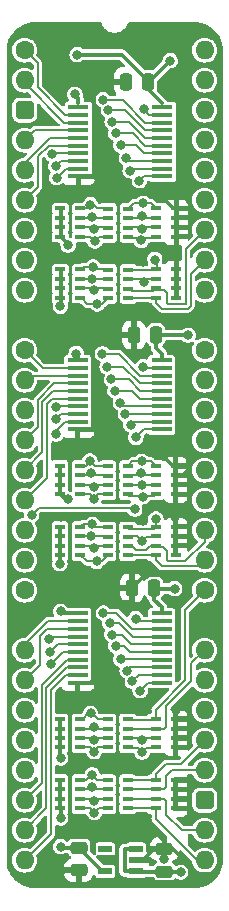
<source format=gtl>
%TF.GenerationSoftware,KiCad,Pcbnew,7.0.5*%
%TF.CreationDate,2024-02-16T13:35:37+02:00*%
%TF.ProjectId,Address Buffer 24bit,41646472-6573-4732-9042-756666657220,V0*%
%TF.SameCoordinates,PX54c81a0PY37b6b20*%
%TF.FileFunction,Copper,L1,Top*%
%TF.FilePolarity,Positive*%
%FSLAX46Y46*%
G04 Gerber Fmt 4.6, Leading zero omitted, Abs format (unit mm)*
G04 Created by KiCad (PCBNEW 7.0.5) date 2024-02-16 13:35:37*
%MOMM*%
%LPD*%
G01*
G04 APERTURE LIST*
G04 Aperture macros list*
%AMRoundRect*
0 Rectangle with rounded corners*
0 $1 Rounding radius*
0 $2 $3 $4 $5 $6 $7 $8 $9 X,Y pos of 4 corners*
0 Add a 4 corners polygon primitive as box body*
4,1,4,$2,$3,$4,$5,$6,$7,$8,$9,$2,$3,0*
0 Add four circle primitives for the rounded corners*
1,1,$1+$1,$2,$3*
1,1,$1+$1,$4,$5*
1,1,$1+$1,$6,$7*
1,1,$1+$1,$8,$9*
0 Add four rect primitives between the rounded corners*
20,1,$1+$1,$2,$3,$4,$5,0*
20,1,$1+$1,$4,$5,$6,$7,0*
20,1,$1+$1,$6,$7,$8,$9,0*
20,1,$1+$1,$8,$9,$2,$3,0*%
G04 Aperture macros list end*
%TA.AperFunction,SMDPad,CuDef*%
%ADD10R,1.800000X0.450000*%
%TD*%
%TA.AperFunction,SMDPad,CuDef*%
%ADD11R,0.900000X0.450000*%
%TD*%
%TA.AperFunction,SMDPad,CuDef*%
%ADD12R,0.950000X0.450000*%
%TD*%
%TA.AperFunction,SMDPad,CuDef*%
%ADD13RoundRect,0.250000X0.250000X0.475000X-0.250000X0.475000X-0.250000X-0.475000X0.250000X-0.475000X0*%
%TD*%
%TA.AperFunction,SMDPad,CuDef*%
%ADD14RoundRect,0.250000X-0.475000X0.250000X-0.475000X-0.250000X0.475000X-0.250000X0.475000X0.250000X0*%
%TD*%
%TA.AperFunction,SMDPad,CuDef*%
%ADD15RoundRect,0.250000X0.475000X-0.250000X0.475000X0.250000X-0.475000X0.250000X-0.475000X-0.250000X0*%
%TD*%
%TA.AperFunction,ComponentPad*%
%ADD16C,1.600000*%
%TD*%
%TA.AperFunction,ComponentPad*%
%ADD17O,1.600000X1.600000*%
%TD*%
%TA.AperFunction,ComponentPad*%
%ADD18RoundRect,0.400000X-0.400000X-0.400000X0.400000X-0.400000X0.400000X0.400000X-0.400000X0.400000X0*%
%TD*%
%TA.AperFunction,ComponentPad*%
%ADD19R,1.600000X1.600000*%
%TD*%
%TA.AperFunction,SMDPad,CuDef*%
%ADD20R,1.150000X0.600000*%
%TD*%
%TA.AperFunction,ViaPad*%
%ADD21C,0.800000*%
%TD*%
%TA.AperFunction,Conductor*%
%ADD22C,0.380000*%
%TD*%
%TA.AperFunction,Conductor*%
%ADD23C,0.200000*%
%TD*%
G04 APERTURE END LIST*
D10*
%TO.P,IC1,1,DIR*%
%TO.N,/3.3V*%
X4490000Y-47691000D03*
%TO.P,IC1,2,A0*%
%TO.N,/A7_{IN}*%
X4490000Y-48341000D03*
%TO.P,IC1,3,A1*%
%TO.N,/A6_{IN}*%
X4490000Y-48991000D03*
%TO.P,IC1,4,A2*%
%TO.N,/A5_{IN}*%
X4490000Y-49641000D03*
%TO.P,IC1,5,A3*%
%TO.N,/A4_{IN}*%
X4490000Y-50291000D03*
%TO.P,IC1,6,A4*%
%TO.N,/A3_{IN}*%
X4490000Y-50941000D03*
%TO.P,IC1,7,A5*%
%TO.N,/A2_{IN}*%
X4490000Y-51591000D03*
%TO.P,IC1,8,A6*%
%TO.N,/A1_{IN}*%
X4490000Y-52241000D03*
%TO.P,IC1,9,A7*%
%TO.N,/A0_{IN}*%
X4490000Y-52891000D03*
%TO.P,IC1,10,GND*%
%TO.N,/GND*%
X4490000Y-53541000D03*
%TO.P,IC1,11,B7*%
%TO.N,/A0*%
X11590000Y-53541000D03*
%TO.P,IC1,12,B6*%
%TO.N,/A1*%
X11590000Y-52891000D03*
%TO.P,IC1,13,B5*%
%TO.N,/A2*%
X11590000Y-52241000D03*
%TO.P,IC1,14,B4*%
%TO.N,/A3*%
X11590000Y-51591000D03*
%TO.P,IC1,15,B3*%
%TO.N,/A4*%
X11590000Y-50941000D03*
%TO.P,IC1,16,B2*%
%TO.N,/A5*%
X11590000Y-50291000D03*
%TO.P,IC1,17,B1*%
%TO.N,/A6*%
X11590000Y-49641000D03*
%TO.P,IC1,18,B0*%
%TO.N,/A7*%
X11590000Y-48991000D03*
%TO.P,IC1,19,~{OE}*%
%TO.N,/Device ~{CS}*%
X11590000Y-48341000D03*
%TO.P,IC1,20,5V*%
%TO.N,/5V*%
X11590000Y-47691000D03*
%TD*%
D11*
%TO.P,RN5,1,R1*%
%TO.N,/A4_{s}*%
X8724000Y-59036000D03*
%TO.P,RN5,2,R2*%
%TO.N,/A5_{s}*%
X8724000Y-58236000D03*
%TO.P,RN5,3,R3*%
%TO.N,/A6_{s}*%
X8724000Y-57436000D03*
%TO.P,RN5,4,R4*%
%TO.N,/A7_{s}*%
X8724000Y-56636000D03*
%TO.P,RN5,5,R4*%
%TO.N,/A7*%
X7024000Y-56636000D03*
%TO.P,RN5,6,R3*%
%TO.N,/A6*%
X7024000Y-57436000D03*
%TO.P,RN5,7,R2*%
%TO.N,/A5*%
X7024000Y-58236000D03*
%TO.P,RN5,8,R1*%
%TO.N,/A4*%
X7024000Y-59036000D03*
%TD*%
D12*
%TO.P,CN6,1,1*%
%TO.N,/A23_{s}*%
X11140000Y-13392800D03*
%TO.P,CN6,2,2*%
%TO.N,/A22_{s}*%
X11140000Y-14192800D03*
%TO.P,CN6,3,3*%
%TO.N,/A21_{s}*%
X11140000Y-14992800D03*
%TO.P,CN6,4,4*%
%TO.N,/A20_{s}*%
X11140000Y-15792800D03*
%TO.P,CN6,5,5*%
%TO.N,/GND*%
X12840000Y-15792800D03*
%TO.P,CN6,6,6*%
X12840000Y-14992800D03*
%TO.P,CN6,7,7*%
X12840000Y-14192800D03*
%TO.P,CN6,8,8*%
X12840000Y-13392800D03*
%TD*%
D11*
%TO.P,RN14,1,R1*%
%TO.N,/A16*%
X4716000Y-20962000D03*
%TO.P,RN14,2,R2*%
%TO.N,/A17*%
X4716000Y-20162000D03*
%TO.P,RN14,3,R3*%
%TO.N,/A18*%
X4716000Y-19362000D03*
%TO.P,RN14,4,R4*%
%TO.N,/A19*%
X4716000Y-18562000D03*
%TO.P,RN14,5,R4*%
%TO.N,/3.3V*%
X3016000Y-18562000D03*
%TO.P,RN14,6,R3*%
X3016000Y-19362000D03*
%TO.P,RN14,7,R2*%
X3016000Y-20162000D03*
%TO.P,RN14,8,R1*%
X3016000Y-20962000D03*
%TD*%
%TO.P,RN11,1,R1*%
%TO.N,/A16_{s}*%
X8776000Y-20981200D03*
%TO.P,RN11,2,R2*%
%TO.N,/A17_{s}*%
X8776000Y-20181200D03*
%TO.P,RN11,3,R3*%
%TO.N,/A18_{s}*%
X8776000Y-19381200D03*
%TO.P,RN11,4,R4*%
%TO.N,/A19_{s}*%
X8776000Y-18581200D03*
%TO.P,RN11,5,R4*%
%TO.N,/A19*%
X7076000Y-18581200D03*
%TO.P,RN11,6,R3*%
%TO.N,/A18*%
X7076000Y-19381200D03*
%TO.P,RN11,7,R2*%
%TO.N,/A17*%
X7076000Y-20181200D03*
%TO.P,RN11,8,R1*%
%TO.N,/A16*%
X7076000Y-20981200D03*
%TD*%
%TO.P,RN10,1,R1*%
%TO.N,/A12_{s}*%
X8724000Y-37613200D03*
%TO.P,RN10,2,R2*%
%TO.N,/A13_{s}*%
X8724000Y-36813200D03*
%TO.P,RN10,3,R3*%
%TO.N,/A14_{s}*%
X8724000Y-36013200D03*
%TO.P,RN10,4,R4*%
%TO.N,/A15_{s}*%
X8724000Y-35213200D03*
%TO.P,RN10,5,R4*%
%TO.N,/A15*%
X7024000Y-35213200D03*
%TO.P,RN10,6,R3*%
%TO.N,/A14*%
X7024000Y-36013200D03*
%TO.P,RN10,7,R2*%
%TO.N,/A13*%
X7024000Y-36813200D03*
%TO.P,RN10,8,R1*%
%TO.N,/A12*%
X7024000Y-37613200D03*
%TD*%
D12*
%TO.P,CN3,1,1*%
%TO.N,/A11_{s}*%
X11088000Y-40350200D03*
%TO.P,CN3,2,2*%
%TO.N,/A10_{s}*%
X11088000Y-41150200D03*
%TO.P,CN3,3,3*%
%TO.N,/A9_{s}*%
X11088000Y-41950200D03*
%TO.P,CN3,4,4*%
%TO.N,/A8_{s}*%
X11088000Y-42750200D03*
%TO.P,CN3,5,5*%
%TO.N,/GND*%
X12788000Y-42750200D03*
%TO.P,CN3,6,6*%
X12788000Y-41950200D03*
%TO.P,CN3,7,7*%
X12788000Y-41150200D03*
%TO.P,CN3,8,8*%
X12788000Y-40350200D03*
%TD*%
%TO.P,CN4,1,1*%
%TO.N,/A15_{s}*%
X11088000Y-35194000D03*
%TO.P,CN4,2,2*%
%TO.N,/A14_{s}*%
X11088000Y-35994000D03*
%TO.P,CN4,3,3*%
%TO.N,/A13_{s}*%
X11088000Y-36794000D03*
%TO.P,CN4,4,4*%
%TO.N,/A12_{s}*%
X11088000Y-37594000D03*
%TO.P,CN4,5,5*%
%TO.N,/GND*%
X12788000Y-37594000D03*
%TO.P,CN4,6,6*%
X12788000Y-36794000D03*
%TO.P,CN4,7,7*%
X12788000Y-35994000D03*
%TO.P,CN4,8,8*%
X12788000Y-35194000D03*
%TD*%
%TO.P,CN5,1,1*%
%TO.N,/A19_{s}*%
X11140000Y-18549000D03*
%TO.P,CN5,2,2*%
%TO.N,/A18_{s}*%
X11140000Y-19349000D03*
%TO.P,CN5,3,3*%
%TO.N,/A17_{s}*%
X11140000Y-20149000D03*
%TO.P,CN5,4,4*%
%TO.N,/A16_{s}*%
X11140000Y-20949000D03*
%TO.P,CN5,5,5*%
%TO.N,/GND*%
X12840000Y-20949000D03*
%TO.P,CN5,6,6*%
X12840000Y-20149000D03*
%TO.P,CN5,7,7*%
X12840000Y-19349000D03*
%TO.P,CN5,8,8*%
X12840000Y-18549000D03*
%TD*%
D11*
%TO.P,RN12,1,R1*%
%TO.N,/A20_{s}*%
X8776000Y-15812000D03*
%TO.P,RN12,2,R2*%
%TO.N,/A21_{s}*%
X8776000Y-15012000D03*
%TO.P,RN12,3,R3*%
%TO.N,/A22_{s}*%
X8776000Y-14212000D03*
%TO.P,RN12,4,R4*%
%TO.N,/A23_{s}*%
X8776000Y-13412000D03*
%TO.P,RN12,5,R4*%
%TO.N,/A23*%
X7076000Y-13412000D03*
%TO.P,RN12,6,R3*%
%TO.N,/A22*%
X7076000Y-14212000D03*
%TO.P,RN12,7,R2*%
%TO.N,/A21*%
X7076000Y-15012000D03*
%TO.P,RN12,8,R1*%
%TO.N,/A20*%
X7076000Y-15812000D03*
%TD*%
%TO.P,RN4,1,R1*%
%TO.N,/A8*%
X4689000Y-42763200D03*
%TO.P,RN4,2,R2*%
%TO.N,/A9*%
X4689000Y-41963200D03*
%TO.P,RN4,3,R3*%
%TO.N,/A10*%
X4689000Y-41163200D03*
%TO.P,RN4,4,R4*%
%TO.N,/A11*%
X4689000Y-40363200D03*
%TO.P,RN4,5,R4*%
%TO.N,/3.3V*%
X2989000Y-40363200D03*
%TO.P,RN4,6,R3*%
X2989000Y-41163200D03*
%TO.P,RN4,7,R2*%
X2989000Y-41963200D03*
%TO.P,RN4,8,R1*%
X2989000Y-42763200D03*
%TD*%
D13*
%TO.P,C3,1*%
%TO.N,/5V*%
X10459000Y-2667000D03*
%TO.P,C3,2*%
%TO.N,/GND*%
X8559000Y-2667000D03*
%TD*%
%TO.P,C2,1*%
%TO.N,/5V*%
X11138800Y-24108600D03*
%TO.P,C2,2*%
%TO.N,/GND*%
X9238800Y-24108600D03*
%TD*%
D10*
%TO.P,IC2,1,DIR*%
%TO.N,/3.3V*%
X4490000Y-26263600D03*
%TO.P,IC2,2,A0*%
%TO.N,/A15_{IN}*%
X4490000Y-26913600D03*
%TO.P,IC2,3,A1*%
%TO.N,/A14_{IN}*%
X4490000Y-27563600D03*
%TO.P,IC2,4,A2*%
%TO.N,/A13_{IN}*%
X4490000Y-28213600D03*
%TO.P,IC2,5,A3*%
%TO.N,/A12_{IN}*%
X4490000Y-28863600D03*
%TO.P,IC2,6,A4*%
%TO.N,/A11_{IN}*%
X4490000Y-29513600D03*
%TO.P,IC2,7,A5*%
%TO.N,/A10_{IN}*%
X4490000Y-30163600D03*
%TO.P,IC2,8,A6*%
%TO.N,/A9_{IN}*%
X4490000Y-30813600D03*
%TO.P,IC2,9,A7*%
%TO.N,/A8_{IN}*%
X4490000Y-31463600D03*
%TO.P,IC2,10,GND*%
%TO.N,/GND*%
X4490000Y-32113600D03*
%TO.P,IC2,11,B7*%
%TO.N,/A8*%
X11590000Y-32113600D03*
%TO.P,IC2,12,B6*%
%TO.N,/A9*%
X11590000Y-31463600D03*
%TO.P,IC2,13,B5*%
%TO.N,/A10*%
X11590000Y-30813600D03*
%TO.P,IC2,14,B4*%
%TO.N,/A11*%
X11590000Y-30163600D03*
%TO.P,IC2,15,B3*%
%TO.N,/A12*%
X11590000Y-29513600D03*
%TO.P,IC2,16,B2*%
%TO.N,/A13*%
X11590000Y-28863600D03*
%TO.P,IC2,17,B1*%
%TO.N,/A14*%
X11590000Y-28213600D03*
%TO.P,IC2,18,B0*%
%TO.N,/A15*%
X11590000Y-27563600D03*
%TO.P,IC2,19,~{OE}*%
%TO.N,/Device ~{CS}*%
X11590000Y-26913600D03*
%TO.P,IC2,20,5V*%
%TO.N,/5V*%
X11590000Y-26263600D03*
%TD*%
D11*
%TO.P,RN9,1,R1*%
%TO.N,/A8_{s}*%
X8724000Y-42782400D03*
%TO.P,RN9,2,R2*%
%TO.N,/A9_{s}*%
X8724000Y-41982400D03*
%TO.P,RN9,3,R3*%
%TO.N,/A10_{s}*%
X8724000Y-41182400D03*
%TO.P,RN9,4,R4*%
%TO.N,/A11_{s}*%
X8724000Y-40382400D03*
%TO.P,RN9,5,R4*%
%TO.N,/A11*%
X7024000Y-40382400D03*
%TO.P,RN9,6,R3*%
%TO.N,/A10*%
X7024000Y-41182400D03*
%TO.P,RN9,7,R2*%
%TO.N,/A9*%
X7024000Y-41982400D03*
%TO.P,RN9,8,R1*%
%TO.N,/A8*%
X7024000Y-42782400D03*
%TD*%
D13*
%TO.P,C1,1*%
%TO.N,/5V*%
X10967000Y-45536000D03*
%TO.P,C1,2*%
%TO.N,/GND*%
X9067000Y-45536000D03*
%TD*%
D14*
%TO.P,C9,1*%
%TO.N,/3.3V*%
X4572000Y-67519000D03*
%TO.P,C9,2*%
%TO.N,/GND*%
X4572000Y-69419000D03*
%TD*%
D11*
%TO.P,RN2,1,R1*%
%TO.N,/A0*%
X4689000Y-64192000D03*
%TO.P,RN2,2,R2*%
%TO.N,/A1*%
X4689000Y-63392000D03*
%TO.P,RN2,3,R3*%
%TO.N,/A2*%
X4689000Y-62592000D03*
%TO.P,RN2,4,R4*%
%TO.N,/A3*%
X4689000Y-61792000D03*
%TO.P,RN2,5,R4*%
%TO.N,/3.3V*%
X2989000Y-61792000D03*
%TO.P,RN2,6,R3*%
X2989000Y-62592000D03*
%TO.P,RN2,7,R2*%
X2989000Y-63392000D03*
%TO.P,RN2,8,R1*%
X2989000Y-64192000D03*
%TD*%
D15*
%TO.P,C8,1*%
%TO.N,/5V*%
X11836400Y-69539400D03*
%TO.P,C8,2*%
%TO.N,/GND*%
X11836400Y-67639400D03*
%TD*%
D11*
%TO.P,RN13,1,R1*%
%TO.N,/A20*%
X4716000Y-15792800D03*
%TO.P,RN13,2,R2*%
%TO.N,/A21*%
X4716000Y-14992800D03*
%TO.P,RN13,3,R3*%
%TO.N,/A22*%
X4716000Y-14192800D03*
%TO.P,RN13,4,R4*%
%TO.N,/A23*%
X4716000Y-13392800D03*
%TO.P,RN13,5,R4*%
%TO.N,/3.3V*%
X3016000Y-13392800D03*
%TO.P,RN13,6,R3*%
X3016000Y-14192800D03*
%TO.P,RN13,7,R2*%
X3016000Y-14992800D03*
%TO.P,RN13,8,R1*%
X3016000Y-15792800D03*
%TD*%
D10*
%TO.P,IC3,1,DIR*%
%TO.N,/3.3V*%
X4542000Y-4822000D03*
%TO.P,IC3,2,A0*%
%TO.N,/A23_{IN}*%
X4542000Y-5472000D03*
%TO.P,IC3,3,A1*%
%TO.N,/A22_{IN}*%
X4542000Y-6122000D03*
%TO.P,IC3,4,A2*%
%TO.N,/A21_{IN}*%
X4542000Y-6772000D03*
%TO.P,IC3,5,A3*%
%TO.N,/A20_{IN}*%
X4542000Y-7422000D03*
%TO.P,IC3,6,A4*%
%TO.N,/A19_{IN}*%
X4542000Y-8072000D03*
%TO.P,IC3,7,A5*%
%TO.N,/A18_{IN}*%
X4542000Y-8722000D03*
%TO.P,IC3,8,A6*%
%TO.N,/A17_{IN}*%
X4542000Y-9372000D03*
%TO.P,IC3,9,A7*%
%TO.N,/A16_{IN}*%
X4542000Y-10022000D03*
%TO.P,IC3,10,GND*%
%TO.N,/GND*%
X4542000Y-10672000D03*
%TO.P,IC3,11,B7*%
%TO.N,/A16*%
X11642000Y-10672000D03*
%TO.P,IC3,12,B6*%
%TO.N,/A17*%
X11642000Y-10022000D03*
%TO.P,IC3,13,B5*%
%TO.N,/A18*%
X11642000Y-9372000D03*
%TO.P,IC3,14,B4*%
%TO.N,/A19*%
X11642000Y-8722000D03*
%TO.P,IC3,15,B3*%
%TO.N,/A20*%
X11642000Y-8072000D03*
%TO.P,IC3,16,B2*%
%TO.N,/A21*%
X11642000Y-7422000D03*
%TO.P,IC3,17,B1*%
%TO.N,/A22*%
X11642000Y-6772000D03*
%TO.P,IC3,18,B0*%
%TO.N,/A23*%
X11642000Y-6122000D03*
%TO.P,IC3,19,~{OE}*%
%TO.N,/Device ~{CS}*%
X11642000Y-5472000D03*
%TO.P,IC3,20,5V*%
%TO.N,/5V*%
X11642000Y-4822000D03*
%TD*%
D12*
%TO.P,CN2,1,1*%
%TO.N,/A3_{s}*%
X11088000Y-61792000D03*
%TO.P,CN2,2,2*%
%TO.N,/A2_{s}*%
X11088000Y-62592000D03*
%TO.P,CN2,3,3*%
%TO.N,/A1_{s}*%
X11088000Y-63392000D03*
%TO.P,CN2,4,4*%
%TO.N,/A0_{s}*%
X11088000Y-64192000D03*
%TO.P,CN2,5,5*%
%TO.N,/GND*%
X12788000Y-64192000D03*
%TO.P,CN2,6,6*%
X12788000Y-63392000D03*
%TO.P,CN2,7,7*%
X12788000Y-62592000D03*
%TO.P,CN2,8,8*%
X12788000Y-61792000D03*
%TD*%
D11*
%TO.P,RN1,1,R1*%
%TO.N,/A4*%
X4689000Y-59036000D03*
%TO.P,RN1,2,R2*%
%TO.N,/A5*%
X4689000Y-58236000D03*
%TO.P,RN1,3,R3*%
%TO.N,/A6*%
X4689000Y-57436000D03*
%TO.P,RN1,4,R4*%
%TO.N,/A7*%
X4689000Y-56636000D03*
%TO.P,RN1,5,R4*%
%TO.N,/3.3V*%
X2989000Y-56636000D03*
%TO.P,RN1,6,R3*%
X2989000Y-57436000D03*
%TO.P,RN1,7,R2*%
X2989000Y-58236000D03*
%TO.P,RN1,8,R1*%
X2989000Y-59036000D03*
%TD*%
D16*
%TO.P,J2,1,Pin_1*%
%TO.N,/A23_{IN}*%
X0Y0D03*
D17*
%TO.P,J2,2,Pin_2*%
%TO.N,/A22_{IN}*%
X0Y-2540000D03*
D18*
%TO.P,J2,3,Pin_3*%
%TO.N,/5V*%
X0Y-5080000D03*
D17*
%TO.P,J2,4,Pin_4*%
%TO.N,/A21_{IN}*%
X0Y-7620000D03*
%TO.P,J2,5,Pin_5*%
%TO.N,/A20_{IN}*%
X0Y-10160000D03*
%TO.P,J2,6,Pin_6*%
%TO.N,/A19_{IN}*%
X0Y-12700000D03*
%TO.P,J2,7,Pin_7*%
%TO.N,/A18_{IN}*%
X0Y-15240000D03*
%TO.P,J2,8,Pin_8*%
%TO.N,/A17_{IN}*%
X0Y-17780000D03*
%TO.P,J2,9,Pin_9*%
%TO.N,/A16_{IN}*%
X0Y-20320000D03*
D19*
%TO.P,J2,10,Pin_10*%
%TO.N,/GND*%
X0Y-22860000D03*
D16*
%TO.P,J2,11,Pin_11*%
%TO.N,/A15_{IN}*%
X0Y-25400000D03*
D17*
%TO.P,J2,12,Pin_12*%
%TO.N,/A14_{IN}*%
X0Y-27940000D03*
%TO.P,J2,13,Pin_13*%
%TO.N,/Device ~{CS}*%
X0Y-30480000D03*
%TO.P,J2,14,Pin_14*%
%TO.N,/A13_{IN}*%
X0Y-33020000D03*
%TO.P,J2,15,Pin_15*%
%TO.N,/A12_{IN}*%
X0Y-35560000D03*
%TO.P,J2,16,Pin_16*%
%TO.N,/A11_{IN}*%
X0Y-38100000D03*
%TO.P,J2,17,Pin_17*%
%TO.N,/A10_{IN}*%
X0Y-40640000D03*
%TO.P,J2,18,Pin_18*%
%TO.N,/A9_{IN}*%
X0Y-43180000D03*
D16*
%TO.P,J2,19,Pin_19*%
%TO.N,/A8_{IN}*%
X0Y-45720000D03*
D19*
%TO.P,J2,20,Pin_20*%
%TO.N,/GND*%
X0Y-48260000D03*
D17*
%TO.P,J2,21,Pin_21*%
%TO.N,/A7_{IN}*%
X0Y-50800000D03*
%TO.P,J2,22,Pin_22*%
%TO.N,/A6_{IN}*%
X0Y-53340000D03*
%TO.P,J2,23,Pin_23*%
%TO.N,/A5_{IN}*%
X0Y-55880000D03*
%TO.P,J2,24,Pin_24*%
%TO.N,/A4_{IN}*%
X0Y-58420000D03*
%TO.P,J2,25,Pin_25*%
%TO.N,/A3_{IN}*%
X0Y-60960000D03*
%TO.P,J2,26,Pin_26*%
%TO.N,/A2_{IN}*%
X0Y-63500000D03*
%TO.P,J2,27,Pin_27*%
%TO.N,/A1_{IN}*%
X0Y-66040000D03*
%TO.P,J2,28,Pin_28*%
%TO.N,/A0_{IN}*%
X0Y-68580000D03*
%TO.P,J2,29,Pin_29*%
%TO.N,/A0_{s}*%
X15240000Y-68580000D03*
%TO.P,J2,30,Pin_30*%
%TO.N,/A1_{s}*%
X15240000Y-66040000D03*
D18*
%TO.P,J2,31,Pin_31*%
%TO.N,/5V*%
X15240000Y-63500000D03*
D17*
%TO.P,J2,32,Pin_32*%
%TO.N,/A2_{s}*%
X15240000Y-60960000D03*
%TO.P,J2,33,Pin_33*%
%TO.N,/A3_{s}*%
X15240000Y-58420000D03*
%TO.P,J2,34,Pin_34*%
%TO.N,/A4_{s}*%
X15240000Y-55880000D03*
%TO.P,J2,35,Pin_35*%
%TO.N,/A5_{s}*%
X15240000Y-53340000D03*
%TO.P,J2,36,Pin_36*%
%TO.N,/A6_{s}*%
X15240000Y-50800000D03*
D19*
%TO.P,J2,37,Pin_37*%
%TO.N,/GND*%
X15240000Y-48260000D03*
D16*
%TO.P,J2,38,Pin_38*%
%TO.N,/A7_{s}*%
X15240000Y-45720000D03*
D17*
%TO.P,J2,39,Pin_39*%
%TO.N,/A8_{s}*%
X15240000Y-43180000D03*
%TO.P,J2,40,Pin_40*%
%TO.N,/A9_{s}*%
X15240000Y-40640000D03*
%TO.P,J2,41,Pin_41*%
%TO.N,/A10_{s}*%
X15240000Y-38100000D03*
%TO.P,J2,42,Pin_42*%
%TO.N,/A11_{s}*%
X15240000Y-35560000D03*
%TO.P,J2,43,Pin_43*%
%TO.N,/A12_{s}*%
X15240000Y-33020000D03*
%TO.P,J2,44,Pin_44*%
%TO.N,/A13_{s}*%
X15240000Y-30480000D03*
%TO.P,J2,45,Pin_45*%
%TO.N,/A14_{s}*%
X15240000Y-27940000D03*
D16*
%TO.P,J2,46,Pin_46*%
%TO.N,/A15_{s}*%
X15240000Y-25400000D03*
D19*
%TO.P,J2,47,Pin_47*%
%TO.N,/GND*%
X15240000Y-22860000D03*
D17*
%TO.P,J2,48,Pin_48*%
%TO.N,unconnected-(J2-Pin_48-Pad48)*%
X15240000Y-20320000D03*
%TO.P,J2,49,Pin_49*%
%TO.N,/A16_{s}*%
X15240000Y-17780000D03*
%TO.P,J2,50,Pin_50*%
%TO.N,/A17_{s}*%
X15240000Y-15240000D03*
%TO.P,J2,51,Pin_51*%
%TO.N,/A18_{s}*%
X15240000Y-12700000D03*
%TO.P,J2,52,Pin_52*%
%TO.N,/A19_{s}*%
X15240000Y-10160000D03*
%TO.P,J2,53,Pin_53*%
%TO.N,/A20_{s}*%
X15240000Y-7620000D03*
%TO.P,J2,54,Pin_54*%
%TO.N,/A21_{s}*%
X15240000Y-5080000D03*
%TO.P,J2,55,Pin_55*%
%TO.N,/A22_{s}*%
X15240000Y-2540000D03*
%TO.P,J2,56,Pin_56*%
%TO.N,/A23_{s}*%
X15240000Y0D03*
%TD*%
D11*
%TO.P,RN6,1,R1*%
%TO.N,/A0_{s}*%
X8724000Y-64192000D03*
%TO.P,RN6,2,R2*%
%TO.N,/A1_{s}*%
X8724000Y-63392000D03*
%TO.P,RN6,3,R3*%
%TO.N,/A2_{s}*%
X8724000Y-62592000D03*
%TO.P,RN6,4,R4*%
%TO.N,/A3_{s}*%
X8724000Y-61792000D03*
%TO.P,RN6,5,R4*%
%TO.N,/A3*%
X7024000Y-61792000D03*
%TO.P,RN6,6,R3*%
%TO.N,/A2*%
X7024000Y-62592000D03*
%TO.P,RN6,7,R2*%
%TO.N,/A1*%
X7024000Y-63392000D03*
%TO.P,RN6,8,R1*%
%TO.N,/A0*%
X7024000Y-64192000D03*
%TD*%
D12*
%TO.P,CN1,1,1*%
%TO.N,/A7_{s}*%
X11088000Y-56636000D03*
%TO.P,CN1,2,2*%
%TO.N,/A6_{s}*%
X11088000Y-57436000D03*
%TO.P,CN1,3,3*%
%TO.N,/A5_{s}*%
X11088000Y-58236000D03*
%TO.P,CN1,4,4*%
%TO.N,/A4_{s}*%
X11088000Y-59036000D03*
%TO.P,CN1,5,5*%
%TO.N,/GND*%
X12788000Y-59036000D03*
%TO.P,CN1,6,6*%
X12788000Y-58236000D03*
%TO.P,CN1,7,7*%
X12788000Y-57436000D03*
%TO.P,CN1,8,8*%
X12788000Y-56636000D03*
%TD*%
D11*
%TO.P,RN3,1,R1*%
%TO.N,/A12*%
X4689000Y-37594000D03*
%TO.P,RN3,2,R2*%
%TO.N,/A13*%
X4689000Y-36794000D03*
%TO.P,RN3,3,R3*%
%TO.N,/A14*%
X4689000Y-35994000D03*
%TO.P,RN3,4,R4*%
%TO.N,/A15*%
X4689000Y-35194000D03*
%TO.P,RN3,5,R4*%
%TO.N,/3.3V*%
X2989000Y-35194000D03*
%TO.P,RN3,6,R3*%
X2989000Y-35994000D03*
%TO.P,RN3,7,R2*%
X2989000Y-36794000D03*
%TO.P,RN3,8,R1*%
X2989000Y-37594000D03*
%TD*%
D20*
%TO.P,IC5,1,VIN*%
%TO.N,/5V*%
X9428000Y-69530000D03*
%TO.P,IC5,2,GND*%
%TO.N,/GND*%
X9428000Y-68580000D03*
%TO.P,IC5,3,EN*%
%TO.N,/5V*%
X9428000Y-67630000D03*
%TO.P,IC5,4,ADJ*%
%TO.N,unconnected-(IC5-ADJ-Pad4)*%
X6828000Y-67630000D03*
%TO.P,IC5,5,VOUT*%
%TO.N,/3.3V*%
X6828000Y-69530000D03*
%TD*%
D21*
%TO.N,/5V*%
X13843000Y-24130000D03*
X4445000Y-381000D03*
X12700000Y-45593000D03*
X13208000Y-69596000D03*
X12319000Y-889000D03*
%TO.N,/GND*%
X10057879Y-39822329D03*
X14350269Y-62228699D03*
X2872461Y-17719599D03*
X4571998Y-24129998D03*
X3192113Y-33672113D03*
X12826996Y-55880000D03*
X10414000Y-22606000D03*
X10034945Y-17949800D03*
X11811000Y-68439900D03*
X3048000Y-69469000D03*
X6592500Y-2773300D03*
X3244113Y-11870913D03*
X12700000Y-39497000D03*
X3987707Y-46330343D03*
X10960496Y-33616496D03*
X9271000Y-65659000D03*
X10172162Y-44409231D03*
X4572002Y-55118002D03*
X10287000Y-55880000D03*
X3043000Y-39520799D03*
%TO.N,/3.3V*%
X2971613Y-43484617D03*
X4354615Y-25690615D03*
X3048000Y-47497994D03*
X3683004Y-16510000D03*
X4243000Y-3725800D03*
X3023613Y-21683417D03*
X3048000Y-65024000D03*
X3048000Y-67437000D03*
X3678965Y-38035000D03*
X3048004Y-59944000D03*
%TO.N,/Device ~{CS}*%
X9317002Y-38862000D03*
X9398000Y-48133000D03*
X10085000Y-4995800D03*
X10033000Y-26797000D03*
X594000Y-39370000D03*
%TO.N,/A5_{IN}*%
X2029677Y-49817960D03*
%TO.N,/A4_{IN}*%
X2159000Y-50927000D03*
%TO.N,/A3_{IN}*%
X2222702Y-51938076D03*
%TO.N,/A0*%
X9779000Y-54229000D03*
X5904388Y-64542600D03*
%TO.N,/A1*%
X5869419Y-63531014D03*
X9110068Y-53427334D03*
%TO.N,/A2*%
X8670097Y-52529319D03*
X5686771Y-62355457D03*
%TO.N,/A3*%
X5708400Y-61355689D03*
X8128000Y-51561992D03*
%TO.N,/A4*%
X5878988Y-59399000D03*
X7694696Y-50435255D03*
%TO.N,/A5*%
X5844019Y-58387414D03*
X7392794Y-49481914D03*
%TO.N,/A6*%
X7189799Y-48502731D03*
X5842000Y-57277000D03*
%TO.N,/A7*%
X6668949Y-47649080D03*
X5574365Y-56150606D03*
%TO.N,/A10_{IN}*%
X2643000Y-30238600D03*
%TO.N,/A9_{IN}*%
X2643000Y-31242000D03*
%TO.N,/A8_{IN}*%
X2643000Y-32509125D03*
%TO.N,/A8*%
X6096000Y-43280153D03*
X9420600Y-32787002D03*
%TO.N,/A9*%
X5847121Y-42110996D03*
X8978058Y-31718151D03*
%TO.N,/A10*%
X5623166Y-41136394D03*
X8520600Y-30828917D03*
%TO.N,/A11*%
X5728924Y-40142000D03*
X8097967Y-29844106D03*
%TO.N,/A12*%
X7642000Y-28828676D03*
X5880588Y-37957000D03*
%TO.N,/A13*%
X5845619Y-36945414D03*
X7348566Y-27872288D03*
%TO.N,/A14*%
X6985000Y-26797000D03*
X5645165Y-35833285D03*
%TO.N,/A15*%
X6570000Y-25703343D03*
X5517001Y-34780677D03*
%TO.N,/A18_{IN}*%
X2327697Y-8804703D03*
%TO.N,/A17_{IN}*%
X2642000Y-9792465D03*
%TO.N,/A16_{IN}*%
X2696704Y-10791154D03*
%TO.N,/A16*%
X6148000Y-21478953D03*
X9702902Y-11063800D03*
%TO.N,/A17*%
X8925958Y-10195958D03*
X5899121Y-20309796D03*
%TO.N,/A18*%
X8604843Y-9156563D03*
X5675166Y-19335194D03*
%TO.N,/A19*%
X8127994Y-8042906D03*
X5780924Y-18340800D03*
%TO.N,/A20*%
X7694000Y-7027476D03*
X5932588Y-16155800D03*
%TO.N,/A21*%
X5897619Y-15144214D03*
X7400566Y-6071088D03*
%TO.N,/A22*%
X7081663Y-5079096D03*
X5696251Y-14080826D03*
%TO.N,/A23*%
X5568986Y-13081000D03*
X6622012Y-4191000D03*
%TO.N,/A5_{s}*%
X9949001Y-58393614D03*
%TO.N,/A4_{s}*%
X9949001Y-59436000D03*
%TO.N,/A11_{s}*%
X11112491Y-39687495D03*
%TO.N,/A10_{s}*%
X9950941Y-41573939D03*
%TO.N,/A15_{s}*%
X9917338Y-34817648D03*
%TO.N,/A14_{s}*%
X9819384Y-35812841D03*
%TO.N,/A13_{s}*%
X9923178Y-36807442D03*
%TO.N,/A12_{s}*%
X10012888Y-37803413D03*
%TO.N,/A19_{s}*%
X11010560Y-17730297D03*
%TO.N,/A18_{s}*%
X10095012Y-19662093D03*
%TO.N,/A23_{s}*%
X10033000Y-12954000D03*
%TO.N,/A22_{s}*%
X9948569Y-14077432D03*
%TO.N,/A21_{s}*%
X9906000Y-15113000D03*
%TO.N,/A20_{s}*%
X9869509Y-16112336D03*
%TD*%
D22*
%TO.N,/5V*%
X9428000Y-67630000D02*
X8473000Y-67630000D01*
X11590000Y-25687000D02*
X11138800Y-25235800D01*
X11138800Y-24108600D02*
X13821600Y-24108600D01*
X13151400Y-69539400D02*
X13208000Y-69596000D01*
X10541000Y-2667000D02*
X12319000Y-889000D01*
X11024000Y-45593000D02*
X12700000Y-45593000D01*
X11590000Y-47150000D02*
X11590000Y-47691000D01*
X8463000Y-67640000D02*
X8463000Y-69530000D01*
X8241696Y-381000D02*
X4445000Y-381000D01*
X11590000Y-26263600D02*
X11590000Y-25687000D01*
X11138800Y-25235800D02*
X11138800Y-24108600D01*
X10541800Y-3362200D02*
X10541800Y-2687704D01*
X8463000Y-69530000D02*
X9428000Y-69530000D01*
X11836400Y-69539400D02*
X9437400Y-69539400D01*
X10967000Y-45536000D02*
X10967000Y-46527000D01*
X8473000Y-67630000D02*
X8463000Y-67640000D01*
X13821600Y-24108600D02*
X13843000Y-24130000D01*
X11642000Y-4462400D02*
X10541800Y-3362200D01*
X11836400Y-69539400D02*
X13151400Y-69539400D01*
X10459000Y-2598304D02*
X8241696Y-381000D01*
X10967000Y-46527000D02*
X11590000Y-47150000D01*
%TO.N,/GND*%
X16430000Y-63500000D02*
X16430000Y-69072915D01*
X16430000Y-32527085D02*
X16430000Y-43672915D01*
X4490000Y-53541000D02*
X4490000Y-55036000D01*
X8943771Y-39652000D02*
X9887550Y-39652000D01*
X2666998Y-24129998D02*
X4571998Y-24129998D01*
X16430000Y-49450000D02*
X16430000Y-54309000D01*
X16577999Y-24197999D02*
X15240000Y-22860000D01*
X12788000Y-35994000D02*
X13409000Y-35994000D01*
X4571998Y-24637998D02*
X4571998Y-24129998D01*
X12788000Y-35194000D02*
X12788000Y-35994000D01*
X6451229Y-46736000D02*
X5780000Y-47407229D01*
X9428000Y-68580000D02*
X10033000Y-68580000D01*
X10541000Y-65659000D02*
X9271000Y-65659000D01*
X16430000Y-47070000D02*
X15586482Y-47913518D01*
X9238800Y-24108600D02*
X4593396Y-24108600D01*
X11836400Y-67639400D02*
X11836400Y-68414500D01*
X12700000Y-39497000D02*
X12788000Y-39409000D01*
X12788000Y-55918996D02*
X12826996Y-55880000D01*
X8890000Y-46736000D02*
X6451229Y-46736000D01*
X4490000Y-55036000D02*
X4572002Y-55118002D01*
X16430000Y-54309000D02*
X16049000Y-54690000D01*
X11836400Y-67639400D02*
X11836400Y-66954400D01*
X12788000Y-39585000D02*
X12700000Y-39497000D01*
X12840000Y-13392800D02*
X12840000Y-14192800D01*
X12788000Y-39409000D02*
X12788000Y-38989000D01*
X5770000Y-32113600D02*
X5780000Y-32103600D01*
X14652000Y-69770000D02*
X12521400Y-67639400D01*
X12826996Y-55753004D02*
X12826996Y-55880000D01*
X13843000Y-32734085D02*
X14747085Y-31830000D01*
X3836050Y-46482000D02*
X2032000Y-46482000D01*
X12788000Y-41150200D02*
X12788000Y-40350200D01*
X3211799Y-39352000D02*
X8643771Y-39352000D01*
X12840000Y-14192800D02*
X13461000Y-14192800D01*
X11836400Y-66954400D02*
X10541000Y-65659000D01*
X12788000Y-57436000D02*
X12788000Y-56636000D01*
X12788000Y-42750200D02*
X12788000Y-41950200D01*
X14098301Y-62228699D02*
X13716000Y-62611000D01*
X15732915Y-31830000D02*
X16577999Y-30984916D01*
X4131087Y-11870913D02*
X3244113Y-11870913D01*
X12788000Y-58236000D02*
X12788000Y-57436000D01*
X2032000Y-46482000D02*
X254000Y-48260000D01*
X11836400Y-68414500D02*
X11811000Y-68439900D01*
X1397000Y-22860000D02*
X2666998Y-24129998D01*
X5780000Y-47407229D02*
X5780000Y-53531000D01*
X5770000Y-32113600D02*
X7311400Y-33655000D01*
X5832000Y-10662000D02*
X5822000Y-10672000D01*
X12840000Y-20149000D02*
X12840000Y-19349000D01*
X15732915Y-69770000D02*
X14652000Y-69770000D01*
X4490000Y-33102000D02*
X3919887Y-33672113D01*
X5832000Y-3533800D02*
X5832000Y-10662000D01*
X10921992Y-33655000D02*
X10960496Y-33616496D01*
X10414000Y-22606000D02*
X5207000Y-22606000D01*
X16049000Y-54690000D02*
X14016996Y-54690000D01*
X9067000Y-46559000D02*
X8890000Y-46736000D01*
X12840000Y-17187800D02*
X12840000Y-15792800D01*
X13697000Y-62592000D02*
X12788000Y-62592000D01*
X7003800Y-11853800D02*
X11051000Y-11853800D01*
X12788000Y-41950200D02*
X12788000Y-41150200D01*
X10973600Y-67639400D02*
X11836400Y-67639400D01*
X16430000Y-62772771D02*
X16430000Y-63500000D01*
X3043000Y-39520799D02*
X3211799Y-39352000D01*
X14747085Y-31830000D02*
X15732915Y-31830000D01*
X16430000Y-61452915D02*
X16430000Y-61341000D01*
X3244113Y-11870913D02*
X3244113Y-11842887D01*
X12788000Y-63392000D02*
X12788000Y-62592000D01*
X16430000Y-45227085D02*
X16430000Y-47070000D01*
X16577999Y-30984916D02*
X16577999Y-24197999D01*
X15623915Y-44421000D02*
X16430000Y-45227085D01*
X0Y-22860000D02*
X1397000Y-22860000D01*
X5207000Y-22606000D02*
X4571998Y-23241002D01*
X12788000Y-58236000D02*
X12788000Y-59036000D01*
X12538000Y-35194000D02*
X10960496Y-33616496D01*
X16430000Y-55071000D02*
X16430000Y-61341000D01*
X5770000Y-53541000D02*
X4490000Y-53541000D01*
X12840000Y-18549000D02*
X12840000Y-17187800D01*
X16430000Y-43672915D02*
X15681915Y-44421000D01*
X4490000Y-32113600D02*
X4490000Y-33102000D01*
X5822000Y-10672000D02*
X4542000Y-10672000D01*
X5780000Y-53531000D02*
X5770000Y-53541000D01*
X12788000Y-62592000D02*
X12788000Y-61792000D01*
X2872461Y-17719599D02*
X3041260Y-17550800D01*
X3919887Y-33672113D02*
X3192113Y-33672113D01*
X5780000Y-32103600D02*
X5780000Y-25846000D01*
X13716000Y-62611000D02*
X13697000Y-62592000D01*
X15240000Y-48260000D02*
X16430000Y-49450000D01*
X7311400Y-33655000D02*
X10921992Y-33655000D01*
X15681915Y-44421000D02*
X15623915Y-44421000D01*
X4542000Y-10672000D02*
X4542000Y-11460000D01*
X9635945Y-17550800D02*
X10034945Y-17949800D01*
X15885928Y-62228699D02*
X16430000Y-62772771D01*
X14350269Y-62228699D02*
X14098301Y-62228699D01*
X5780000Y-25846000D02*
X4571998Y-24637998D01*
X10033000Y-68580000D02*
X10973600Y-67639400D01*
X11051000Y-11853800D02*
X12590000Y-13392800D01*
X12788000Y-64192000D02*
X12788000Y-63392000D01*
X16049000Y-54690000D02*
X16430000Y-55071000D01*
X4571998Y-23241002D02*
X4571998Y-24129998D01*
X4490000Y-32113600D02*
X5770000Y-32113600D01*
X3987707Y-46330343D02*
X3836050Y-46482000D01*
X10414000Y-22606000D02*
X10668000Y-22860000D01*
X12840000Y-20949000D02*
X12840000Y-20149000D01*
X9067000Y-45536000D02*
X10182000Y-44421000D01*
X15732915Y-31830000D02*
X16430000Y-32527085D01*
X12788000Y-38989000D02*
X12788000Y-37594000D01*
X9525000Y-55118000D02*
X10287000Y-55880000D01*
X3098000Y-69419000D02*
X3048000Y-69469000D01*
X13409000Y-35994000D02*
X13843000Y-35560000D01*
X12840000Y-19349000D02*
X12840000Y-18549000D01*
X6678096Y-2687704D02*
X8641800Y-2687704D01*
X3041260Y-17550800D02*
X9635945Y-17550800D01*
X12788000Y-40350200D02*
X12788000Y-39585000D01*
X12521400Y-67639400D02*
X11836400Y-67639400D01*
X9887550Y-39652000D02*
X10057879Y-39822329D01*
X6592500Y-2773300D02*
X5832000Y-3533800D01*
X16430000Y-69072915D02*
X15732915Y-69770000D01*
X10668000Y-22860000D02*
X15240000Y-22860000D01*
X10182000Y-44421000D02*
X15623915Y-44421000D01*
X14016996Y-54690000D02*
X12826996Y-55880000D01*
X8643771Y-39352000D02*
X8943771Y-39652000D01*
X14350269Y-62228699D02*
X15654216Y-62228699D01*
X13843000Y-35560000D02*
X13843000Y-32734085D01*
X4572000Y-69419000D02*
X3098000Y-69419000D01*
X4572004Y-55118000D02*
X9525000Y-55118000D01*
X4593396Y-24108600D02*
X4571998Y-24129998D01*
X4572002Y-55118002D02*
X4572004Y-55118000D01*
X15654216Y-62228699D02*
X16430000Y-61452915D01*
X6592500Y-2773300D02*
X6678096Y-2687704D01*
X12840000Y-14192800D02*
X12840000Y-14992800D01*
X12840000Y-14992800D02*
X12840000Y-15792800D01*
X5822000Y-10672000D02*
X7003800Y-11853800D01*
X9067000Y-45536000D02*
X9067000Y-46559000D01*
X4542000Y-11460000D02*
X4131087Y-11870913D01*
X15654216Y-62228699D02*
X15885928Y-62228699D01*
X12788000Y-35994000D02*
X12788000Y-36794000D01*
X12788000Y-56636000D02*
X12788000Y-55918996D01*
X12788000Y-36794000D02*
X12788000Y-37594000D01*
%TO.N,/3.3V*%
X4572000Y-67519000D02*
X3130000Y-67519000D01*
X4542000Y-4462400D02*
X4542000Y-4024800D01*
X2989000Y-41963200D02*
X2989000Y-41163200D01*
X2989000Y-63392000D02*
X2989000Y-62592000D01*
X3241006Y-47691000D02*
X3048000Y-47497994D01*
X2989000Y-64192000D02*
X2989000Y-63392000D01*
X3041000Y-19362000D02*
X3041000Y-18562000D01*
X4542000Y-4024800D02*
X4243000Y-3725800D01*
X4490000Y-25826000D02*
X4354615Y-25690615D01*
X6583000Y-69530000D02*
X4572000Y-67519000D01*
X3041000Y-14980400D02*
X3041000Y-14180400D01*
X2989000Y-62592000D02*
X2989000Y-61792000D01*
X3050410Y-15789810D02*
X3683004Y-16422404D01*
X2989000Y-57436000D02*
X2989000Y-56636000D01*
X2989000Y-59036000D02*
X2989000Y-58236000D01*
X3683004Y-16422404D02*
X3683004Y-16510000D01*
X4490000Y-26263600D02*
X4490000Y-25826000D01*
X3041000Y-21666030D02*
X3023613Y-21683417D01*
X2998410Y-37591010D02*
X3442400Y-38035000D01*
X2989000Y-41163200D02*
X2989000Y-40363200D01*
X2989000Y-43467230D02*
X2971613Y-43484617D01*
X2989000Y-36781600D02*
X2989000Y-35981600D01*
X3041000Y-20962000D02*
X3041000Y-21666030D01*
X3041000Y-15780400D02*
X3041000Y-14980400D01*
X3048000Y-65024000D02*
X3048000Y-64251000D01*
X2989000Y-59036000D02*
X2989000Y-59884996D01*
X2989000Y-59884996D02*
X3048004Y-59944000D01*
X3041000Y-14180400D02*
X3041000Y-13380400D01*
X2989000Y-42763200D02*
X2989000Y-41963200D01*
X2989000Y-37581600D02*
X2989000Y-36781600D01*
X3130000Y-67519000D02*
X3048000Y-67437000D01*
X4490000Y-47691000D02*
X3241006Y-47691000D01*
X2989000Y-58236000D02*
X2989000Y-57436000D01*
X3048000Y-64251000D02*
X2989000Y-64192000D01*
X3041000Y-20962000D02*
X3041000Y-20162000D01*
X2989000Y-35981600D02*
X2989000Y-35181600D01*
X3041000Y-20162000D02*
X3041000Y-19362000D01*
X3442400Y-38035000D02*
X3678965Y-38035000D01*
X2989000Y-42763200D02*
X2989000Y-43467230D01*
D23*
%TO.N,/Device ~{CS}*%
X1229000Y-38735000D02*
X9190002Y-38735000D01*
X11590000Y-48341000D02*
X9606000Y-48341000D01*
X11642000Y-5472000D02*
X10561200Y-5472000D01*
X594000Y-39370000D02*
X1229000Y-38735000D01*
X9190002Y-38735000D02*
X9317002Y-38862000D01*
X9606000Y-48341000D02*
X9398000Y-48133000D01*
X10561200Y-5472000D02*
X10085000Y-4995800D01*
X11590000Y-26913600D02*
X10149600Y-26913600D01*
X10149600Y-26913600D02*
X10033000Y-26797000D01*
%TO.N,/A7_{IN}*%
X0Y-50292000D02*
X1951000Y-48341000D01*
X1951000Y-48341000D02*
X4490000Y-48341000D01*
%TO.N,/A6_{IN}*%
X1277945Y-49579740D02*
X1866686Y-48991000D01*
X1277945Y-52062055D02*
X1277945Y-49579740D01*
X0Y-53340000D02*
X1277945Y-52062055D01*
X1866686Y-48991000D02*
X4490000Y-48991000D01*
%TO.N,/A5_{IN}*%
X2206637Y-49641000D02*
X2029677Y-49817960D01*
X4490000Y-49641000D02*
X2206637Y-49641000D01*
%TO.N,/A4_{IN}*%
X2795000Y-50291000D02*
X2159000Y-50927000D01*
X4490000Y-50291000D02*
X2795000Y-50291000D01*
%TO.N,/A3_{IN}*%
X4490000Y-50941000D02*
X3219778Y-50941000D01*
X3219778Y-50941000D02*
X2222702Y-51938076D01*
%TO.N,/A2_{IN}*%
X3559728Y-51591000D02*
X1439000Y-53711728D01*
X1439000Y-62061000D02*
X0Y-63500000D01*
X4490000Y-51591000D02*
X3559728Y-51591000D01*
X1439000Y-53711728D02*
X1439000Y-62061000D01*
%TO.N,/A1_{IN}*%
X3573595Y-52241000D02*
X1839000Y-53975595D01*
X1839000Y-53975595D02*
X1839000Y-64201000D01*
X4490000Y-52241000D02*
X3573595Y-52241000D01*
X1839000Y-64201000D02*
X0Y-66040000D01*
%TO.N,/A0_{IN}*%
X0Y-68580000D02*
X2239000Y-66341000D01*
X2239000Y-54141280D02*
X3489280Y-52891000D01*
X2239000Y-66341000D02*
X2239000Y-54141280D01*
X3489280Y-52891000D02*
X4490000Y-52891000D01*
%TO.N,/A0*%
X4714400Y-64179600D02*
X5541388Y-64179600D01*
X6267388Y-64179600D02*
X5904388Y-64542600D01*
X5541388Y-64179600D02*
X5904388Y-64542600D01*
X10467000Y-53541000D02*
X9779000Y-54229000D01*
X7049400Y-64179600D02*
X6267388Y-64179600D01*
X11590000Y-53541000D02*
X10467000Y-53541000D01*
%TO.N,/A1*%
X5718005Y-63379600D02*
X5869419Y-63531014D01*
X4714400Y-63379600D02*
X5718005Y-63379600D01*
X6020833Y-63379600D02*
X5869419Y-63531014D01*
X9646402Y-52891000D02*
X9110068Y-53427334D01*
X7049400Y-63379600D02*
X6020833Y-63379600D01*
X11590000Y-52891000D02*
X9646402Y-52891000D01*
%TO.N,/A2*%
X11590000Y-52241000D02*
X8958416Y-52241000D01*
X5910914Y-62579600D02*
X5686771Y-62355457D01*
X5462628Y-62579600D02*
X5686771Y-62355457D01*
X4714400Y-62579600D02*
X5462628Y-62579600D01*
X8958416Y-52241000D02*
X8670097Y-52529319D01*
X7049400Y-62579600D02*
X5910914Y-62579600D01*
%TO.N,/A3*%
X11544909Y-51545909D02*
X8144083Y-51545909D01*
X7049400Y-61779600D02*
X6132311Y-61779600D01*
X6132311Y-61779600D02*
X5708400Y-61355689D01*
X5573311Y-61355689D02*
X5708400Y-61355689D01*
X4714400Y-61779600D02*
X5149400Y-61779600D01*
X5149400Y-61779600D02*
X5573311Y-61355689D01*
X8144083Y-51545909D02*
X8128000Y-51561992D01*
%TO.N,/A4*%
X8398255Y-50435255D02*
X7694696Y-50435255D01*
X4689000Y-59036000D02*
X5515988Y-59036000D01*
X11590000Y-50941000D02*
X8904000Y-50941000D01*
X6241988Y-59036000D02*
X5878988Y-59399000D01*
X5515988Y-59036000D02*
X5878988Y-59399000D01*
X7024000Y-59036000D02*
X6241988Y-59036000D01*
X8904000Y-50941000D02*
X8398255Y-50435255D01*
%TO.N,/A5*%
X11590000Y-50291000D02*
X9016000Y-50291000D01*
X4689000Y-58236000D02*
X5692605Y-58236000D01*
X5692605Y-58236000D02*
X5844019Y-58387414D01*
X7024000Y-58236000D02*
X5995433Y-58236000D01*
X9016000Y-50291000D02*
X8206914Y-49481914D01*
X8206914Y-49481914D02*
X7392794Y-49481914D01*
X5995433Y-58236000D02*
X5844019Y-58387414D01*
%TO.N,/A6*%
X7024000Y-57436000D02*
X6001000Y-57436000D01*
X11590000Y-49641000D02*
X9128000Y-49641000D01*
X7989731Y-48502731D02*
X7189799Y-48502731D01*
X5683000Y-57436000D02*
X5842000Y-57277000D01*
X6001000Y-57436000D02*
X5842000Y-57277000D01*
X9128000Y-49641000D02*
X7989731Y-48502731D01*
X4689000Y-57436000D02*
X5683000Y-57436000D01*
%TO.N,/A7*%
X9113000Y-48991000D02*
X7771080Y-47649080D01*
X5731606Y-56150606D02*
X5574365Y-56150606D01*
X11590000Y-48991000D02*
X9113000Y-48991000D01*
X7771080Y-47649080D02*
X6668949Y-47649080D01*
X5399394Y-56150606D02*
X5574365Y-56150606D01*
X7024000Y-56636000D02*
X6217000Y-56636000D01*
X6217000Y-56636000D02*
X5731606Y-56150606D01*
X4914000Y-56636000D02*
X5399394Y-56150606D01*
%TO.N,/A15_{IN}*%
X1513600Y-26913600D02*
X0Y-25400000D01*
X4490000Y-26913600D02*
X1513600Y-26913600D01*
%TO.N,/A14_{IN}*%
X4490000Y-27563600D02*
X376400Y-27563600D01*
%TO.N,/A13_{IN}*%
X0Y-33020000D02*
X1100000Y-31920000D01*
X1100000Y-29634000D02*
X2520400Y-28213600D01*
X2520400Y-28213600D02*
X4490000Y-28213600D01*
X1100000Y-31920000D02*
X1100000Y-29634000D01*
%TO.N,/A12_{IN}*%
X2436086Y-28863600D02*
X1500000Y-29799686D01*
X4490000Y-28863600D02*
X2436086Y-28863600D01*
X1500000Y-34060000D02*
X0Y-35560000D01*
X1500000Y-29799686D02*
X1500000Y-34060000D01*
%TO.N,/A11_{IN}*%
X4490000Y-29513600D02*
X2351772Y-29513600D01*
X2351772Y-29513600D02*
X1900000Y-29965372D01*
X1900000Y-29965372D02*
X1900000Y-36200000D01*
X1900000Y-36200000D02*
X0Y-38100000D01*
%TO.N,/A10_{IN}*%
X4490000Y-30163600D02*
X2718000Y-30163600D01*
X2718000Y-30163600D02*
X2643000Y-30238600D01*
%TO.N,/A9_{IN}*%
X4490000Y-30813600D02*
X3071400Y-30813600D01*
X3071400Y-30813600D02*
X2643000Y-31242000D01*
%TO.N,/A8_{IN}*%
X4490000Y-31463600D02*
X3411350Y-31463600D01*
X2643000Y-32231950D02*
X2643000Y-32509125D01*
X3411350Y-31463600D02*
X2643000Y-32231950D01*
%TO.N,/A8*%
X7051000Y-42737600D02*
X6508447Y-43280153D01*
X10108602Y-32099000D02*
X9420600Y-32787002D01*
X4716000Y-42737600D02*
X5258553Y-43280153D01*
X5258553Y-43280153D02*
X6096000Y-43280153D01*
X6508447Y-43280153D02*
X6096000Y-43280153D01*
X11591600Y-32099000D02*
X10108602Y-32099000D01*
%TO.N,/A9*%
X7051000Y-41937600D02*
X6020517Y-41937600D01*
X6020517Y-41937600D02*
X5847121Y-42110996D01*
X11591600Y-31449000D02*
X9247209Y-31449000D01*
X4716000Y-41937600D02*
X5673725Y-41937600D01*
X9247209Y-31449000D02*
X8978058Y-31718151D01*
X5673725Y-41937600D02*
X5847121Y-42110996D01*
%TO.N,/A10*%
X7051000Y-41137600D02*
X5624372Y-41137600D01*
X5624372Y-41137600D02*
X5623166Y-41136394D01*
X4716000Y-41137600D02*
X5621960Y-41137600D01*
X11591600Y-30799000D02*
X8550517Y-30799000D01*
X5621960Y-41137600D02*
X5623166Y-41136394D01*
X8550517Y-30799000D02*
X8520600Y-30828917D01*
%TO.N,/A11*%
X11546509Y-30103909D02*
X8357770Y-30103909D01*
X7051000Y-40337600D02*
X5924524Y-40337600D01*
X8357770Y-30103909D02*
X8097967Y-29844106D01*
X4716000Y-40337600D02*
X4911600Y-40142000D01*
X5924524Y-40337600D02*
X5728924Y-40142000D01*
X4911600Y-40142000D02*
X5728924Y-40142000D01*
%TO.N,/A12*%
X9124276Y-28828676D02*
X7642000Y-28828676D01*
X7025600Y-37594000D02*
X6243588Y-37594000D01*
X4690600Y-37594000D02*
X5517588Y-37594000D01*
X6243588Y-37594000D02*
X5880588Y-37957000D01*
X11591600Y-29499000D02*
X9794600Y-29499000D01*
X5517588Y-37594000D02*
X5880588Y-37957000D01*
X9794600Y-29499000D02*
X9124276Y-28828676D01*
%TO.N,/A13*%
X5694205Y-36794000D02*
X5845619Y-36945414D01*
X7025600Y-36794000D02*
X5997033Y-36794000D01*
X11591600Y-28849000D02*
X9779600Y-28849000D01*
X8802888Y-27872288D02*
X7348566Y-27872288D01*
X5997033Y-36794000D02*
X5845619Y-36945414D01*
X9779600Y-28849000D02*
X8802888Y-27872288D01*
X4690600Y-36794000D02*
X5694205Y-36794000D01*
%TO.N,/A14*%
X8362600Y-26797000D02*
X6985000Y-26797000D01*
X7025600Y-35994000D02*
X5805880Y-35994000D01*
X5484450Y-35994000D02*
X5645165Y-35833285D01*
X11591600Y-28199000D02*
X9764600Y-28199000D01*
X4690600Y-35994000D02*
X5484450Y-35994000D01*
X5805880Y-35994000D02*
X5645165Y-35833285D01*
X9764600Y-28199000D02*
X8362600Y-26797000D01*
%TO.N,/A15*%
X7949393Y-25703343D02*
X6570000Y-25703343D01*
X11591600Y-27549000D02*
X9795050Y-27549000D01*
X7025600Y-35194000D02*
X5930324Y-35194000D01*
X5517001Y-34868999D02*
X5517001Y-34780677D01*
X4690600Y-35194000D02*
X5192000Y-35194000D01*
X9795050Y-27549000D02*
X7949393Y-25703343D01*
X5192000Y-35194000D02*
X5517001Y-34868999D01*
X5930324Y-35194000D02*
X5517001Y-34780677D01*
%TO.N,/A23_{IN}*%
X1100000Y-3137500D02*
X3434500Y-5472000D01*
X1100000Y-1100000D02*
X1100000Y-3137500D01*
X3434500Y-5472000D02*
X4542000Y-5472000D01*
X0Y0D02*
X1100000Y-1100000D01*
%TO.N,/A22_{IN}*%
X3328000Y-6122000D02*
X0Y-2794000D01*
X4542000Y-6122000D02*
X3328000Y-6122000D01*
%TO.N,/A21_{IN}*%
X4542000Y-6772000D02*
X848000Y-6772000D01*
X848000Y-6772000D02*
X0Y-7620000D01*
%TO.N,/A20_{IN}*%
X4542000Y-7422000D02*
X2103000Y-7422000D01*
X2103000Y-7422000D02*
X0Y-9525000D01*
%TO.N,/A19_{IN}*%
X4542000Y-8072000D02*
X2018686Y-8072000D01*
X1100000Y-8990686D02*
X1100000Y-11600000D01*
X2018686Y-8072000D02*
X1100000Y-8990686D01*
X1100000Y-11600000D02*
X0Y-12700000D01*
%TO.N,/A18_{IN}*%
X4542000Y-8722000D02*
X2410400Y-8722000D01*
X2410400Y-8722000D02*
X2327697Y-8804703D01*
%TO.N,/A17_{IN}*%
X4542000Y-9372000D02*
X3062465Y-9372000D01*
X3062465Y-9372000D02*
X2642000Y-9792465D01*
%TO.N,/A16_{IN}*%
X4542000Y-10022000D02*
X3465858Y-10022000D01*
X3465858Y-10022000D02*
X2696704Y-10791154D01*
%TO.N,/A16*%
X6560447Y-21478953D02*
X6148000Y-21478953D01*
X5310553Y-21478953D02*
X6148000Y-21478953D01*
X10094702Y-10672000D02*
X9702902Y-11063800D01*
X11642000Y-10672000D02*
X10094702Y-10672000D01*
X4768000Y-20936400D02*
X5310553Y-21478953D01*
X7103000Y-20936400D02*
X6560447Y-21478953D01*
%TO.N,/A17*%
X11642000Y-10022000D02*
X9099916Y-10022000D01*
X7103000Y-20136400D02*
X6072517Y-20136400D01*
X5725725Y-20136400D02*
X5899121Y-20309796D01*
X9099916Y-10022000D02*
X8925958Y-10195958D01*
X6072517Y-20136400D02*
X5899121Y-20309796D01*
X4768000Y-20136400D02*
X5725725Y-20136400D01*
%TO.N,/A18*%
X5676372Y-19336400D02*
X5675166Y-19335194D01*
X5673960Y-19336400D02*
X5675166Y-19335194D01*
X5676372Y-19336400D02*
X7103000Y-19336400D01*
X8820280Y-9372000D02*
X8604843Y-9156563D01*
X4768000Y-19336400D02*
X5673960Y-19336400D01*
X11642000Y-9372000D02*
X8820280Y-9372000D01*
%TO.N,/A19*%
X9392197Y-8042906D02*
X8127994Y-8042906D01*
X7103000Y-18536400D02*
X5976524Y-18536400D01*
X5976524Y-18536400D02*
X5780924Y-18340800D01*
X11642000Y-8722000D02*
X10071291Y-8722000D01*
X10071291Y-8722000D02*
X9392197Y-8042906D01*
X4768000Y-18536400D02*
X4963600Y-18340800D01*
X4963600Y-18340800D02*
X5780924Y-18340800D01*
%TO.N,/A20*%
X4742600Y-15792800D02*
X5569588Y-15792800D01*
X11642000Y-8072000D02*
X10220800Y-8072000D01*
X5569588Y-15792800D02*
X5932588Y-16155800D01*
X9176276Y-7027476D02*
X7694000Y-7027476D01*
X6295588Y-15792800D02*
X5932588Y-16155800D01*
X10220800Y-8072000D02*
X9176276Y-7027476D01*
X7077600Y-15792800D02*
X6295588Y-15792800D01*
%TO.N,/A21*%
X10205800Y-7422000D02*
X8854888Y-6071088D01*
X5746205Y-14992800D02*
X5897619Y-15144214D01*
X6049033Y-14992800D02*
X5897619Y-15144214D01*
X11642000Y-7422000D02*
X10205800Y-7422000D01*
X8854888Y-6071088D02*
X7400566Y-6071088D01*
X7077600Y-14992800D02*
X6049033Y-14992800D01*
X4742600Y-14992800D02*
X5746205Y-14992800D01*
%TO.N,/A22*%
X10190800Y-6772000D02*
X8497896Y-5079096D01*
X4742600Y-14192800D02*
X5584277Y-14192800D01*
X5584277Y-14192800D02*
X5696251Y-14080826D01*
X8497896Y-5079096D02*
X7081663Y-5079096D01*
X7077600Y-14192800D02*
X5808225Y-14192800D01*
X11642000Y-6772000D02*
X10190800Y-6772000D01*
X5808225Y-14192800D02*
X5696251Y-14080826D01*
%TO.N,/A23*%
X4742600Y-13392800D02*
X5257186Y-13392800D01*
X7077600Y-13392800D02*
X6153800Y-13392800D01*
X10221250Y-6122000D02*
X8290250Y-4191000D01*
X11642000Y-6122000D02*
X10221250Y-6122000D01*
X5842000Y-13081000D02*
X5568986Y-13081000D01*
X8290250Y-4191000D02*
X6622012Y-4191000D01*
X5257186Y-13392800D02*
X5568986Y-13081000D01*
X6153800Y-13392800D02*
X5842000Y-13081000D01*
%TO.N,/A3_{s}*%
X11088000Y-61792000D02*
X11088000Y-61302000D01*
X11938000Y-60452000D02*
X13208000Y-60452000D01*
X13208000Y-60452000D02*
X15240000Y-58420000D01*
X11088000Y-61302000D02*
X11938000Y-60452000D01*
X11093600Y-61792000D02*
X8771000Y-61792000D01*
%TO.N,/A2_{s}*%
X11093600Y-62592000D02*
X8771000Y-62592000D01*
X12447396Y-60960000D02*
X15240000Y-60960000D01*
X11988000Y-61419396D02*
X12447396Y-60960000D01*
X11813000Y-62592000D02*
X11988000Y-62417000D01*
X11988000Y-62417000D02*
X11988000Y-61419396D01*
X11088000Y-62592000D02*
X11813000Y-62592000D01*
%TO.N,/A1_{s}*%
X11088000Y-63392000D02*
X11813000Y-63392000D01*
X11988000Y-63567000D02*
X11988000Y-64742000D01*
X11093600Y-63392000D02*
X8771000Y-63392000D01*
X11813000Y-63392000D02*
X11988000Y-63567000D01*
X11988000Y-64742000D02*
X13286000Y-66040000D01*
X13286000Y-66040000D02*
X15240000Y-66040000D01*
%TO.N,/A0_{s}*%
X11088000Y-65063000D02*
X14605000Y-68580000D01*
X8764800Y-64185800D02*
X11099800Y-64185800D01*
X11088000Y-64192000D02*
X11088000Y-65063000D01*
%TO.N,/A7_{s}*%
X11009600Y-56707000D02*
X8804200Y-56707000D01*
X13589000Y-47371000D02*
X15240000Y-45720000D01*
X13589000Y-53340000D02*
X13589000Y-47371000D01*
X11088000Y-56636000D02*
X11088000Y-55841000D01*
X11088000Y-55841000D02*
X13589000Y-53340000D01*
%TO.N,/A6_{s}*%
X14115000Y-51925000D02*
X15240000Y-50800000D01*
X14115000Y-53427396D02*
X14115000Y-51925000D01*
X11074400Y-57442200D02*
X8739400Y-57442200D01*
X11813000Y-57436000D02*
X11988000Y-57261000D01*
X11988000Y-55554396D02*
X14115000Y-53427396D01*
X11988000Y-57261000D02*
X11988000Y-55554396D01*
X11088000Y-57436000D02*
X11813000Y-57436000D01*
%TO.N,/A5_{s}*%
X11074400Y-58242200D02*
X10100415Y-58242200D01*
X9797587Y-58242200D02*
X9949001Y-58393614D01*
X8739400Y-58242200D02*
X9797587Y-58242200D01*
X10100415Y-58242200D02*
X9949001Y-58393614D01*
%TO.N,/A4_{s}*%
X11074400Y-59042200D02*
X10292388Y-59042200D01*
X8739400Y-59042200D02*
X9566388Y-59042200D01*
X9566388Y-59042200D02*
X9949001Y-59424813D01*
X9949001Y-59385587D02*
X9949001Y-59436000D01*
X10292388Y-59042200D02*
X9949001Y-59385587D01*
X9949001Y-59424813D02*
X9949001Y-59436000D01*
%TO.N,/A11_{s}*%
X10915871Y-40522329D02*
X10987200Y-40451000D01*
X11112491Y-40332709D02*
X11112491Y-39687495D01*
X8863929Y-40522329D02*
X10915871Y-40522329D01*
X8792600Y-40451000D02*
X8863929Y-40522329D01*
%TO.N,/A10_{s}*%
X9520802Y-41143800D02*
X9950941Y-41573939D01*
X8766400Y-41143800D02*
X9520802Y-41143800D01*
X11032200Y-41213000D02*
X10311880Y-41213000D01*
X10311880Y-41213000D02*
X9950941Y-41573939D01*
%TO.N,/A9_{s}*%
X9076850Y-41943800D02*
X9424050Y-42291000D01*
X9424050Y-42291000D02*
X10260950Y-42291000D01*
X10260950Y-42291000D02*
X10601750Y-41950200D01*
X12013000Y-43180000D02*
X12108200Y-43275200D01*
X12013000Y-42375200D02*
X12013000Y-43180000D01*
X15240000Y-41624365D02*
X15240000Y-40640000D01*
X13589165Y-43275200D02*
X15240000Y-41624365D01*
X10601750Y-41950200D02*
X11088000Y-41950200D01*
X12108200Y-43275200D02*
X13589165Y-43275200D01*
X11088000Y-42076000D02*
X11713800Y-42076000D01*
X11713800Y-42076000D02*
X12013000Y-42375200D01*
%TO.N,/A8_{s}*%
X11088000Y-43175200D02*
X11588000Y-43675200D01*
X11088000Y-42750200D02*
X11088000Y-43175200D01*
X11588000Y-43675200D02*
X14744800Y-43675200D01*
X8762000Y-42756000D02*
X11082200Y-42756000D01*
X14744800Y-43675200D02*
X15240000Y-43180000D01*
%TO.N,/A15_{s}*%
X9123552Y-34817648D02*
X9917338Y-34817648D01*
X10693448Y-34817648D02*
X9917338Y-34817648D01*
X11076000Y-35200200D02*
X10693448Y-34817648D01*
X8741000Y-35200200D02*
X9123552Y-34817648D01*
%TO.N,/A14_{s}*%
X8741000Y-36000200D02*
X9632025Y-36000200D01*
X9632025Y-36000200D02*
X9819384Y-35812841D01*
X10006743Y-36000200D02*
X9819384Y-35812841D01*
X11076000Y-36000200D02*
X10006743Y-36000200D01*
%TO.N,/A13_{s}*%
X9915936Y-36800200D02*
X9923178Y-36807442D01*
X11076000Y-36800200D02*
X9930420Y-36800200D01*
X8741000Y-36800200D02*
X9915936Y-36800200D01*
X9930420Y-36800200D02*
X9923178Y-36807442D01*
%TO.N,/A12_{s}*%
X8859800Y-37719000D02*
X9928475Y-37719000D01*
X10097301Y-37719000D02*
X10012888Y-37803413D01*
X10957200Y-37719000D02*
X10097301Y-37719000D01*
X9928475Y-37719000D02*
X10012888Y-37803413D01*
%TO.N,/A19_{s}*%
X8844600Y-18649800D02*
X11039200Y-18649800D01*
X11164491Y-18531509D02*
X11164491Y-17884228D01*
X11164491Y-17884228D02*
X11010560Y-17730297D01*
%TO.N,/A18_{s}*%
X11084200Y-19411800D02*
X10345305Y-19411800D01*
X8818400Y-19342600D02*
X9775519Y-19342600D01*
X9775519Y-19342600D02*
X10095012Y-19662093D01*
X10345305Y-19411800D02*
X10095012Y-19662093D01*
%TO.N,/A17_{s}*%
X9095390Y-20419590D02*
X10869410Y-20419590D01*
X13641165Y-16838835D02*
X15240000Y-15240000D01*
X8818400Y-20142600D02*
X9095390Y-20419590D01*
X10869410Y-20419590D02*
X11140000Y-20149000D01*
X11140000Y-20274800D02*
X11765800Y-20274800D01*
X12065000Y-21378800D02*
X12160200Y-21474000D01*
X12065000Y-20574000D02*
X12065000Y-21378800D01*
X12160200Y-21474000D02*
X13641165Y-21474000D01*
X11765800Y-20274800D02*
X12065000Y-20574000D01*
X13641165Y-21474000D02*
X13641165Y-16838835D01*
%TO.N,/A16_{s}*%
X11140000Y-20949000D02*
X11140000Y-21374000D01*
X14041165Y-21639685D02*
X13806850Y-21874000D01*
X15240000Y-17780000D02*
X14041165Y-18978835D01*
X14041165Y-18978835D02*
X14041165Y-21639685D01*
X13806850Y-21874000D02*
X11640000Y-21874000D01*
X8808200Y-20949000D02*
X11140000Y-20949000D01*
X11140000Y-21374000D02*
X11640000Y-21874000D01*
%TO.N,/A23_{s}*%
X11128000Y-13399000D02*
X10683000Y-12954000D01*
X8793000Y-13399000D02*
X9238000Y-12954000D01*
X10683000Y-12954000D02*
X10033000Y-12954000D01*
X9238000Y-12954000D02*
X10033000Y-12954000D01*
%TO.N,/A22_{s}*%
X11128000Y-14199000D02*
X10070137Y-14199000D01*
X9827001Y-14199000D02*
X9948569Y-14077432D01*
X8793000Y-14199000D02*
X9827001Y-14199000D01*
X10070137Y-14199000D02*
X9948569Y-14077432D01*
%TO.N,/A21_{s}*%
X10020000Y-14999000D02*
X9906000Y-15113000D01*
X9792000Y-14999000D02*
X9906000Y-15113000D01*
X8793000Y-14999000D02*
X9792000Y-14999000D01*
X11128000Y-14999000D02*
X10020000Y-14999000D01*
%TO.N,/A20_{s}*%
X10064045Y-15917800D02*
X9869509Y-16112336D01*
X8911800Y-15917800D02*
X9674973Y-15917800D01*
X9674973Y-15917800D02*
X9869509Y-16112336D01*
X11009200Y-15917800D02*
X10064045Y-15917800D01*
%TD*%
%TA.AperFunction,Conductor*%
%TO.N,/GND*%
G36*
X14349134Y2363257D02*
G01*
X14349400Y2363233D01*
X14360100Y2363233D01*
X14402395Y2363233D01*
X14406138Y2363120D01*
X14424192Y2362029D01*
X14685390Y2346233D01*
X14692824Y2345329D01*
X14966153Y2295243D01*
X14973415Y2293452D01*
X15238710Y2210785D01*
X15245716Y2208128D01*
X15499109Y2094089D01*
X15505740Y2090609D01*
X15743553Y1946848D01*
X15749700Y1942605D01*
X15968452Y1771227D01*
X15974049Y1766267D01*
X16170543Y1569776D01*
X16175513Y1564167D01*
X16346879Y1345436D01*
X16351136Y1339269D01*
X16494893Y1101468D01*
X16498375Y1094833D01*
X16612419Y841443D01*
X16615072Y834449D01*
X16692351Y586453D01*
X16697742Y569153D01*
X16699535Y561877D01*
X16749624Y288552D01*
X16750527Y281113D01*
X16767386Y2432D01*
X16767499Y-1313D01*
X16767499Y-68578138D01*
X16767386Y-68581883D01*
X16750494Y-68861108D01*
X16749591Y-68868547D01*
X16699504Y-69141864D01*
X16697711Y-69149140D01*
X16615044Y-69414428D01*
X16612386Y-69421435D01*
X16498348Y-69674815D01*
X16494865Y-69681451D01*
X16351111Y-69919246D01*
X16346854Y-69925413D01*
X16175489Y-70144143D01*
X16170519Y-70149752D01*
X15974032Y-70346237D01*
X15968423Y-70351206D01*
X15749687Y-70522573D01*
X15743520Y-70526830D01*
X15505730Y-70670576D01*
X15499095Y-70674058D01*
X15245708Y-70788095D01*
X15238702Y-70790752D01*
X14973405Y-70873419D01*
X14966129Y-70875213D01*
X14692820Y-70925295D01*
X14685381Y-70926199D01*
X14405610Y-70943119D01*
X14401867Y-70943232D01*
X13843000Y-70943232D01*
X13843000Y-69756079D01*
X13844237Y-69752818D01*
X13863278Y-69596000D01*
X13863278Y-69595999D01*
X13844237Y-69439181D01*
X13843000Y-69435919D01*
X13843000Y-68313682D01*
X14065147Y-68535829D01*
X14161247Y-68631929D01*
X14194732Y-68693252D01*
X14196969Y-68707454D01*
X14204699Y-68785932D01*
X14228640Y-68864854D01*
X14264768Y-68983954D01*
X14362315Y-69166450D01*
X14362317Y-69166452D01*
X14493589Y-69326410D01*
X14590209Y-69405702D01*
X14653550Y-69457685D01*
X14836046Y-69555232D01*
X15034066Y-69615300D01*
X15034065Y-69615300D01*
X15052529Y-69617118D01*
X15240000Y-69635583D01*
X15445934Y-69615300D01*
X15643954Y-69555232D01*
X15826450Y-69457685D01*
X15986410Y-69326410D01*
X16117685Y-69166450D01*
X16215232Y-68983954D01*
X16275300Y-68785934D01*
X16295583Y-68580000D01*
X16275300Y-68374066D01*
X16215232Y-68176046D01*
X16117685Y-67993550D01*
X16049208Y-67910110D01*
X15986410Y-67833589D01*
X15826452Y-67702317D01*
X15826453Y-67702317D01*
X15826450Y-67702315D01*
X15643954Y-67604768D01*
X15445934Y-67544700D01*
X15445932Y-67544699D01*
X15445934Y-67544699D01*
X15240000Y-67524417D01*
X15034067Y-67544699D01*
X14836043Y-67604769D01*
X14725897Y-67663643D01*
X14653550Y-67702315D01*
X14653548Y-67702316D01*
X14653547Y-67702317D01*
X14503945Y-67825091D01*
X14439635Y-67852403D01*
X14370768Y-67840612D01*
X14337600Y-67816918D01*
X13843000Y-67322317D01*
X13843000Y-66390500D01*
X14161873Y-66390500D01*
X14228912Y-66410185D01*
X14271231Y-66456046D01*
X14362315Y-66626450D01*
X14362317Y-66626452D01*
X14493589Y-66786410D01*
X14590209Y-66865702D01*
X14653550Y-66917685D01*
X14836046Y-67015232D01*
X15034066Y-67075300D01*
X15034065Y-67075300D01*
X15052529Y-67077118D01*
X15240000Y-67095583D01*
X15445934Y-67075300D01*
X15643954Y-67015232D01*
X15826450Y-66917685D01*
X15986410Y-66786410D01*
X16117685Y-66626450D01*
X16215232Y-66443954D01*
X16275300Y-66245934D01*
X16295583Y-66040000D01*
X16275300Y-65834066D01*
X16215232Y-65636046D01*
X16117685Y-65453550D01*
X16065702Y-65390209D01*
X15986410Y-65293589D01*
X15826452Y-65162317D01*
X15826453Y-65162317D01*
X15826450Y-65162315D01*
X15643954Y-65064768D01*
X15445934Y-65004700D01*
X15445932Y-65004699D01*
X15445934Y-65004699D01*
X15240000Y-64984417D01*
X15034067Y-65004699D01*
X14836043Y-65064769D01*
X14725897Y-65123643D01*
X14653550Y-65162315D01*
X14653548Y-65162316D01*
X14653547Y-65162317D01*
X14493589Y-65293589D01*
X14362317Y-65453547D01*
X14271231Y-65623954D01*
X14222268Y-65673798D01*
X14161873Y-65689500D01*
X13843000Y-65689500D01*
X13843000Y-63965701D01*
X14189500Y-63965701D01*
X14192401Y-64002567D01*
X14192402Y-64002573D01*
X14238254Y-64160393D01*
X14238255Y-64160396D01*
X14321917Y-64301862D01*
X14321923Y-64301870D01*
X14438129Y-64418076D01*
X14438133Y-64418079D01*
X14438135Y-64418081D01*
X14579602Y-64501744D01*
X14616073Y-64512340D01*
X14737426Y-64547597D01*
X14737429Y-64547597D01*
X14737431Y-64547598D01*
X14774306Y-64550500D01*
X14774314Y-64550500D01*
X15705686Y-64550500D01*
X15705694Y-64550500D01*
X15742569Y-64547598D01*
X15742571Y-64547597D01*
X15742573Y-64547597D01*
X15784191Y-64535505D01*
X15900398Y-64501744D01*
X16041865Y-64418081D01*
X16158081Y-64301865D01*
X16241744Y-64160398D01*
X16287598Y-64002569D01*
X16290500Y-63965694D01*
X16290500Y-63034306D01*
X16287598Y-62997431D01*
X16241744Y-62839602D01*
X16158081Y-62698135D01*
X16158079Y-62698133D01*
X16158076Y-62698129D01*
X16041870Y-62581923D01*
X16041862Y-62581917D01*
X15900396Y-62498255D01*
X15900393Y-62498254D01*
X15742573Y-62452402D01*
X15742567Y-62452401D01*
X15705701Y-62449500D01*
X15705694Y-62449500D01*
X14774306Y-62449500D01*
X14774298Y-62449500D01*
X14737432Y-62452401D01*
X14737426Y-62452402D01*
X14579606Y-62498254D01*
X14579603Y-62498255D01*
X14438137Y-62581917D01*
X14438129Y-62581923D01*
X14321923Y-62698129D01*
X14321917Y-62698137D01*
X14238255Y-62839603D01*
X14238254Y-62839606D01*
X14192402Y-62997426D01*
X14192401Y-62997432D01*
X14189500Y-63034298D01*
X14189500Y-63965701D01*
X13843000Y-63965701D01*
X13843000Y-61310500D01*
X14161873Y-61310500D01*
X14228912Y-61330185D01*
X14271231Y-61376046D01*
X14362315Y-61546450D01*
X14362317Y-61546452D01*
X14493589Y-61706410D01*
X14590209Y-61785702D01*
X14653550Y-61837685D01*
X14836046Y-61935232D01*
X15034066Y-61995300D01*
X15034065Y-61995300D01*
X15052529Y-61997118D01*
X15240000Y-62015583D01*
X15445934Y-61995300D01*
X15643954Y-61935232D01*
X15826450Y-61837685D01*
X15986410Y-61706410D01*
X16117685Y-61546450D01*
X16215232Y-61363954D01*
X16275300Y-61165934D01*
X16295583Y-60960000D01*
X16275300Y-60754066D01*
X16215232Y-60556046D01*
X16117685Y-60373550D01*
X16053988Y-60295934D01*
X15986410Y-60213589D01*
X15826452Y-60082317D01*
X15826453Y-60082317D01*
X15826450Y-60082315D01*
X15643954Y-59984768D01*
X15445934Y-59924700D01*
X15445932Y-59924699D01*
X15445934Y-59924699D01*
X15240000Y-59904417D01*
X15034067Y-59924699D01*
X14836043Y-59984769D01*
X14725897Y-60043643D01*
X14653550Y-60082315D01*
X14653548Y-60082316D01*
X14653547Y-60082317D01*
X14493589Y-60213589D01*
X14362317Y-60373547D01*
X14362315Y-60373550D01*
X14314914Y-60462228D01*
X14271231Y-60543954D01*
X14222268Y-60593798D01*
X14161873Y-60609500D01*
X13845543Y-60609500D01*
X13843000Y-60608753D01*
X13842999Y-60312681D01*
X14725491Y-59430189D01*
X14786812Y-59396706D01*
X14849162Y-59399210D01*
X15034066Y-59455300D01*
X15034065Y-59455300D01*
X15052529Y-59457118D01*
X15240000Y-59475583D01*
X15445934Y-59455300D01*
X15643954Y-59395232D01*
X15826450Y-59297685D01*
X15986410Y-59166410D01*
X16117685Y-59006450D01*
X16215232Y-58823954D01*
X16275300Y-58625934D01*
X16295583Y-58420000D01*
X16275300Y-58214066D01*
X16215232Y-58016046D01*
X16117685Y-57833550D01*
X16065702Y-57770209D01*
X15986410Y-57673589D01*
X15826452Y-57542317D01*
X15826453Y-57542317D01*
X15826450Y-57542315D01*
X15643954Y-57444768D01*
X15445934Y-57384700D01*
X15445932Y-57384699D01*
X15445934Y-57384699D01*
X15240000Y-57364417D01*
X15034067Y-57384699D01*
X14836043Y-57444769D01*
X14725897Y-57503643D01*
X14653550Y-57542315D01*
X14653548Y-57542316D01*
X14653547Y-57542317D01*
X14493589Y-57673589D01*
X14362317Y-57833547D01*
X14264769Y-58016043D01*
X14204699Y-58214067D01*
X14184417Y-58420000D01*
X14204699Y-58625932D01*
X14260788Y-58810832D01*
X14261411Y-58880699D01*
X14229808Y-58934508D01*
X13843000Y-59321316D01*
X13843000Y-55880000D01*
X14184417Y-55880000D01*
X14204699Y-56085932D01*
X14204700Y-56085934D01*
X14264768Y-56283954D01*
X14362315Y-56466450D01*
X14362317Y-56466452D01*
X14493589Y-56626410D01*
X14590209Y-56705702D01*
X14653550Y-56757685D01*
X14836046Y-56855232D01*
X15034066Y-56915300D01*
X15034065Y-56915300D01*
X15052529Y-56917118D01*
X15240000Y-56935583D01*
X15445934Y-56915300D01*
X15643954Y-56855232D01*
X15826450Y-56757685D01*
X15986410Y-56626410D01*
X16117685Y-56466450D01*
X16215232Y-56283954D01*
X16275300Y-56085934D01*
X16295583Y-55880000D01*
X16275300Y-55674066D01*
X16215232Y-55476046D01*
X16117685Y-55293550D01*
X16065702Y-55230209D01*
X15986410Y-55133589D01*
X15826452Y-55002317D01*
X15826453Y-55002317D01*
X15826450Y-55002315D01*
X15643954Y-54904768D01*
X15445934Y-54844700D01*
X15445932Y-54844699D01*
X15445934Y-54844699D01*
X15240000Y-54824417D01*
X15034067Y-54844699D01*
X14836043Y-54904769D01*
X14725897Y-54963643D01*
X14653550Y-55002315D01*
X14653548Y-55002316D01*
X14653547Y-55002317D01*
X14493589Y-55133589D01*
X14362317Y-55293547D01*
X14264769Y-55476043D01*
X14204699Y-55674067D01*
X14184417Y-55880000D01*
X13843000Y-55880000D01*
X13843000Y-54195077D01*
X14156771Y-53881305D01*
X14218092Y-53847822D01*
X14287784Y-53852806D01*
X14343717Y-53894678D01*
X14353802Y-53910524D01*
X14362315Y-53926450D01*
X14362317Y-53926452D01*
X14362318Y-53926454D01*
X14493589Y-54086410D01*
X14590209Y-54165702D01*
X14653550Y-54217685D01*
X14836046Y-54315232D01*
X15034066Y-54375300D01*
X15034065Y-54375300D01*
X15052529Y-54377118D01*
X15240000Y-54395583D01*
X15445934Y-54375300D01*
X15643954Y-54315232D01*
X15826450Y-54217685D01*
X15986410Y-54086410D01*
X16117685Y-53926450D01*
X16215232Y-53743954D01*
X16275300Y-53545934D01*
X16295583Y-53340000D01*
X16275300Y-53134066D01*
X16215232Y-52936046D01*
X16117685Y-52753550D01*
X16065702Y-52690209D01*
X15986410Y-52593589D01*
X15847954Y-52479963D01*
X15826450Y-52462315D01*
X15643954Y-52364768D01*
X15445934Y-52304700D01*
X15445932Y-52304699D01*
X15445934Y-52304699D01*
X15240000Y-52284417D01*
X15034067Y-52304699D01*
X14836043Y-52364769D01*
X14752804Y-52409262D01*
X14653550Y-52462315D01*
X14653548Y-52462316D01*
X14648178Y-52465187D01*
X14646868Y-52462737D01*
X14591456Y-52479963D01*
X14524114Y-52461338D01*
X14477532Y-52409262D01*
X14465500Y-52355978D01*
X14465500Y-52121543D01*
X14485185Y-52054504D01*
X14501815Y-52033866D01*
X14725491Y-51810189D01*
X14786812Y-51776706D01*
X14849162Y-51779210D01*
X15034066Y-51835300D01*
X15034065Y-51835300D01*
X15052529Y-51837118D01*
X15240000Y-51855583D01*
X15445934Y-51835300D01*
X15643954Y-51775232D01*
X15826450Y-51677685D01*
X15986410Y-51546410D01*
X16117685Y-51386450D01*
X16215232Y-51203954D01*
X16275300Y-51005934D01*
X16295583Y-50800000D01*
X16275300Y-50594066D01*
X16215232Y-50396046D01*
X16117685Y-50213550D01*
X16065702Y-50150209D01*
X15986410Y-50053589D01*
X15826452Y-49922317D01*
X15826453Y-49922317D01*
X15826450Y-49922315D01*
X15643954Y-49824768D01*
X15445934Y-49764700D01*
X15445932Y-49764699D01*
X15445934Y-49764699D01*
X15240000Y-49744417D01*
X15034067Y-49764699D01*
X14836043Y-49824769D01*
X14725897Y-49883643D01*
X14653550Y-49922315D01*
X14653548Y-49922316D01*
X14653547Y-49922317D01*
X14493589Y-50053589D01*
X14362317Y-50213547D01*
X14264769Y-50396043D01*
X14204699Y-50594067D01*
X14186903Y-50774759D01*
X14178325Y-50795999D01*
X14182477Y-50802459D01*
X14186903Y-50825240D01*
X14204699Y-51005932D01*
X14260788Y-51190832D01*
X14261411Y-51260699D01*
X14229808Y-51314508D01*
X14151180Y-51393136D01*
X14089859Y-51426621D01*
X14020167Y-51421637D01*
X13964233Y-51379766D01*
X13939816Y-51314302D01*
X13939500Y-51305455D01*
X13939500Y-50837394D01*
X13949935Y-50801856D01*
X13941672Y-50785710D01*
X13939500Y-50762605D01*
X13939500Y-47567543D01*
X13959185Y-47500504D01*
X13975815Y-47479866D01*
X14725491Y-46730189D01*
X14786812Y-46696706D01*
X14849162Y-46699210D01*
X15034066Y-46755300D01*
X15034065Y-46755300D01*
X15052529Y-46757118D01*
X15240000Y-46775583D01*
X15445934Y-46755300D01*
X15643954Y-46695232D01*
X15826450Y-46597685D01*
X15986410Y-46466410D01*
X16117685Y-46306450D01*
X16215232Y-46123954D01*
X16275300Y-45925934D01*
X16295583Y-45720000D01*
X16275300Y-45514066D01*
X16215232Y-45316046D01*
X16117685Y-45133550D01*
X16065702Y-45070209D01*
X15986410Y-44973589D01*
X15826452Y-44842317D01*
X15826453Y-44842317D01*
X15826450Y-44842315D01*
X15643954Y-44744768D01*
X15445934Y-44684700D01*
X15445932Y-44684699D01*
X15445934Y-44684699D01*
X15240000Y-44664417D01*
X15034067Y-44684699D01*
X14836043Y-44744769D01*
X14725897Y-44803643D01*
X14653550Y-44842315D01*
X14653548Y-44842316D01*
X14653547Y-44842317D01*
X14493589Y-44973589D01*
X14362317Y-45133547D01*
X14264769Y-45316043D01*
X14204699Y-45514067D01*
X14184417Y-45720000D01*
X14204699Y-45925932D01*
X14260788Y-46110833D01*
X14261411Y-46180700D01*
X14229808Y-46234509D01*
X13843000Y-46621317D01*
X13843000Y-44025700D01*
X14570208Y-44025700D01*
X14637247Y-44045385D01*
X14648873Y-44053847D01*
X14653550Y-44057685D01*
X14836046Y-44155232D01*
X15034066Y-44215300D01*
X15034065Y-44215300D01*
X15054348Y-44217297D01*
X15240000Y-44235583D01*
X15445934Y-44215300D01*
X15643954Y-44155232D01*
X15826450Y-44057685D01*
X15986410Y-43926410D01*
X16117685Y-43766450D01*
X16215232Y-43583954D01*
X16275300Y-43385934D01*
X16295583Y-43180000D01*
X16275300Y-42974066D01*
X16215232Y-42776046D01*
X16117685Y-42593550D01*
X16061987Y-42525681D01*
X15986410Y-42433589D01*
X15826452Y-42302317D01*
X15826453Y-42302317D01*
X15826450Y-42302315D01*
X15643954Y-42204768D01*
X15540918Y-42173513D01*
X15466987Y-42151086D01*
X15408548Y-42112788D01*
X15380092Y-42048976D01*
X15390652Y-41979909D01*
X15415298Y-41944747D01*
X15453046Y-41906999D01*
X15472902Y-41890876D01*
X15480669Y-41885802D01*
X15500873Y-41859842D01*
X15505941Y-41854104D01*
X15508375Y-41851672D01*
X15520333Y-41834920D01*
X15521800Y-41832954D01*
X15552517Y-41793491D01*
X15552519Y-41793483D01*
X15556006Y-41787040D01*
X15559235Y-41780435D01*
X15559239Y-41780431D01*
X15573497Y-41732535D01*
X15574270Y-41730124D01*
X15583437Y-41703426D01*
X15590500Y-41682853D01*
X15590500Y-41682852D01*
X15591089Y-41681137D01*
X15631476Y-41624123D01*
X15649908Y-41612049D01*
X15826450Y-41517685D01*
X15986410Y-41386410D01*
X16117685Y-41226450D01*
X16215232Y-41043954D01*
X16275300Y-40845934D01*
X16295583Y-40640000D01*
X16275300Y-40434066D01*
X16215232Y-40236046D01*
X16117685Y-40053550D01*
X16065702Y-39990209D01*
X15986410Y-39893589D01*
X15826452Y-39762317D01*
X15826453Y-39762317D01*
X15826450Y-39762315D01*
X15643954Y-39664768D01*
X15445934Y-39604700D01*
X15445932Y-39604699D01*
X15445934Y-39604699D01*
X15258463Y-39586235D01*
X15240000Y-39584417D01*
X15239999Y-39584417D01*
X15034067Y-39604699D01*
X14836043Y-39664769D01*
X14725897Y-39723643D01*
X14653550Y-39762315D01*
X14653548Y-39762316D01*
X14653547Y-39762317D01*
X14493589Y-39893589D01*
X14362317Y-40053547D01*
X14264769Y-40236043D01*
X14204699Y-40434067D01*
X14184417Y-40639999D01*
X14204699Y-40845932D01*
X14204700Y-40845934D01*
X14264768Y-41043954D01*
X14362315Y-41226450D01*
X14362317Y-41226452D01*
X14493589Y-41386410D01*
X14656238Y-41519891D01*
X14695573Y-41577637D01*
X14697444Y-41647482D01*
X14665255Y-41703426D01*
X13843000Y-42525681D01*
X13843000Y-38100000D01*
X14184417Y-38100000D01*
X14204699Y-38305932D01*
X14204700Y-38305934D01*
X14264768Y-38503954D01*
X14362315Y-38686450D01*
X14362317Y-38686452D01*
X14493589Y-38846410D01*
X14590209Y-38925702D01*
X14653550Y-38977685D01*
X14836046Y-39075232D01*
X15034066Y-39135300D01*
X15034065Y-39135300D01*
X15052529Y-39137118D01*
X15240000Y-39155583D01*
X15445934Y-39135300D01*
X15643954Y-39075232D01*
X15826450Y-38977685D01*
X15986410Y-38846410D01*
X16117685Y-38686450D01*
X16215232Y-38503954D01*
X16275300Y-38305934D01*
X16295583Y-38100000D01*
X16275300Y-37894066D01*
X16215232Y-37696046D01*
X16117685Y-37513550D01*
X16065702Y-37450209D01*
X15986410Y-37353589D01*
X15826452Y-37222317D01*
X15826453Y-37222317D01*
X15826450Y-37222315D01*
X15643954Y-37124768D01*
X15445934Y-37064700D01*
X15445932Y-37064699D01*
X15445934Y-37064699D01*
X15240000Y-37044417D01*
X15034067Y-37064699D01*
X14836043Y-37124769D01*
X14725897Y-37183643D01*
X14653550Y-37222315D01*
X14653548Y-37222316D01*
X14653547Y-37222317D01*
X14493589Y-37353589D01*
X14362317Y-37513547D01*
X14264769Y-37696043D01*
X14204699Y-37894067D01*
X14184417Y-38100000D01*
X13843000Y-38100000D01*
X13843000Y-35560000D01*
X14184417Y-35560000D01*
X14204699Y-35765932D01*
X14204700Y-35765934D01*
X14264768Y-35963954D01*
X14362315Y-36146450D01*
X14362317Y-36146452D01*
X14493589Y-36306410D01*
X14590209Y-36385702D01*
X14653550Y-36437685D01*
X14836046Y-36535232D01*
X15034066Y-36595300D01*
X15034065Y-36595300D01*
X15052529Y-36597118D01*
X15240000Y-36615583D01*
X15445934Y-36595300D01*
X15643954Y-36535232D01*
X15826450Y-36437685D01*
X15986410Y-36306410D01*
X16117685Y-36146450D01*
X16215232Y-35963954D01*
X16275300Y-35765934D01*
X16295583Y-35560000D01*
X16275300Y-35354066D01*
X16215232Y-35156046D01*
X16117685Y-34973550D01*
X16065702Y-34910209D01*
X15986410Y-34813589D01*
X15826452Y-34682317D01*
X15826453Y-34682317D01*
X15826450Y-34682315D01*
X15643954Y-34584768D01*
X15445934Y-34524700D01*
X15445932Y-34524699D01*
X15445934Y-34524699D01*
X15240000Y-34504417D01*
X15034067Y-34524699D01*
X14836043Y-34584769D01*
X14725897Y-34643643D01*
X14653550Y-34682315D01*
X14653548Y-34682316D01*
X14653547Y-34682317D01*
X14493589Y-34813589D01*
X14362317Y-34973547D01*
X14264769Y-35156043D01*
X14204699Y-35354067D01*
X14184417Y-35560000D01*
X13843000Y-35560000D01*
X13843000Y-33020000D01*
X14184417Y-33020000D01*
X14204699Y-33225932D01*
X14204700Y-33225934D01*
X14264768Y-33423954D01*
X14362315Y-33606450D01*
X14362317Y-33606452D01*
X14493589Y-33766410D01*
X14590209Y-33845702D01*
X14653550Y-33897685D01*
X14836046Y-33995232D01*
X15034066Y-34055300D01*
X15034065Y-34055300D01*
X15052529Y-34057118D01*
X15240000Y-34075583D01*
X15445934Y-34055300D01*
X15643954Y-33995232D01*
X15826450Y-33897685D01*
X15986410Y-33766410D01*
X16117685Y-33606450D01*
X16215232Y-33423954D01*
X16275300Y-33225934D01*
X16295583Y-33020000D01*
X16275300Y-32814066D01*
X16215232Y-32616046D01*
X16117685Y-32433550D01*
X16065702Y-32370209D01*
X15986410Y-32273589D01*
X15826452Y-32142317D01*
X15826453Y-32142317D01*
X15826450Y-32142315D01*
X15643954Y-32044768D01*
X15445934Y-31984700D01*
X15445932Y-31984699D01*
X15445934Y-31984699D01*
X15240000Y-31964417D01*
X15034067Y-31984699D01*
X14836043Y-32044769D01*
X14725897Y-32103643D01*
X14653550Y-32142315D01*
X14653548Y-32142316D01*
X14653547Y-32142317D01*
X14493589Y-32273589D01*
X14362317Y-32433547D01*
X14264769Y-32616043D01*
X14204699Y-32814067D01*
X14184417Y-33020000D01*
X13843000Y-33020000D01*
X13843000Y-30479999D01*
X14184417Y-30479999D01*
X14204699Y-30685932D01*
X14204700Y-30685934D01*
X14264768Y-30883954D01*
X14362315Y-31066450D01*
X14362317Y-31066452D01*
X14493589Y-31226410D01*
X14590209Y-31305702D01*
X14653550Y-31357685D01*
X14836046Y-31455232D01*
X15034066Y-31515300D01*
X15034065Y-31515300D01*
X15052529Y-31517118D01*
X15240000Y-31535583D01*
X15445934Y-31515300D01*
X15643954Y-31455232D01*
X15826450Y-31357685D01*
X15986410Y-31226410D01*
X16117685Y-31066450D01*
X16215232Y-30883954D01*
X16275300Y-30685934D01*
X16295583Y-30480000D01*
X16275300Y-30274066D01*
X16215232Y-30076046D01*
X16117685Y-29893550D01*
X16065702Y-29830209D01*
X15986410Y-29733589D01*
X15826452Y-29602317D01*
X15826453Y-29602317D01*
X15826450Y-29602315D01*
X15643954Y-29504768D01*
X15445934Y-29444700D01*
X15445932Y-29444699D01*
X15445934Y-29444699D01*
X15240000Y-29424417D01*
X15034067Y-29444699D01*
X14836043Y-29504769D01*
X14725897Y-29563643D01*
X14653550Y-29602315D01*
X14653548Y-29602316D01*
X14653547Y-29602317D01*
X14493589Y-29733589D01*
X14362317Y-29893547D01*
X14264769Y-30076043D01*
X14204699Y-30274067D01*
X14184417Y-30479999D01*
X13843000Y-30479999D01*
X13843000Y-27939999D01*
X14184417Y-27939999D01*
X14204699Y-28145932D01*
X14204700Y-28145934D01*
X14264768Y-28343954D01*
X14362315Y-28526450D01*
X14362317Y-28526452D01*
X14493589Y-28686410D01*
X14590209Y-28765702D01*
X14653550Y-28817685D01*
X14836046Y-28915232D01*
X15034066Y-28975300D01*
X15034065Y-28975300D01*
X15052529Y-28977118D01*
X15240000Y-28995583D01*
X15445934Y-28975300D01*
X15643954Y-28915232D01*
X15826450Y-28817685D01*
X15986410Y-28686410D01*
X16117685Y-28526450D01*
X16215232Y-28343954D01*
X16275300Y-28145934D01*
X16295583Y-27940000D01*
X16275300Y-27734066D01*
X16215232Y-27536046D01*
X16117685Y-27353550D01*
X16065702Y-27290209D01*
X15986410Y-27193589D01*
X15826452Y-27062317D01*
X15826453Y-27062317D01*
X15826450Y-27062315D01*
X15643954Y-26964768D01*
X15445934Y-26904700D01*
X15445932Y-26904699D01*
X15445934Y-26904699D01*
X15240000Y-26884417D01*
X15034067Y-26904699D01*
X14836043Y-26964769D01*
X14725897Y-27023643D01*
X14653550Y-27062315D01*
X14653548Y-27062316D01*
X14653547Y-27062317D01*
X14493589Y-27193589D01*
X14362317Y-27353547D01*
X14264769Y-27536043D01*
X14204699Y-27734067D01*
X14184417Y-27939999D01*
X13843000Y-27939999D01*
X13843000Y-24780500D01*
X13921985Y-24780500D01*
X14075365Y-24742696D01*
X14169751Y-24693157D01*
X14238257Y-24679432D01*
X14303311Y-24704924D01*
X14344255Y-24761539D01*
X14348092Y-24831303D01*
X14336734Y-24861408D01*
X14264769Y-24996043D01*
X14204699Y-25194067D01*
X14184417Y-25400000D01*
X14204699Y-25605932D01*
X14204700Y-25605934D01*
X14264768Y-25803954D01*
X14362315Y-25986450D01*
X14362317Y-25986452D01*
X14493589Y-26146410D01*
X14590209Y-26225702D01*
X14653550Y-26277685D01*
X14836046Y-26375232D01*
X15034066Y-26435300D01*
X15034065Y-26435300D01*
X15052529Y-26437118D01*
X15240000Y-26455583D01*
X15445934Y-26435300D01*
X15643954Y-26375232D01*
X15826450Y-26277685D01*
X15986410Y-26146410D01*
X16117685Y-25986450D01*
X16215232Y-25803954D01*
X16275300Y-25605934D01*
X16295583Y-25400000D01*
X16275300Y-25194066D01*
X16215232Y-24996046D01*
X16117685Y-24813550D01*
X16059537Y-24742696D01*
X15986410Y-24653589D01*
X15859088Y-24549100D01*
X15826450Y-24522315D01*
X15643954Y-24424768D01*
X15445934Y-24364700D01*
X15445932Y-24364699D01*
X15445934Y-24364699D01*
X15240000Y-24344417D01*
X15034067Y-24364699D01*
X14836043Y-24424769D01*
X14653547Y-24522316D01*
X14630331Y-24541369D01*
X14566020Y-24568680D01*
X14497153Y-24556886D01*
X14445594Y-24509732D01*
X14427714Y-24442189D01*
X14435725Y-24401548D01*
X14479237Y-24286818D01*
X14498278Y-24130000D01*
X14491638Y-24075310D01*
X14479237Y-23973181D01*
X14457992Y-23917163D01*
X14423220Y-23825477D01*
X14333483Y-23695470D01*
X14215240Y-23590717D01*
X14215238Y-23590716D01*
X14215237Y-23590715D01*
X14075365Y-23517303D01*
X13921986Y-23479500D01*
X13921985Y-23479500D01*
X13843000Y-23479500D01*
X13842999Y-22223313D01*
X13850058Y-22222135D01*
X13856128Y-22221123D01*
X13858661Y-22220753D01*
X13908243Y-22214573D01*
X13908249Y-22214569D01*
X13915301Y-22212470D01*
X13922227Y-22210092D01*
X13922231Y-22210092D01*
X13951116Y-22194459D01*
X13966179Y-22186308D01*
X13968440Y-22185143D01*
X14013334Y-22163198D01*
X14013337Y-22163194D01*
X14019303Y-22158935D01*
X14025104Y-22154419D01*
X14025108Y-22154418D01*
X14058951Y-22117653D01*
X14060676Y-22115854D01*
X14254211Y-21922319D01*
X14274067Y-21906196D01*
X14281834Y-21901122D01*
X14302038Y-21875162D01*
X14307106Y-21869424D01*
X14309540Y-21866992D01*
X14321478Y-21850270D01*
X14322974Y-21848263D01*
X14353682Y-21808811D01*
X14353683Y-21808805D01*
X14357182Y-21802341D01*
X14360400Y-21795756D01*
X14360404Y-21795752D01*
X14374665Y-21747848D01*
X14375435Y-21745448D01*
X14381198Y-21728659D01*
X14391665Y-21698173D01*
X14391665Y-21698168D01*
X14392871Y-21690941D01*
X14393782Y-21683638D01*
X14393617Y-21679644D01*
X14391715Y-21633684D01*
X14391665Y-21631222D01*
X14391664Y-21244937D01*
X14411350Y-21177898D01*
X14464154Y-21132143D01*
X14533312Y-21122200D01*
X14594330Y-21149085D01*
X14653550Y-21197685D01*
X14836046Y-21295232D01*
X15034066Y-21355300D01*
X15034065Y-21355300D01*
X15052529Y-21357118D01*
X15240000Y-21375583D01*
X15445934Y-21355300D01*
X15643954Y-21295232D01*
X15826450Y-21197685D01*
X15986410Y-21066410D01*
X16117685Y-20906450D01*
X16215232Y-20723954D01*
X16275300Y-20525934D01*
X16295583Y-20320000D01*
X16275300Y-20114066D01*
X16215232Y-19916046D01*
X16117685Y-19733550D01*
X16065702Y-19670209D01*
X15986410Y-19573589D01*
X15826452Y-19442317D01*
X15826453Y-19442317D01*
X15826450Y-19442315D01*
X15643954Y-19344768D01*
X15445934Y-19284700D01*
X15445932Y-19284699D01*
X15445934Y-19284699D01*
X15240000Y-19264417D01*
X15034067Y-19284699D01*
X14836043Y-19344769D01*
X14741957Y-19395060D01*
X14653550Y-19442315D01*
X14653548Y-19442316D01*
X14653547Y-19442317D01*
X14594327Y-19490916D01*
X14530017Y-19518228D01*
X14461149Y-19506435D01*
X14409590Y-19459282D01*
X14391665Y-19395063D01*
X14391665Y-19175375D01*
X14411350Y-19108337D01*
X14427979Y-19087701D01*
X14725491Y-18790189D01*
X14786812Y-18756706D01*
X14849162Y-18759210D01*
X15034066Y-18815300D01*
X15034065Y-18815300D01*
X15052529Y-18817118D01*
X15240000Y-18835583D01*
X15445934Y-18815300D01*
X15643954Y-18755232D01*
X15826450Y-18657685D01*
X15986410Y-18526410D01*
X16117685Y-18366450D01*
X16215232Y-18183954D01*
X16275300Y-17985934D01*
X16295583Y-17780000D01*
X16275300Y-17574066D01*
X16215232Y-17376046D01*
X16117685Y-17193550D01*
X16065702Y-17130209D01*
X15986410Y-17033589D01*
X15826452Y-16902317D01*
X15826453Y-16902317D01*
X15826450Y-16902315D01*
X15643954Y-16804768D01*
X15445934Y-16744700D01*
X15445932Y-16744699D01*
X15445934Y-16744699D01*
X15240000Y-16724417D01*
X15034067Y-16744699D01*
X14836043Y-16804769D01*
X14725898Y-16863643D01*
X14653550Y-16902315D01*
X14653548Y-16902316D01*
X14653547Y-16902317D01*
X14493589Y-17033589D01*
X14362317Y-17193547D01*
X14264769Y-17376043D01*
X14234326Y-17476402D01*
X14196028Y-17534841D01*
X14132216Y-17563297D01*
X14063149Y-17552737D01*
X14010755Y-17506513D01*
X13991665Y-17440407D01*
X13991665Y-17035378D01*
X14011350Y-16968339D01*
X14027980Y-16947701D01*
X14725491Y-16250189D01*
X14786812Y-16216706D01*
X14849162Y-16219210D01*
X15034066Y-16275300D01*
X15034065Y-16275300D01*
X15052529Y-16277118D01*
X15240000Y-16295583D01*
X15445934Y-16275300D01*
X15643954Y-16215232D01*
X15826450Y-16117685D01*
X15986410Y-15986410D01*
X16117685Y-15826450D01*
X16215232Y-15643954D01*
X16275300Y-15445934D01*
X16295583Y-15240000D01*
X16275300Y-15034066D01*
X16215232Y-14836046D01*
X16117685Y-14653550D01*
X16065702Y-14590209D01*
X15986410Y-14493589D01*
X15826452Y-14362317D01*
X15826453Y-14362317D01*
X15826450Y-14362315D01*
X15643954Y-14264768D01*
X15445934Y-14204700D01*
X15445932Y-14204699D01*
X15445934Y-14204699D01*
X15240000Y-14184417D01*
X15034067Y-14204699D01*
X14836043Y-14264769D01*
X14725898Y-14323643D01*
X14653550Y-14362315D01*
X14653548Y-14362316D01*
X14653547Y-14362317D01*
X14493589Y-14493589D01*
X14362317Y-14653547D01*
X14264769Y-14836043D01*
X14204699Y-15034067D01*
X14184417Y-15240000D01*
X14204699Y-15445932D01*
X14260788Y-15630832D01*
X14261411Y-15700699D01*
X14229808Y-15754508D01*
X13843000Y-16141316D01*
X13843000Y-12700000D01*
X14184417Y-12700000D01*
X14204699Y-12905932D01*
X14204700Y-12905934D01*
X14264768Y-13103954D01*
X14362315Y-13286450D01*
X14362317Y-13286452D01*
X14493589Y-13446410D01*
X14590209Y-13525702D01*
X14653550Y-13577685D01*
X14836046Y-13675232D01*
X15034066Y-13735300D01*
X15034065Y-13735300D01*
X15052529Y-13737118D01*
X15240000Y-13755583D01*
X15445934Y-13735300D01*
X15643954Y-13675232D01*
X15826450Y-13577685D01*
X15986410Y-13446410D01*
X16117685Y-13286450D01*
X16215232Y-13103954D01*
X16275300Y-12905934D01*
X16295583Y-12700000D01*
X16275300Y-12494066D01*
X16215232Y-12296046D01*
X16117685Y-12113550D01*
X16065702Y-12050209D01*
X15986410Y-11953589D01*
X15826452Y-11822317D01*
X15826453Y-11822317D01*
X15826450Y-11822315D01*
X15643954Y-11724768D01*
X15445934Y-11664700D01*
X15445932Y-11664699D01*
X15445934Y-11664699D01*
X15240000Y-11644417D01*
X15034067Y-11664699D01*
X14836043Y-11724769D01*
X14725898Y-11783643D01*
X14653550Y-11822315D01*
X14653548Y-11822316D01*
X14653547Y-11822317D01*
X14493589Y-11953589D01*
X14362317Y-12113547D01*
X14264769Y-12296043D01*
X14204699Y-12494067D01*
X14184417Y-12700000D01*
X13843000Y-12700000D01*
X13843000Y-10159999D01*
X14184417Y-10159999D01*
X14204699Y-10365932D01*
X14204700Y-10365934D01*
X14264768Y-10563954D01*
X14362315Y-10746450D01*
X14362317Y-10746452D01*
X14493589Y-10906410D01*
X14590209Y-10985702D01*
X14653550Y-11037685D01*
X14836046Y-11135232D01*
X15034066Y-11195300D01*
X15034065Y-11195300D01*
X15052529Y-11197118D01*
X15240000Y-11215583D01*
X15445934Y-11195300D01*
X15643954Y-11135232D01*
X15826450Y-11037685D01*
X15986410Y-10906410D01*
X16117685Y-10746450D01*
X16215232Y-10563954D01*
X16275300Y-10365934D01*
X16295583Y-10160000D01*
X16275300Y-9954066D01*
X16215232Y-9756046D01*
X16117685Y-9573550D01*
X16065702Y-9510209D01*
X15986410Y-9413589D01*
X15826452Y-9282317D01*
X15826453Y-9282317D01*
X15826450Y-9282315D01*
X15643954Y-9184768D01*
X15445934Y-9124700D01*
X15445932Y-9124699D01*
X15445934Y-9124699D01*
X15240000Y-9104417D01*
X15034067Y-9124699D01*
X14836043Y-9184769D01*
X14725898Y-9243643D01*
X14653550Y-9282315D01*
X14653548Y-9282316D01*
X14653547Y-9282317D01*
X14493589Y-9413589D01*
X14362317Y-9573547D01*
X14264769Y-9756043D01*
X14204699Y-9954067D01*
X14184417Y-10159999D01*
X13843000Y-10159999D01*
X13843000Y-7619999D01*
X14184417Y-7619999D01*
X14204699Y-7825932D01*
X14204700Y-7825934D01*
X14264768Y-8023954D01*
X14362315Y-8206450D01*
X14362317Y-8206452D01*
X14493589Y-8366410D01*
X14590209Y-8445702D01*
X14653550Y-8497685D01*
X14836046Y-8595232D01*
X15034066Y-8655300D01*
X15034065Y-8655300D01*
X15052529Y-8657118D01*
X15240000Y-8675583D01*
X15445934Y-8655300D01*
X15643954Y-8595232D01*
X15826450Y-8497685D01*
X15986410Y-8366410D01*
X16117685Y-8206450D01*
X16215232Y-8023954D01*
X16275300Y-7825934D01*
X16295583Y-7620000D01*
X16275300Y-7414066D01*
X16215232Y-7216046D01*
X16117685Y-7033550D01*
X16065702Y-6970209D01*
X15986410Y-6873589D01*
X15826452Y-6742317D01*
X15826453Y-6742317D01*
X15826450Y-6742315D01*
X15643954Y-6644768D01*
X15445934Y-6584700D01*
X15445932Y-6584699D01*
X15445934Y-6584699D01*
X15240000Y-6564417D01*
X15034067Y-6584699D01*
X14836043Y-6644769D01*
X14725898Y-6703643D01*
X14653550Y-6742315D01*
X14653548Y-6742316D01*
X14653547Y-6742317D01*
X14493589Y-6873589D01*
X14362317Y-7033547D01*
X14264769Y-7216043D01*
X14204699Y-7414067D01*
X14184417Y-7619999D01*
X13843000Y-7619999D01*
X13843000Y-5079999D01*
X14184417Y-5079999D01*
X14204699Y-5285932D01*
X14204700Y-5285934D01*
X14264768Y-5483954D01*
X14362315Y-5666450D01*
X14362317Y-5666452D01*
X14493589Y-5826410D01*
X14590209Y-5905702D01*
X14653550Y-5957685D01*
X14836046Y-6055232D01*
X15034066Y-6115300D01*
X15034065Y-6115300D01*
X15052529Y-6117118D01*
X15240000Y-6135583D01*
X15445934Y-6115300D01*
X15643954Y-6055232D01*
X15826450Y-5957685D01*
X15986410Y-5826410D01*
X16117685Y-5666450D01*
X16215232Y-5483954D01*
X16275300Y-5285934D01*
X16295583Y-5080000D01*
X16275300Y-4874066D01*
X16215232Y-4676046D01*
X16117685Y-4493550D01*
X16065702Y-4430209D01*
X15986410Y-4333589D01*
X15826452Y-4202317D01*
X15826453Y-4202317D01*
X15826450Y-4202315D01*
X15643954Y-4104768D01*
X15445934Y-4044700D01*
X15445932Y-4044699D01*
X15445934Y-4044699D01*
X15240000Y-4024417D01*
X15034067Y-4044699D01*
X14836043Y-4104769D01*
X14725898Y-4163643D01*
X14653550Y-4202315D01*
X14653548Y-4202316D01*
X14653547Y-4202317D01*
X14493589Y-4333589D01*
X14362317Y-4493547D01*
X14264769Y-4676043D01*
X14204699Y-4874067D01*
X14184417Y-5079999D01*
X13843000Y-5079999D01*
X13843000Y-2540000D01*
X14184417Y-2540000D01*
X14204699Y-2745932D01*
X14204700Y-2745934D01*
X14264768Y-2943954D01*
X14362315Y-3126450D01*
X14362317Y-3126452D01*
X14493589Y-3286410D01*
X14590209Y-3365702D01*
X14653550Y-3417685D01*
X14836046Y-3515232D01*
X15034066Y-3575300D01*
X15034065Y-3575300D01*
X15052529Y-3577118D01*
X15240000Y-3595583D01*
X15445934Y-3575300D01*
X15643954Y-3515232D01*
X15826450Y-3417685D01*
X15986410Y-3286410D01*
X16117685Y-3126450D01*
X16215232Y-2943954D01*
X16275300Y-2745934D01*
X16295583Y-2540000D01*
X16275300Y-2334066D01*
X16215232Y-2136046D01*
X16117685Y-1953550D01*
X16065702Y-1890209D01*
X15986410Y-1793589D01*
X15826452Y-1662317D01*
X15826453Y-1662317D01*
X15826450Y-1662315D01*
X15643954Y-1564768D01*
X15445934Y-1504700D01*
X15445932Y-1504699D01*
X15445934Y-1504699D01*
X15240000Y-1484417D01*
X15034067Y-1504699D01*
X14836043Y-1564769D01*
X14725898Y-1623643D01*
X14653550Y-1662315D01*
X14653548Y-1662316D01*
X14653547Y-1662317D01*
X14493589Y-1793589D01*
X14362317Y-1953547D01*
X14264769Y-2136043D01*
X14204699Y-2334067D01*
X14184417Y-2540000D01*
X13843000Y-2540000D01*
X13843000Y0D01*
X14184417Y0D01*
X14204699Y-205932D01*
X14204700Y-205934D01*
X14264768Y-403954D01*
X14362315Y-586450D01*
X14362317Y-586452D01*
X14493589Y-746410D01*
X14590209Y-825702D01*
X14653550Y-877685D01*
X14836046Y-975232D01*
X15034066Y-1035300D01*
X15034065Y-1035300D01*
X15052529Y-1037118D01*
X15240000Y-1055583D01*
X15445934Y-1035300D01*
X15643954Y-975232D01*
X15826450Y-877685D01*
X15986410Y-746410D01*
X16117685Y-586450D01*
X16215232Y-403954D01*
X16275300Y-205934D01*
X16295583Y0D01*
X16275300Y205934D01*
X16215232Y403954D01*
X16117685Y586450D01*
X16065702Y649791D01*
X15986410Y746411D01*
X15826452Y877683D01*
X15826453Y877683D01*
X15826450Y877685D01*
X15643954Y975232D01*
X15445934Y1035300D01*
X15445932Y1035301D01*
X15445934Y1035301D01*
X15240000Y1055583D01*
X15034067Y1035301D01*
X14836043Y975231D01*
X14725898Y916357D01*
X14653550Y877685D01*
X14653548Y877684D01*
X14653547Y877683D01*
X14493589Y746411D01*
X14362317Y586453D01*
X14362315Y586450D01*
X14323643Y514102D01*
X14264769Y403957D01*
X14204699Y205933D01*
X14184417Y0D01*
X13843000Y0D01*
X13843000Y2363469D01*
X14349134Y2363257D01*
G37*
%TD.AperFunction*%
%TD*%
%TA.AperFunction,Conductor*%
%TO.N,/GND*%
G36*
X1397000Y-909475D02*
G01*
X1389200Y-893519D01*
X1384919Y-887524D01*
X1380420Y-881744D01*
X1376011Y-877685D01*
X1343642Y-847887D01*
X1341820Y-846138D01*
X1010191Y-514509D01*
X976706Y-453186D01*
X979210Y-390837D01*
X1035300Y-205934D01*
X1055583Y0D01*
X1035300Y205934D01*
X975232Y403954D01*
X877685Y586450D01*
X825702Y649791D01*
X746410Y746411D01*
X586452Y877683D01*
X586453Y877683D01*
X586450Y877685D01*
X403954Y975232D01*
X205934Y1035300D01*
X205932Y1035301D01*
X205934Y1035301D01*
X0Y1055583D01*
X-205933Y1035301D01*
X-403957Y975231D01*
X-514102Y916357D01*
X-586450Y877685D01*
X-586452Y877684D01*
X-586453Y877683D01*
X-746411Y746411D01*
X-877683Y586453D01*
X-877685Y586450D01*
X-890826Y561865D01*
X-975231Y403957D01*
X-1035301Y205933D01*
X-1055583Y0D01*
X-1035301Y-205932D01*
X-1035300Y-205934D01*
X-975232Y-403954D01*
X-877685Y-586450D01*
X-877683Y-586452D01*
X-746411Y-746410D01*
X-649791Y-825702D01*
X-586450Y-877685D01*
X-403954Y-975232D01*
X-205934Y-1035300D01*
X-205935Y-1035300D01*
X-185652Y-1037297D01*
X0Y-1055583D01*
X205934Y-1035300D01*
X390836Y-979210D01*
X460701Y-978588D01*
X514510Y-1010191D01*
X713181Y-1208862D01*
X746666Y-1270185D01*
X749500Y-1296543D01*
X749500Y-1542585D01*
X729815Y-1609624D01*
X677011Y-1655379D01*
X607853Y-1665323D01*
X567047Y-1651943D01*
X403958Y-1564769D01*
X304943Y-1534733D01*
X205934Y-1504700D01*
X205932Y-1504699D01*
X205934Y-1504699D01*
X18463Y-1486235D01*
X0Y-1484417D01*
X-1Y-1484417D01*
X-205933Y-1504699D01*
X-403957Y-1564769D01*
X-487873Y-1609624D01*
X-586450Y-1662315D01*
X-586452Y-1662316D01*
X-586453Y-1662317D01*
X-746411Y-1793589D01*
X-877683Y-1953547D01*
X-975231Y-2136043D01*
X-1035301Y-2334067D01*
X-1055583Y-2540000D01*
X-1035301Y-2745932D01*
X-1035300Y-2745934D01*
X-975232Y-2943954D01*
X-877685Y-3126450D01*
X-877683Y-3126452D01*
X-746411Y-3286410D01*
X-649791Y-3365702D01*
X-586450Y-3417685D01*
X-403954Y-3515232D01*
X-205934Y-3575300D01*
X-205935Y-3575300D01*
X-185653Y-3577297D01*
X0Y-3595583D01*
X205934Y-3575300D01*
X205937Y-3575298D01*
X207381Y-3575012D01*
X208156Y-3575081D01*
X211997Y-3574703D01*
X212068Y-3575431D01*
X276973Y-3581233D01*
X319264Y-3608946D01*
X528137Y-3817819D01*
X561622Y-3879142D01*
X556638Y-3948834D01*
X514766Y-4004767D01*
X449302Y-4029184D01*
X440456Y-4029500D01*
X-465702Y-4029500D01*
X-502568Y-4032401D01*
X-502574Y-4032402D01*
X-660394Y-4078254D01*
X-660397Y-4078255D01*
X-801863Y-4161917D01*
X-801871Y-4161923D01*
X-918077Y-4278129D01*
X-918083Y-4278137D01*
X-1001745Y-4419603D01*
X-1001746Y-4419606D01*
X-1047598Y-4577426D01*
X-1047599Y-4577432D01*
X-1050500Y-4614298D01*
X-1050500Y-5545701D01*
X-1047599Y-5582567D01*
X-1047598Y-5582573D01*
X-1001746Y-5740393D01*
X-1001745Y-5740396D01*
X-918083Y-5881862D01*
X-918077Y-5881870D01*
X-801871Y-5998076D01*
X-801867Y-5998079D01*
X-801865Y-5998081D01*
X-660398Y-6081744D01*
X-618776Y-6093836D01*
X-502574Y-6127597D01*
X-502571Y-6127597D01*
X-502569Y-6127598D01*
X-465694Y-6130500D01*
X-465686Y-6130500D01*
X465686Y-6130500D01*
X465694Y-6130500D01*
X502569Y-6127598D01*
X502571Y-6127597D01*
X502573Y-6127597D01*
X544191Y-6115505D01*
X660398Y-6081744D01*
X801865Y-5998081D01*
X918081Y-5881865D01*
X1001744Y-5740398D01*
X1047598Y-5582569D01*
X1050500Y-5545694D01*
X1050500Y-4639543D01*
X1070185Y-4572504D01*
X1122989Y-4526749D01*
X1192147Y-4516805D01*
X1255703Y-4545830D01*
X1262171Y-4551853D01*
X1397000Y-4686681D01*
X1397000Y-6421500D01*
X897206Y-6421500D01*
X871761Y-6418861D01*
X862685Y-6416958D01*
X862682Y-6416958D01*
X830068Y-6421023D01*
X822392Y-6421500D01*
X818960Y-6421500D01*
X798716Y-6424877D01*
X796193Y-6425245D01*
X746606Y-6431426D01*
X739575Y-6433519D01*
X732618Y-6435907D01*
X688687Y-6459682D01*
X686411Y-6460853D01*
X641513Y-6482803D01*
X635566Y-6487048D01*
X629739Y-6491584D01*
X595913Y-6528329D01*
X594139Y-6530177D01*
X514508Y-6609808D01*
X453185Y-6643293D01*
X390833Y-6640788D01*
X205934Y-6584700D01*
X205932Y-6584699D01*
X205934Y-6584699D01*
X0Y-6564417D01*
X-205933Y-6584699D01*
X-352827Y-6629259D01*
X-399091Y-6643293D01*
X-403957Y-6644769D01*
X-514102Y-6703643D01*
X-586450Y-6742315D01*
X-586452Y-6742316D01*
X-586453Y-6742317D01*
X-746411Y-6873589D01*
X-877683Y-7033547D01*
X-975231Y-7216043D01*
X-1035301Y-7414067D01*
X-1055583Y-7620000D01*
X-1035301Y-7825932D01*
X-1035300Y-7825934D01*
X-975232Y-8023954D01*
X-877685Y-8206450D01*
X-877683Y-8206452D01*
X-746411Y-8366410D01*
X-649791Y-8445702D01*
X-586450Y-8497685D01*
X-403954Y-8595232D01*
X-205934Y-8655300D01*
X-205935Y-8655300D01*
X-185652Y-8657297D01*
X0Y-8675583D01*
X47492Y-8670905D01*
X116137Y-8683923D01*
X166848Y-8731988D01*
X183523Y-8799839D01*
X160867Y-8865934D01*
X147327Y-8881989D01*
X-51932Y-9081248D01*
X-113255Y-9114733D01*
X-127458Y-9116970D01*
X-205933Y-9124699D01*
X-403957Y-9184769D01*
X-514102Y-9243643D01*
X-586450Y-9282315D01*
X-586452Y-9282316D01*
X-586453Y-9282317D01*
X-746411Y-9413589D01*
X-877683Y-9573547D01*
X-975231Y-9756043D01*
X-1035301Y-9954067D01*
X-1055583Y-10159999D01*
X-1035301Y-10365932D01*
X-1035300Y-10365934D01*
X-975232Y-10563954D01*
X-877685Y-10746450D01*
X-877683Y-10746452D01*
X-746411Y-10906410D01*
X-649791Y-10985702D01*
X-586450Y-11037685D01*
X-403954Y-11135232D01*
X-205934Y-11195300D01*
X-205935Y-11195300D01*
X-187471Y-11197118D01*
X0Y-11215583D01*
X205934Y-11195300D01*
X403954Y-11135232D01*
X567048Y-11048055D01*
X635449Y-11033814D01*
X700693Y-11058814D01*
X742064Y-11115118D01*
X749500Y-11157414D01*
X749500Y-11403455D01*
X729815Y-11470494D01*
X713181Y-11491136D01*
X514508Y-11689808D01*
X453185Y-11723293D01*
X390833Y-11720788D01*
X205934Y-11664700D01*
X205932Y-11664699D01*
X205934Y-11664699D01*
X0Y-11644417D01*
X-205933Y-11664699D01*
X-381308Y-11717898D01*
X-399091Y-11723293D01*
X-403957Y-11724769D01*
X-514102Y-11783643D01*
X-586450Y-11822315D01*
X-586452Y-11822316D01*
X-586453Y-11822317D01*
X-746411Y-11953589D01*
X-877683Y-12113547D01*
X-975231Y-12296043D01*
X-1035301Y-12494067D01*
X-1055583Y-12700000D01*
X-1035301Y-12905932D01*
X-1035300Y-12905934D01*
X-975232Y-13103954D01*
X-877685Y-13286450D01*
X-877683Y-13286452D01*
X-746411Y-13446410D01*
X-649791Y-13525702D01*
X-586450Y-13577685D01*
X-403954Y-13675232D01*
X-205934Y-13735300D01*
X-205935Y-13735300D01*
X-185653Y-13737297D01*
X0Y-13755583D01*
X205934Y-13735300D01*
X403954Y-13675232D01*
X586450Y-13577685D01*
X746410Y-13446410D01*
X877685Y-13286450D01*
X975232Y-13103954D01*
X1035300Y-12905934D01*
X1055583Y-12700000D01*
X1035300Y-12494066D01*
X979210Y-12309163D01*
X978588Y-12239297D01*
X1010189Y-12185490D01*
X1313043Y-11882636D01*
X1332894Y-11866516D01*
X1340669Y-11861437D01*
X1360864Y-11835488D01*
X1365942Y-11829737D01*
X1368375Y-11827306D01*
X1380301Y-11810600D01*
X1381804Y-11808584D01*
X1397000Y-11789061D01*
X1397000Y-26301318D01*
X1010191Y-25914510D01*
X976706Y-25853187D01*
X979210Y-25790837D01*
X1035300Y-25605934D01*
X1055583Y-25400000D01*
X1035300Y-25194066D01*
X975232Y-24996046D01*
X877685Y-24813550D01*
X825702Y-24750209D01*
X746410Y-24653589D01*
X586452Y-24522317D01*
X586453Y-24522317D01*
X586450Y-24522315D01*
X403954Y-24424768D01*
X205934Y-24364700D01*
X205932Y-24364699D01*
X205934Y-24364699D01*
X18463Y-24346235D01*
X0Y-24344417D01*
X-1Y-24344417D01*
X-205933Y-24364699D01*
X-403957Y-24424769D01*
X-514102Y-24483643D01*
X-586450Y-24522315D01*
X-586452Y-24522316D01*
X-586453Y-24522317D01*
X-746411Y-24653589D01*
X-877683Y-24813547D01*
X-975231Y-24996043D01*
X-1035301Y-25194067D01*
X-1055583Y-25400000D01*
X-1035301Y-25605932D01*
X-1035300Y-25605934D01*
X-975232Y-25803954D01*
X-877685Y-25986450D01*
X-877683Y-25986452D01*
X-746411Y-26146410D01*
X-649791Y-26225702D01*
X-586450Y-26277685D01*
X-403954Y-26375232D01*
X-205934Y-26435300D01*
X-205935Y-26435300D01*
X-185653Y-26437297D01*
X0Y-26455583D01*
X205934Y-26435300D01*
X390836Y-26379210D01*
X460699Y-26378588D01*
X514509Y-26410191D01*
X1105737Y-27001419D01*
X1139222Y-27062742D01*
X1134238Y-27132434D01*
X1092366Y-27188367D01*
X1026902Y-27212784D01*
X1018056Y-27213100D01*
X814551Y-27213100D01*
X747512Y-27193415D01*
X735886Y-27184953D01*
X586453Y-27062317D01*
X586451Y-27062316D01*
X586450Y-27062315D01*
X403954Y-26964768D01*
X205934Y-26904700D01*
X205932Y-26904699D01*
X205934Y-26904699D01*
X18463Y-26886235D01*
X0Y-26884417D01*
X-1Y-26884417D01*
X-205933Y-26904699D01*
X-403957Y-26964769D01*
X-472523Y-27001419D01*
X-586450Y-27062315D01*
X-586452Y-27062316D01*
X-586453Y-27062317D01*
X-746411Y-27193589D01*
X-877683Y-27353547D01*
X-975231Y-27536043D01*
X-1035301Y-27734067D01*
X-1051613Y-27899692D01*
X-1055583Y-27940000D01*
X-1053499Y-27961159D01*
X-1035301Y-28145932D01*
X-1035300Y-28145934D01*
X-975232Y-28343954D01*
X-877685Y-28526450D01*
X-877683Y-28526452D01*
X-746411Y-28686410D01*
X-649791Y-28765702D01*
X-586450Y-28817685D01*
X-403954Y-28915232D01*
X-205934Y-28975300D01*
X-205935Y-28975300D01*
X-187471Y-28977118D01*
X0Y-28995583D01*
X205934Y-28975300D01*
X403954Y-28915232D01*
X586450Y-28817685D01*
X746410Y-28686410D01*
X877685Y-28526450D01*
X975232Y-28343954D01*
X1035300Y-28145934D01*
X1047117Y-28025946D01*
X1073279Y-27961159D01*
X1130313Y-27920800D01*
X1170521Y-27914100D01*
X1397000Y-27914100D01*
X1397000Y-28841315D01*
X886954Y-29351362D01*
X867103Y-29367484D01*
X859331Y-29372562D01*
X839143Y-29398498D01*
X834067Y-29404248D01*
X831634Y-29406681D01*
X831624Y-29406694D01*
X819695Y-29423401D01*
X818164Y-29425453D01*
X787483Y-29464872D01*
X783975Y-29471353D01*
X780761Y-29477931D01*
X766506Y-29525809D01*
X765724Y-29528248D01*
X763734Y-29534046D01*
X723349Y-29591062D01*
X658550Y-29617193D01*
X589910Y-29604143D01*
X587998Y-29603143D01*
X586451Y-29602316D01*
X586450Y-29602315D01*
X403954Y-29504768D01*
X205934Y-29444700D01*
X205932Y-29444699D01*
X205934Y-29444699D01*
X0Y-29424417D01*
X-205933Y-29444699D01*
X-403957Y-29504769D01*
X-447882Y-29528248D01*
X-586450Y-29602315D01*
X-586452Y-29602316D01*
X-586453Y-29602317D01*
X-746411Y-29733589D01*
X-877683Y-29893547D01*
X-975231Y-30076043D01*
X-1035301Y-30274067D01*
X-1055583Y-30480000D01*
X-1035301Y-30685932D01*
X-1035300Y-30685934D01*
X-975232Y-30883954D01*
X-877685Y-31066450D01*
X-877683Y-31066452D01*
X-746411Y-31226410D01*
X-649791Y-31305702D01*
X-586450Y-31357685D01*
X-403954Y-31455232D01*
X-205934Y-31515300D01*
X-205935Y-31515300D01*
X-185653Y-31517297D01*
X0Y-31535583D01*
X205934Y-31515300D01*
X403954Y-31455232D01*
X567048Y-31368055D01*
X635449Y-31353814D01*
X700693Y-31378814D01*
X742064Y-31435118D01*
X749500Y-31477414D01*
X749500Y-31723455D01*
X729815Y-31790494D01*
X713181Y-31811136D01*
X514508Y-32009808D01*
X453185Y-32043293D01*
X390833Y-32040788D01*
X205934Y-31984700D01*
X205932Y-31984699D01*
X205934Y-31984699D01*
X0Y-31964417D01*
X-205933Y-31984699D01*
X-381308Y-32037898D01*
X-399091Y-32043293D01*
X-403957Y-32044769D01*
X-514102Y-32103643D01*
X-586450Y-32142315D01*
X-586452Y-32142316D01*
X-586453Y-32142317D01*
X-746411Y-32273589D01*
X-877683Y-32433547D01*
X-975231Y-32616043D01*
X-1035301Y-32814067D01*
X-1055583Y-33019999D01*
X-1035301Y-33225932D01*
X-1035300Y-33225934D01*
X-975232Y-33423954D01*
X-877685Y-33606450D01*
X-877683Y-33606452D01*
X-746411Y-33766410D01*
X-649791Y-33845702D01*
X-586450Y-33897685D01*
X-403954Y-33995232D01*
X-205934Y-34055300D01*
X-205935Y-34055300D01*
X-187471Y-34057118D01*
X0Y-34075583D01*
X205934Y-34055300D01*
X403954Y-33995232D01*
X586450Y-33897685D01*
X746410Y-33766410D01*
X877685Y-33606450D01*
X916142Y-33534501D01*
X965105Y-33484658D01*
X1033243Y-33469198D01*
X1098922Y-33493030D01*
X1141291Y-33548588D01*
X1149500Y-33592956D01*
X1149500Y-33863454D01*
X1129815Y-33930493D01*
X1113181Y-33951135D01*
X514508Y-34549808D01*
X453185Y-34583293D01*
X390833Y-34580788D01*
X205934Y-34524700D01*
X205932Y-34524699D01*
X205934Y-34524699D01*
X17910Y-34506181D01*
X0Y-34504417D01*
X-1Y-34504417D01*
X-205933Y-34524699D01*
X-381308Y-34577898D01*
X-399091Y-34583293D01*
X-403957Y-34584769D01*
X-514103Y-34643643D01*
X-586450Y-34682315D01*
X-586452Y-34682316D01*
X-586453Y-34682317D01*
X-746411Y-34813589D01*
X-877683Y-34973547D01*
X-975231Y-35156043D01*
X-1035301Y-35354067D01*
X-1055583Y-35559999D01*
X-1035301Y-35765932D01*
X-1035300Y-35765934D01*
X-975232Y-35963954D01*
X-877685Y-36146450D01*
X-877683Y-36146452D01*
X-746411Y-36306410D01*
X-685904Y-36356066D01*
X-586450Y-36437685D01*
X-403954Y-36535232D01*
X-205934Y-36595300D01*
X-205935Y-36595300D01*
X-187471Y-36597118D01*
X0Y-36615583D01*
X205934Y-36595300D01*
X403954Y-36535232D01*
X586450Y-36437685D01*
X746410Y-36306410D01*
X877685Y-36146450D01*
X975232Y-35963954D01*
X1035300Y-35765934D01*
X1055583Y-35560000D01*
X1035300Y-35354066D01*
X979210Y-35169163D01*
X978588Y-35099298D01*
X1010189Y-35045491D01*
X1337819Y-34717861D01*
X1397000Y-34685546D01*
X1397000Y-36207316D01*
X514508Y-37089808D01*
X453185Y-37123293D01*
X390833Y-37120788D01*
X205934Y-37064700D01*
X205932Y-37064699D01*
X205934Y-37064699D01*
X18463Y-37046235D01*
X0Y-37044417D01*
X-1Y-37044417D01*
X-205933Y-37064699D01*
X-381308Y-37117898D01*
X-399091Y-37123293D01*
X-403957Y-37124769D01*
X-514103Y-37183643D01*
X-586450Y-37222315D01*
X-586452Y-37222316D01*
X-586453Y-37222317D01*
X-746411Y-37353589D01*
X-877683Y-37513547D01*
X-975231Y-37696043D01*
X-1035301Y-37894067D01*
X-1055583Y-38099999D01*
X-1035301Y-38305932D01*
X-1035300Y-38305934D01*
X-975232Y-38503954D01*
X-877685Y-38686450D01*
X-877683Y-38686452D01*
X-746411Y-38846410D01*
X-649791Y-38925702D01*
X-586450Y-38977685D01*
X-403954Y-39075232D01*
X-205934Y-39135300D01*
X-161059Y-39139719D01*
X-96272Y-39165878D01*
X-55913Y-39222912D01*
X-50116Y-39278068D01*
X-61278Y-39369999D01*
X-61278Y-39370000D01*
X-50116Y-39461930D01*
X-61577Y-39530853D01*
X-108481Y-39582639D01*
X-161056Y-39600279D01*
X-205933Y-39604699D01*
X-403957Y-39664769D01*
X-514103Y-39723643D01*
X-586450Y-39762315D01*
X-586452Y-39762316D01*
X-586453Y-39762317D01*
X-746411Y-39893589D01*
X-877683Y-40053547D01*
X-975231Y-40236043D01*
X-1035301Y-40434067D01*
X-1055583Y-40640000D01*
X-1035301Y-40845932D01*
X-1035300Y-40845934D01*
X-975232Y-41043954D01*
X-877685Y-41226450D01*
X-877683Y-41226452D01*
X-746411Y-41386410D01*
X-649791Y-41465702D01*
X-586450Y-41517685D01*
X-403954Y-41615232D01*
X-205934Y-41675300D01*
X-205935Y-41675300D01*
X-185653Y-41677297D01*
X0Y-41695583D01*
X205934Y-41675300D01*
X403954Y-41615232D01*
X586450Y-41517685D01*
X746410Y-41386410D01*
X877685Y-41226450D01*
X975232Y-41043954D01*
X1035300Y-40845934D01*
X1055583Y-40640000D01*
X1035300Y-40434066D01*
X975232Y-40236046D01*
X895761Y-40087368D01*
X881520Y-40018968D01*
X906519Y-39953724D01*
X947492Y-39919122D01*
X966240Y-39909283D01*
X1084483Y-39804530D01*
X1174220Y-39674523D01*
X1230237Y-39526818D01*
X1249278Y-39370000D01*
X1239274Y-39287617D01*
X1250734Y-39218698D01*
X1274686Y-39184994D01*
X1337864Y-39121817D01*
X1397000Y-39089528D01*
X1397000Y-48399317D01*
X88219Y-49708098D01*
X26896Y-49741583D01*
X538Y-49744417D01*
X1Y-49744417D01*
X0Y-49744417D01*
X-20282Y-49746414D01*
X-205933Y-49764699D01*
X-403957Y-49824769D01*
X-514103Y-49883643D01*
X-586450Y-49922315D01*
X-586452Y-49922316D01*
X-586453Y-49922317D01*
X-746411Y-50053589D01*
X-877683Y-50213547D01*
X-975231Y-50396043D01*
X-1035301Y-50594067D01*
X-1055583Y-50799999D01*
X-1035301Y-51005932D01*
X-1005266Y-51104944D01*
X-975232Y-51203954D01*
X-877685Y-51386450D01*
X-859094Y-51409103D01*
X-746411Y-51546410D01*
X-686239Y-51595791D01*
X-586450Y-51677685D01*
X-403954Y-51775232D01*
X-205934Y-51835300D01*
X-205935Y-51835300D01*
X-187471Y-51837118D01*
X0Y-51855583D01*
X205934Y-51835300D01*
X403954Y-51775232D01*
X586450Y-51677685D01*
X724780Y-51564160D01*
X789090Y-51536848D01*
X857958Y-51548639D01*
X909518Y-51595791D01*
X927445Y-51660014D01*
X927445Y-51865510D01*
X907760Y-51932549D01*
X891126Y-51953191D01*
X514508Y-52329808D01*
X453185Y-52363293D01*
X390833Y-52360788D01*
X205934Y-52304700D01*
X205932Y-52304699D01*
X205934Y-52304699D01*
X18463Y-52286235D01*
X0Y-52284417D01*
X-1Y-52284417D01*
X-205933Y-52304699D01*
X-381308Y-52357898D01*
X-399091Y-52363293D01*
X-403957Y-52364769D01*
X-464379Y-52397066D01*
X-586450Y-52462315D01*
X-586452Y-52462316D01*
X-586453Y-52462317D01*
X-746411Y-52593589D01*
X-877683Y-52753547D01*
X-975231Y-52936043D01*
X-1035301Y-53134067D01*
X-1055583Y-53340000D01*
X-1035301Y-53545932D01*
X-1035300Y-53545934D01*
X-975232Y-53743954D01*
X-877685Y-53926450D01*
X-877683Y-53926452D01*
X-746411Y-54086410D01*
X-704535Y-54120776D01*
X-586450Y-54217685D01*
X-403954Y-54315232D01*
X-205934Y-54375300D01*
X-205935Y-54375300D01*
X-187471Y-54377118D01*
X0Y-54395583D01*
X205934Y-54375300D01*
X403954Y-54315232D01*
X586450Y-54217685D01*
X746410Y-54086410D01*
X868646Y-53937463D01*
X926392Y-53898129D01*
X996237Y-53896258D01*
X1056005Y-53932445D01*
X1086721Y-53995201D01*
X1088500Y-54016128D01*
X1088500Y-55203871D01*
X1068815Y-55270910D01*
X1016011Y-55316665D01*
X946853Y-55326609D01*
X883297Y-55297584D01*
X868647Y-55282536D01*
X746410Y-55133590D01*
X586452Y-55002317D01*
X586453Y-55002317D01*
X586450Y-55002315D01*
X403954Y-54904768D01*
X205934Y-54844700D01*
X205932Y-54844699D01*
X205934Y-54844699D01*
X0Y-54824417D01*
X-205933Y-54844699D01*
X-403957Y-54904769D01*
X-514103Y-54963643D01*
X-586450Y-55002315D01*
X-586452Y-55002316D01*
X-586453Y-55002317D01*
X-746411Y-55133589D01*
X-877683Y-55293547D01*
X-877685Y-55293550D01*
X-916357Y-55365897D01*
X-975231Y-55476043D01*
X-1035301Y-55674067D01*
X-1055583Y-55880000D01*
X-1035301Y-56085932D01*
X-1035300Y-56085934D01*
X-975232Y-56283954D01*
X-877685Y-56466450D01*
X-877683Y-56466452D01*
X-746411Y-56626410D01*
X-649791Y-56705702D01*
X-586450Y-56757685D01*
X-403954Y-56855232D01*
X-205934Y-56915300D01*
X-205935Y-56915300D01*
X-185653Y-56917297D01*
X0Y-56935583D01*
X205934Y-56915300D01*
X403954Y-56855232D01*
X586450Y-56757685D01*
X746410Y-56626410D01*
X868646Y-56477463D01*
X926392Y-56438129D01*
X996237Y-56436258D01*
X1056005Y-56472445D01*
X1086721Y-56535201D01*
X1088500Y-56556128D01*
X1088500Y-57743871D01*
X1068815Y-57810910D01*
X1016011Y-57856665D01*
X946853Y-57866609D01*
X883297Y-57837584D01*
X868647Y-57822536D01*
X746410Y-57673590D01*
X586452Y-57542317D01*
X586453Y-57542317D01*
X586450Y-57542315D01*
X403954Y-57444768D01*
X205934Y-57384700D01*
X205932Y-57384699D01*
X205934Y-57384699D01*
X0Y-57364417D01*
X-205933Y-57384699D01*
X-403957Y-57444769D01*
X-514103Y-57503643D01*
X-586450Y-57542315D01*
X-586452Y-57542316D01*
X-586453Y-57542317D01*
X-746411Y-57673589D01*
X-877683Y-57833547D01*
X-877685Y-57833550D01*
X-916357Y-57905897D01*
X-975231Y-58016043D01*
X-1035301Y-58214067D01*
X-1055583Y-58419999D01*
X-1035301Y-58625932D01*
X-1035300Y-58625934D01*
X-975232Y-58823954D01*
X-877685Y-59006450D01*
X-877683Y-59006452D01*
X-746411Y-59166410D01*
X-649791Y-59245702D01*
X-586450Y-59297685D01*
X-403954Y-59395232D01*
X-205934Y-59455300D01*
X-205935Y-59455300D01*
X-187471Y-59457118D01*
X0Y-59475583D01*
X205934Y-59455300D01*
X403954Y-59395232D01*
X586450Y-59297685D01*
X746410Y-59166410D01*
X868646Y-59017463D01*
X926392Y-58978129D01*
X996237Y-58976258D01*
X1056005Y-59012445D01*
X1086721Y-59075201D01*
X1088500Y-59096128D01*
X1088500Y-60283871D01*
X1068815Y-60350910D01*
X1016011Y-60396665D01*
X946853Y-60406609D01*
X883297Y-60377584D01*
X868647Y-60362536D01*
X746410Y-60213590D01*
X586452Y-60082317D01*
X586453Y-60082317D01*
X586450Y-60082315D01*
X403954Y-59984768D01*
X205934Y-59924700D01*
X205932Y-59924699D01*
X205934Y-59924699D01*
X0Y-59904417D01*
X-205933Y-59924699D01*
X-403957Y-59984769D01*
X-514103Y-60043643D01*
X-586450Y-60082315D01*
X-586452Y-60082316D01*
X-586453Y-60082317D01*
X-746411Y-60213589D01*
X-877683Y-60373547D01*
X-877685Y-60373550D01*
X-916357Y-60445897D01*
X-975231Y-60556043D01*
X-1035301Y-60754067D01*
X-1055583Y-60959999D01*
X-1035301Y-61165932D01*
X-1035300Y-61165934D01*
X-975232Y-61363954D01*
X-877685Y-61546450D01*
X-877683Y-61546452D01*
X-746411Y-61706410D01*
X-649791Y-61785702D01*
X-586450Y-61837685D01*
X-403954Y-61935232D01*
X-205934Y-61995300D01*
X-205935Y-61995300D01*
X-187471Y-61997118D01*
X0Y-62015583D01*
X205934Y-61995300D01*
X403954Y-61935232D01*
X586450Y-61837685D01*
X746410Y-61706410D01*
X868646Y-61557463D01*
X926392Y-61518129D01*
X996237Y-61516258D01*
X1056005Y-61552445D01*
X1086721Y-61615201D01*
X1088500Y-61636128D01*
X1088500Y-61864455D01*
X1068815Y-61931494D01*
X1052181Y-61952136D01*
X514508Y-62489808D01*
X453185Y-62523293D01*
X390833Y-62520788D01*
X205934Y-62464700D01*
X205932Y-62464699D01*
X205934Y-62464699D01*
X18463Y-62446235D01*
X0Y-62444417D01*
X-1Y-62444417D01*
X-205933Y-62464699D01*
X-345977Y-62507181D01*
X-399091Y-62523293D01*
X-403957Y-62524769D01*
X-514103Y-62583643D01*
X-586450Y-62622315D01*
X-586452Y-62622316D01*
X-586453Y-62622317D01*
X-746411Y-62753589D01*
X-877683Y-62913547D01*
X-975231Y-63096043D01*
X-1035301Y-63294067D01*
X-1055583Y-63500000D01*
X-1035301Y-63705932D01*
X-1035300Y-63705934D01*
X-975232Y-63903954D01*
X-877685Y-64086450D01*
X-877683Y-64086452D01*
X-746411Y-64246410D01*
X-671418Y-64307954D01*
X-586450Y-64377685D01*
X-403954Y-64475232D01*
X-205934Y-64535300D01*
X-205935Y-64535300D01*
X-185652Y-64537297D01*
X0Y-64555583D01*
X205934Y-64535300D01*
X403954Y-64475232D01*
X586450Y-64377685D01*
X746410Y-64246410D01*
X877685Y-64086450D01*
X975232Y-63903954D01*
X1035300Y-63705934D01*
X1055583Y-63500000D01*
X1035300Y-63294066D01*
X979210Y-63109163D01*
X978588Y-63039298D01*
X1010189Y-62985491D01*
X1276821Y-62718859D01*
X1338142Y-62685376D01*
X1397000Y-62689585D01*
X1397000Y-64147316D01*
X514508Y-65029808D01*
X453185Y-65063293D01*
X390833Y-65060788D01*
X205934Y-65004700D01*
X205932Y-65004699D01*
X205934Y-65004699D01*
X0Y-64984417D01*
X-205933Y-65004699D01*
X-381308Y-65057898D01*
X-399091Y-65063293D01*
X-403957Y-65064769D01*
X-514103Y-65123643D01*
X-586450Y-65162315D01*
X-586452Y-65162316D01*
X-586453Y-65162317D01*
X-746411Y-65293589D01*
X-877683Y-65453547D01*
X-975231Y-65636043D01*
X-1035301Y-65834067D01*
X-1055583Y-66040000D01*
X-1035301Y-66245932D01*
X-1035300Y-66245934D01*
X-975232Y-66443954D01*
X-877685Y-66626450D01*
X-877683Y-66626452D01*
X-746411Y-66786410D01*
X-649791Y-66865702D01*
X-586450Y-66917685D01*
X-403954Y-67015232D01*
X-205934Y-67075300D01*
X-205935Y-67075300D01*
X-187471Y-67077118D01*
X0Y-67095583D01*
X205934Y-67075300D01*
X403954Y-67015232D01*
X586450Y-66917685D01*
X746410Y-66786410D01*
X877685Y-66626450D01*
X975232Y-66443954D01*
X1035300Y-66245934D01*
X1055583Y-66040000D01*
X1035300Y-65834066D01*
X979210Y-65649163D01*
X978588Y-65579297D01*
X1010189Y-65525490D01*
X1397000Y-65138680D01*
X1397000Y-66687316D01*
X514508Y-67569808D01*
X453185Y-67603293D01*
X390833Y-67600788D01*
X205934Y-67544700D01*
X205932Y-67544699D01*
X205934Y-67544699D01*
X0Y-67524417D01*
X-205933Y-67544699D01*
X-381308Y-67597898D01*
X-399091Y-67603293D01*
X-403957Y-67604769D01*
X-514103Y-67663643D01*
X-586450Y-67702315D01*
X-586452Y-67702316D01*
X-586453Y-67702317D01*
X-746411Y-67833589D01*
X-877683Y-67993547D01*
X-975231Y-68176043D01*
X-1035301Y-68374067D01*
X-1055583Y-68580000D01*
X-1035301Y-68785932D01*
X-1035300Y-68785934D01*
X-975232Y-68983954D01*
X-877685Y-69166450D01*
X-877683Y-69166452D01*
X-746411Y-69326410D01*
X-649791Y-69405702D01*
X-586450Y-69457685D01*
X-403954Y-69555232D01*
X-205934Y-69615300D01*
X-205935Y-69615300D01*
X-187471Y-69617118D01*
X0Y-69635583D01*
X205934Y-69615300D01*
X403954Y-69555232D01*
X586450Y-69457685D01*
X746410Y-69326410D01*
X877685Y-69166450D01*
X975232Y-68983954D01*
X1035300Y-68785934D01*
X1055583Y-68580000D01*
X1035300Y-68374066D01*
X979210Y-68189163D01*
X978588Y-68119298D01*
X1010189Y-68065491D01*
X1397000Y-67678681D01*
X1397000Y-70943232D01*
X837604Y-70943232D01*
X833861Y-70943119D01*
X554615Y-70926232D01*
X547175Y-70925328D01*
X273860Y-70875245D01*
X266584Y-70873451D01*
X1288Y-70790784D01*
X-5718Y-70788127D01*
X-259110Y-70674087D01*
X-265745Y-70670605D01*
X-503543Y-70526854D01*
X-509705Y-70522601D01*
X-728451Y-70351227D01*
X-734050Y-70346266D01*
X-930544Y-70149775D01*
X-935510Y-70144171D01*
X-1106880Y-69925435D01*
X-1111137Y-69919268D01*
X-1134367Y-69880842D01*
X-1254902Y-69681454D01*
X-1258368Y-69674851D01*
X-1372423Y-69421432D01*
X-1375070Y-69414455D01*
X-1457746Y-69149142D01*
X-1459537Y-69141873D01*
X-1509625Y-68868551D01*
X-1510529Y-68861112D01*
X-1527387Y-68582411D01*
X-1527500Y-68578667D01*
X-1527500Y-45720000D01*
X-1055583Y-45720000D01*
X-1035301Y-45925932D01*
X-1035300Y-45925934D01*
X-975232Y-46123954D01*
X-877685Y-46306450D01*
X-877683Y-46306452D01*
X-746411Y-46466410D01*
X-649791Y-46545702D01*
X-586450Y-46597685D01*
X-403954Y-46695232D01*
X-205934Y-46755300D01*
X-205935Y-46755300D01*
X-185653Y-46757297D01*
X0Y-46775583D01*
X205934Y-46755300D01*
X403954Y-46695232D01*
X586450Y-46597685D01*
X746410Y-46466410D01*
X877685Y-46306450D01*
X975232Y-46123954D01*
X1035300Y-45925934D01*
X1055583Y-45720000D01*
X1035300Y-45514066D01*
X975232Y-45316046D01*
X877685Y-45133550D01*
X825702Y-45070209D01*
X746410Y-44973589D01*
X586452Y-44842317D01*
X586453Y-44842317D01*
X586450Y-44842315D01*
X403954Y-44744768D01*
X205934Y-44684700D01*
X205932Y-44684699D01*
X205934Y-44684699D01*
X18463Y-44666235D01*
X0Y-44664417D01*
X-1Y-44664417D01*
X-205933Y-44684699D01*
X-403957Y-44744769D01*
X-514103Y-44803643D01*
X-586450Y-44842315D01*
X-586452Y-44842316D01*
X-586453Y-44842317D01*
X-746411Y-44973589D01*
X-877683Y-45133547D01*
X-975231Y-45316043D01*
X-1035301Y-45514067D01*
X-1055583Y-45720000D01*
X-1527500Y-45720000D01*
X-1527500Y-43180000D01*
X-1055583Y-43180000D01*
X-1035301Y-43385932D01*
X-1035300Y-43385934D01*
X-975232Y-43583954D01*
X-877685Y-43766450D01*
X-877683Y-43766452D01*
X-746411Y-43926410D01*
X-649791Y-44005702D01*
X-586450Y-44057685D01*
X-403954Y-44155232D01*
X-205934Y-44215300D01*
X-205935Y-44215300D01*
X-187471Y-44217118D01*
X0Y-44235583D01*
X205934Y-44215300D01*
X403954Y-44155232D01*
X586450Y-44057685D01*
X746410Y-43926410D01*
X877685Y-43766450D01*
X975232Y-43583954D01*
X1035300Y-43385934D01*
X1055583Y-43180000D01*
X1035300Y-42974066D01*
X975232Y-42776046D01*
X877685Y-42593550D01*
X825702Y-42530209D01*
X746410Y-42433589D01*
X586452Y-42302317D01*
X586453Y-42302317D01*
X586450Y-42302315D01*
X403954Y-42204768D01*
X205934Y-42144700D01*
X205932Y-42144699D01*
X205934Y-42144699D01*
X18463Y-42126235D01*
X0Y-42124417D01*
X-1Y-42124417D01*
X-205933Y-42144699D01*
X-403957Y-42204769D01*
X-514103Y-42263643D01*
X-586450Y-42302315D01*
X-586452Y-42302316D01*
X-586453Y-42302317D01*
X-746411Y-42433589D01*
X-877683Y-42593547D01*
X-975231Y-42776043D01*
X-1035301Y-42974067D01*
X-1055583Y-43180000D01*
X-1527500Y-43180000D01*
X-1527500Y-20320000D01*
X-1055583Y-20320000D01*
X-1035301Y-20525932D01*
X-1035300Y-20525934D01*
X-975232Y-20723954D01*
X-877685Y-20906450D01*
X-877683Y-20906452D01*
X-746411Y-21066410D01*
X-649791Y-21145702D01*
X-586450Y-21197685D01*
X-403954Y-21295232D01*
X-205934Y-21355300D01*
X-205935Y-21355300D01*
X-185653Y-21357297D01*
X0Y-21375583D01*
X205934Y-21355300D01*
X403954Y-21295232D01*
X586450Y-21197685D01*
X746410Y-21066410D01*
X877685Y-20906450D01*
X975232Y-20723954D01*
X1035300Y-20525934D01*
X1055583Y-20320000D01*
X1035300Y-20114066D01*
X975232Y-19916046D01*
X877685Y-19733550D01*
X825702Y-19670209D01*
X746410Y-19573589D01*
X586452Y-19442317D01*
X586453Y-19442317D01*
X586450Y-19442315D01*
X403954Y-19344768D01*
X205934Y-19284700D01*
X205932Y-19284699D01*
X205934Y-19284699D01*
X18463Y-19266235D01*
X0Y-19264417D01*
X-1Y-19264417D01*
X-205933Y-19284699D01*
X-403957Y-19344769D01*
X-514102Y-19403643D01*
X-586450Y-19442315D01*
X-586452Y-19442316D01*
X-586453Y-19442317D01*
X-746411Y-19573589D01*
X-877683Y-19733547D01*
X-975231Y-19916043D01*
X-1035301Y-20114067D01*
X-1055583Y-20320000D01*
X-1527500Y-20320000D01*
X-1527500Y-17780000D01*
X-1055583Y-17780000D01*
X-1035301Y-17985932D01*
X-1035300Y-17985934D01*
X-975232Y-18183954D01*
X-877685Y-18366450D01*
X-877683Y-18366452D01*
X-746411Y-18526410D01*
X-649791Y-18605702D01*
X-586450Y-18657685D01*
X-403954Y-18755232D01*
X-205934Y-18815300D01*
X-205935Y-18815300D01*
X-185652Y-18817297D01*
X0Y-18835583D01*
X205934Y-18815300D01*
X403954Y-18755232D01*
X586450Y-18657685D01*
X746410Y-18526410D01*
X877685Y-18366450D01*
X975232Y-18183954D01*
X1035300Y-17985934D01*
X1055583Y-17780000D01*
X1035300Y-17574066D01*
X975232Y-17376046D01*
X877685Y-17193550D01*
X825702Y-17130209D01*
X746410Y-17033589D01*
X586452Y-16902317D01*
X586453Y-16902317D01*
X586450Y-16902315D01*
X403954Y-16804768D01*
X205934Y-16744700D01*
X205932Y-16744699D01*
X205934Y-16744699D01*
X0Y-16724417D01*
X-205933Y-16744699D01*
X-403957Y-16804769D01*
X-514102Y-16863643D01*
X-586450Y-16902315D01*
X-586452Y-16902316D01*
X-586453Y-16902317D01*
X-746411Y-17033589D01*
X-877683Y-17193547D01*
X-975231Y-17376043D01*
X-1035301Y-17574067D01*
X-1055583Y-17780000D01*
X-1527500Y-17780000D01*
X-1527500Y-15239999D01*
X-1055583Y-15239999D01*
X-1035301Y-15445932D01*
X-1035300Y-15445934D01*
X-975232Y-15643954D01*
X-877685Y-15826450D01*
X-877683Y-15826452D01*
X-746411Y-15986410D01*
X-649791Y-16065702D01*
X-586450Y-16117685D01*
X-403954Y-16215232D01*
X-205934Y-16275300D01*
X-205935Y-16275300D01*
X-187471Y-16277118D01*
X0Y-16295583D01*
X205934Y-16275300D01*
X403954Y-16215232D01*
X586450Y-16117685D01*
X746410Y-15986410D01*
X877685Y-15826450D01*
X975232Y-15643954D01*
X1035300Y-15445934D01*
X1055583Y-15240000D01*
X1035300Y-15034066D01*
X975232Y-14836046D01*
X877685Y-14653550D01*
X825702Y-14590209D01*
X746410Y-14493589D01*
X586452Y-14362317D01*
X586453Y-14362317D01*
X586450Y-14362315D01*
X403954Y-14264768D01*
X205934Y-14204700D01*
X205932Y-14204699D01*
X205934Y-14204699D01*
X18463Y-14186235D01*
X0Y-14184417D01*
X-1Y-14184417D01*
X-205933Y-14204699D01*
X-403957Y-14264769D01*
X-514102Y-14323643D01*
X-586450Y-14362315D01*
X-586452Y-14362316D01*
X-586453Y-14362317D01*
X-746411Y-14493589D01*
X-877683Y-14653547D01*
X-975231Y-14836043D01*
X-1035301Y-15034067D01*
X-1055583Y-15239999D01*
X-1527500Y-15239999D01*
X-1527500Y-1876D01*
X-1527387Y1868D01*
X-1510496Y281109D01*
X-1509592Y288548D01*
X-1459505Y561865D01*
X-1457712Y569141D01*
X-1452317Y586453D01*
X-1375038Y834450D01*
X-1372395Y841417D01*
X-1258342Y1094831D01*
X-1254870Y1101446D01*
X-1111107Y1339255D01*
X-1106855Y1345414D01*
X-1073756Y1387661D01*
X-935479Y1564157D01*
X-930520Y1569753D01*
X-734033Y1766238D01*
X-728424Y1771207D01*
X-549263Y1911569D01*
X-509681Y1942580D01*
X-503539Y1946819D01*
X-265713Y2090587D01*
X-259108Y2094054D01*
X-5699Y2208101D01*
X1297Y2210753D01*
X266594Y2293420D01*
X273861Y2295212D01*
X547180Y2345297D01*
X554610Y2346199D01*
X834389Y2363119D01*
X838133Y2363232D01*
X890799Y2363232D01*
X891059Y2363256D01*
X1397000Y2363468D01*
X1397000Y-909475D01*
G37*
%TD.AperFunction*%
%TD*%
%TA.AperFunction,Conductor*%
%TO.N,/GND*%
G36*
X13842999Y2363469D02*
G01*
X13842999Y-16031534D01*
X13821629Y-16017800D01*
X13065000Y-16017800D01*
X13065000Y-16517800D01*
X13204744Y-16517800D01*
X13271783Y-16537485D01*
X13317538Y-16590289D01*
X13327482Y-16659447D01*
X13323588Y-16677186D01*
X13321926Y-16682767D01*
X13321925Y-16682769D01*
X13309342Y-16725032D01*
X13307671Y-16730644D01*
X13306890Y-16733081D01*
X13290664Y-16780347D01*
X13289459Y-16787568D01*
X13288547Y-16794881D01*
X13290612Y-16844783D01*
X13290665Y-16847345D01*
X13290665Y-17700000D01*
X13270980Y-17767039D01*
X13218176Y-17812794D01*
X13166665Y-17824000D01*
X13065000Y-17824000D01*
X13065000Y-20999500D01*
X13045315Y-21066539D01*
X12992511Y-21112294D01*
X12941000Y-21123500D01*
X12739000Y-21123500D01*
X12671961Y-21103815D01*
X12626206Y-21051011D01*
X12615000Y-20999500D01*
X12615000Y-17824000D01*
X12317155Y-17824000D01*
X12257627Y-17830401D01*
X12257620Y-17830403D01*
X12122913Y-17880645D01*
X12122906Y-17880649D01*
X12007812Y-17966809D01*
X11919370Y-18084951D01*
X11863436Y-18126821D01*
X11793744Y-18131805D01*
X11751215Y-18113742D01*
X11712740Y-18088034D01*
X11701456Y-18083360D01*
X11703145Y-18079282D01*
X11662312Y-18057891D01*
X11627775Y-17997154D01*
X11631557Y-17927387D01*
X11632513Y-17924778D01*
X11646797Y-17887115D01*
X11665838Y-17730297D01*
X11646797Y-17573479D01*
X11590780Y-17425774D01*
X11501043Y-17295767D01*
X11382800Y-17191014D01*
X11382798Y-17191013D01*
X11382797Y-17191012D01*
X11242925Y-17117600D01*
X11089546Y-17079797D01*
X11089545Y-17079797D01*
X10931575Y-17079797D01*
X10931574Y-17079797D01*
X10778194Y-17117600D01*
X10638322Y-17191012D01*
X10520076Y-17295768D01*
X10430341Y-17425772D01*
X10430340Y-17425773D01*
X10374322Y-17573478D01*
X10355282Y-17730296D01*
X10355282Y-17730297D01*
X10374322Y-17887115D01*
X10418920Y-18004708D01*
X10430340Y-18034820D01*
X10446833Y-18058715D01*
X10468716Y-18125068D01*
X10451251Y-18192720D01*
X10447886Y-18198043D01*
X10422249Y-18236413D01*
X10420448Y-18235209D01*
X10386644Y-18277157D01*
X10320350Y-18299221D01*
X10315925Y-18299300D01*
X9555534Y-18299300D01*
X9488495Y-18279615D01*
X9452432Y-18244190D01*
X9406602Y-18175600D01*
X9323739Y-18120233D01*
X9323735Y-18120232D01*
X9250677Y-18105700D01*
X9250674Y-18105700D01*
X8301326Y-18105700D01*
X8301323Y-18105700D01*
X8228264Y-18120232D01*
X8228260Y-18120233D01*
X8145399Y-18175599D01*
X8090033Y-18258460D01*
X8090032Y-18258464D01*
X8075500Y-18331521D01*
X8075500Y-18331525D01*
X8075500Y-18331526D01*
X8075500Y-18830874D01*
X8075500Y-18830876D01*
X8075499Y-18830876D01*
X8090033Y-18903939D01*
X8095628Y-18912313D01*
X8116503Y-18978991D01*
X8098016Y-19046371D01*
X8095628Y-19050087D01*
X8090033Y-19058460D01*
X8075500Y-19131523D01*
X8075500Y-19131525D01*
X8075500Y-19131526D01*
X8075500Y-19630874D01*
X8075500Y-19630876D01*
X8075499Y-19630876D01*
X8090033Y-19703939D01*
X8095628Y-19712313D01*
X8116503Y-19778991D01*
X8098016Y-19846371D01*
X8095628Y-19850087D01*
X8090033Y-19858460D01*
X8075500Y-19931523D01*
X8075500Y-19931525D01*
X8075500Y-19931526D01*
X8075500Y-20430874D01*
X8075500Y-20430876D01*
X8075499Y-20430876D01*
X8090033Y-20503939D01*
X8095628Y-20512313D01*
X8116503Y-20578991D01*
X8098016Y-20646371D01*
X8095628Y-20650087D01*
X8090033Y-20658460D01*
X8075500Y-20731523D01*
X8075500Y-21230878D01*
X8090032Y-21303935D01*
X8090033Y-21303939D01*
X8090034Y-21303940D01*
X8145399Y-21386801D01*
X8221275Y-21437499D01*
X8228260Y-21442166D01*
X8228264Y-21442167D01*
X8301321Y-21456699D01*
X8301324Y-21456700D01*
X8301326Y-21456700D01*
X9250676Y-21456700D01*
X9250677Y-21456699D01*
X9323740Y-21442166D01*
X9406601Y-21386801D01*
X9428111Y-21354608D01*
X9481721Y-21309805D01*
X9531212Y-21299500D01*
X10381303Y-21299500D01*
X10448342Y-21319185D01*
X10475686Y-21346046D01*
X10475766Y-21345967D01*
X10484396Y-21354597D01*
X10484399Y-21354601D01*
X10567260Y-21409966D01*
X10567263Y-21409966D01*
X10567264Y-21409967D01*
X10640321Y-21424499D01*
X10640324Y-21424500D01*
X10640326Y-21424500D01*
X10694909Y-21424500D01*
X10761948Y-21444185D01*
X10803963Y-21489483D01*
X10816223Y-21512138D01*
X10827692Y-21533331D01*
X10828864Y-21535608D01*
X10850802Y-21580484D01*
X10850803Y-21580485D01*
X10850804Y-21580487D01*
X10855057Y-21586444D01*
X10859581Y-21592257D01*
X10896343Y-21626099D01*
X10898193Y-21627874D01*
X11357360Y-22087041D01*
X11373484Y-22106896D01*
X11378563Y-22114669D01*
X11397558Y-22129453D01*
X11404509Y-22134863D01*
X11410272Y-22139953D01*
X11412694Y-22142375D01*
X11429391Y-22154296D01*
X11431429Y-22155816D01*
X11470874Y-22186517D01*
X11470875Y-22186517D01*
X11470876Y-22186518D01*
X11477342Y-22190017D01*
X11483933Y-22193240D01*
X11531822Y-22207497D01*
X11534242Y-22208272D01*
X11581512Y-22224500D01*
X11581517Y-22224500D01*
X11588768Y-22225710D01*
X11596046Y-22226617D01*
X11645962Y-22224552D01*
X11648521Y-22224500D01*
X13757639Y-22224500D01*
X13783084Y-22227138D01*
X13792165Y-22229043D01*
X13807855Y-22227087D01*
X13824789Y-22224977D01*
X13832465Y-22224500D01*
X13835885Y-22224500D01*
X13835890Y-22224500D01*
X13842999Y-22223313D01*
X13843000Y-23479500D01*
X13764014Y-23479500D01*
X13610634Y-23517303D01*
X13470762Y-23590715D01*
X13418612Y-23636916D01*
X13355378Y-23666637D01*
X13336385Y-23668100D01*
X12009539Y-23668100D01*
X11942500Y-23648415D01*
X11896745Y-23595611D01*
X11886249Y-23557354D01*
X11885856Y-23553702D01*
X11882891Y-23526117D01*
X11832596Y-23391269D01*
X11832595Y-23391268D01*
X11832593Y-23391264D01*
X11746347Y-23276055D01*
X11746344Y-23276052D01*
X11631135Y-23189806D01*
X11631128Y-23189802D01*
X11496286Y-23139510D01*
X11496285Y-23139509D01*
X11496283Y-23139509D01*
X11436673Y-23133100D01*
X11436663Y-23133100D01*
X10840929Y-23133100D01*
X10840923Y-23133101D01*
X10781316Y-23139508D01*
X10646471Y-23189802D01*
X10646464Y-23189806D01*
X10531255Y-23276052D01*
X10531252Y-23276055D01*
X10445006Y-23391264D01*
X10445001Y-23391274D01*
X10437617Y-23411071D01*
X10395745Y-23467004D01*
X10330280Y-23491420D01*
X10262007Y-23476567D01*
X10212603Y-23427161D01*
X10203730Y-23406740D01*
X10173158Y-23314480D01*
X10173156Y-23314475D01*
X10081115Y-23165254D01*
X9957145Y-23041284D01*
X9807924Y-22949243D01*
X9807919Y-22949241D01*
X9641497Y-22894094D01*
X9641490Y-22894093D01*
X9538786Y-22883600D01*
X9488799Y-22883600D01*
X9488800Y-23858600D01*
X9488799Y-25333598D01*
X9488800Y-25333599D01*
X9538772Y-25333599D01*
X9538786Y-25333598D01*
X9641497Y-25323105D01*
X9807919Y-25267958D01*
X9807924Y-25267956D01*
X9957145Y-25175915D01*
X10081115Y-25051945D01*
X10173156Y-24902724D01*
X10173159Y-24902717D01*
X10203730Y-24810460D01*
X10243502Y-24753015D01*
X10308018Y-24726191D01*
X10376794Y-24738506D01*
X10427994Y-24786048D01*
X10437618Y-24806129D01*
X10445003Y-24825929D01*
X10445006Y-24825935D01*
X10502491Y-24902724D01*
X10531254Y-24941146D01*
X10646469Y-25027396D01*
X10646470Y-25027396D01*
X10648611Y-25028999D01*
X10690482Y-25084933D01*
X10698300Y-25128268D01*
X10698299Y-25207572D01*
X10697909Y-25214517D01*
X10693634Y-25252457D01*
X10697111Y-25270829D01*
X10704238Y-25308498D01*
X10704621Y-25310752D01*
X10710783Y-25351637D01*
X10713115Y-25367105D01*
X10715581Y-25375101D01*
X10718321Y-25382930D01*
X10744945Y-25433304D01*
X10745990Y-25435374D01*
X10770730Y-25486748D01*
X10775386Y-25493578D01*
X10780368Y-25500327D01*
X10780371Y-25500332D01*
X10780375Y-25500336D01*
X10820651Y-25540612D01*
X10822260Y-25542282D01*
X10857033Y-25579758D01*
X10888202Y-25642291D01*
X10880615Y-25711747D01*
X10836682Y-25766076D01*
X10770350Y-25788028D01*
X10766135Y-25788100D01*
X10665323Y-25788100D01*
X10592264Y-25802632D01*
X10592260Y-25802633D01*
X10509399Y-25857999D01*
X10454033Y-25940860D01*
X10454032Y-25940864D01*
X10439500Y-26013921D01*
X10439500Y-26070699D01*
X10419815Y-26137738D01*
X10367011Y-26183493D01*
X10297853Y-26193437D01*
X10271532Y-26186642D01*
X10265367Y-26184304D01*
X10111986Y-26146500D01*
X10111985Y-26146500D01*
X9954015Y-26146500D01*
X9954014Y-26146500D01*
X9800634Y-26184303D01*
X9660762Y-26257715D01*
X9542516Y-26362471D01*
X9448519Y-26498650D01*
X9445932Y-26496864D01*
X9407278Y-26536814D01*
X9339258Y-26552787D01*
X9273401Y-26529450D01*
X9258387Y-26516655D01*
X8232030Y-25490298D01*
X8215904Y-25470441D01*
X8210830Y-25462674D01*
X8184880Y-25442476D01*
X8179134Y-25437402D01*
X8176700Y-25434968D01*
X8160002Y-25423046D01*
X8157948Y-25421514D01*
X8132668Y-25401839D01*
X8118519Y-25390826D01*
X8118517Y-25390825D01*
X8112041Y-25387320D01*
X8105459Y-25384102D01*
X8057575Y-25369846D01*
X8055136Y-25369065D01*
X8007877Y-25352841D01*
X8000662Y-25351637D01*
X7993346Y-25350725D01*
X7944532Y-25352744D01*
X7943442Y-25352790D01*
X7940882Y-25352843D01*
X7183564Y-25352843D01*
X7116525Y-25333158D01*
X7081513Y-25299281D01*
X7060484Y-25268814D01*
X7046116Y-25256085D01*
X6942240Y-25164060D01*
X6942238Y-25164059D01*
X6942237Y-25164058D01*
X6802365Y-25090646D01*
X6648986Y-25052843D01*
X6648985Y-25052843D01*
X6491015Y-25052843D01*
X6491014Y-25052843D01*
X6337634Y-25090646D01*
X6197762Y-25164058D01*
X6079516Y-25268814D01*
X5989781Y-25398818D01*
X5989780Y-25398819D01*
X5933762Y-25546524D01*
X5914722Y-25703342D01*
X5914722Y-25703343D01*
X5933762Y-25860161D01*
X5989778Y-26007861D01*
X5989780Y-26007866D01*
X6079517Y-26137873D01*
X6197760Y-26242626D01*
X6197762Y-26242627D01*
X6337634Y-26316039D01*
X6339996Y-26316935D01*
X6341474Y-26318054D01*
X6344276Y-26319525D01*
X6344031Y-26319990D01*
X6395697Y-26359115D01*
X6419751Y-26424713D01*
X6406927Y-26485269D01*
X6407440Y-26485464D01*
X6406186Y-26488769D01*
X6405822Y-26490490D01*
X6404782Y-26492470D01*
X6348762Y-26640181D01*
X6329722Y-26796999D01*
X6329722Y-26797000D01*
X6348762Y-26953818D01*
X6404780Y-27101523D01*
X6494517Y-27231530D01*
X6587524Y-27313926D01*
X6612762Y-27336285D01*
X6720325Y-27392739D01*
X6770538Y-27441324D01*
X6786512Y-27509343D01*
X6769276Y-27559779D01*
X6771833Y-27561121D01*
X6768346Y-27567764D01*
X6712328Y-27715469D01*
X6693288Y-27872287D01*
X6693288Y-27872288D01*
X6712328Y-28029106D01*
X6746536Y-28119303D01*
X6768346Y-28176811D01*
X6858083Y-28306818D01*
X6976326Y-28411571D01*
X6985931Y-28416612D01*
X7036144Y-28465197D01*
X7052119Y-28533216D01*
X7044248Y-28570380D01*
X7005763Y-28671857D01*
X6986722Y-28828675D01*
X6986722Y-28828676D01*
X7005762Y-28985494D01*
X7054223Y-29113273D01*
X7061780Y-29133199D01*
X7151517Y-29263206D01*
X7269760Y-29367959D01*
X7269762Y-29367960D01*
X7409635Y-29441372D01*
X7416651Y-29444033D01*
X7415898Y-29446016D01*
X7467042Y-29475790D01*
X7498835Y-29538008D01*
X7492934Y-29605008D01*
X7461730Y-29687287D01*
X7442689Y-29844105D01*
X7442689Y-29844106D01*
X7461729Y-30000924D01*
X7517747Y-30148628D01*
X7517747Y-30148629D01*
X7607484Y-30278636D01*
X7725727Y-30383389D01*
X7725729Y-30383390D01*
X7852074Y-30449702D01*
X7902286Y-30498286D01*
X7918261Y-30566305D01*
X7910390Y-30603468D01*
X7884363Y-30672095D01*
X7884363Y-30672097D01*
X7865322Y-30828916D01*
X7865322Y-30828917D01*
X7884362Y-30985735D01*
X7933161Y-31114406D01*
X7940380Y-31133440D01*
X8030117Y-31263447D01*
X8148360Y-31368200D01*
X8148362Y-31368201D01*
X8276489Y-31435448D01*
X8326701Y-31484032D01*
X8342676Y-31552051D01*
X8341959Y-31560190D01*
X8322780Y-31718150D01*
X8322780Y-31718151D01*
X8341820Y-31874969D01*
X8384608Y-31987790D01*
X8397838Y-32022674D01*
X8487575Y-32152681D01*
X8605818Y-32257434D01*
X8745693Y-32330847D01*
X8748974Y-32331655D01*
X8751123Y-32332907D01*
X8752708Y-32333508D01*
X8752608Y-32333771D01*
X8809355Y-32366810D01*
X8841145Y-32429029D01*
X8835243Y-32496024D01*
X8784363Y-32630183D01*
X8765322Y-32787001D01*
X8765322Y-32787002D01*
X8784362Y-32943820D01*
X8824028Y-33048408D01*
X8840380Y-33091525D01*
X8930117Y-33221532D01*
X9048360Y-33326285D01*
X9048362Y-33326286D01*
X9188234Y-33399698D01*
X9341614Y-33437502D01*
X9341615Y-33437502D01*
X9499585Y-33437502D01*
X9652965Y-33399698D01*
X9652965Y-33399697D01*
X9792840Y-33326285D01*
X9911083Y-33221532D01*
X10000820Y-33091525D01*
X10056837Y-32943820D01*
X10075878Y-32787002D01*
X10065874Y-32704618D01*
X10077334Y-32635697D01*
X10101287Y-32601995D01*
X10217464Y-32485818D01*
X10278788Y-32452334D01*
X10305145Y-32449500D01*
X10396547Y-32449500D01*
X10463586Y-32469185D01*
X10499649Y-32504609D01*
X10509399Y-32519201D01*
X10592259Y-32574565D01*
X10592260Y-32574566D01*
X10592264Y-32574567D01*
X10665321Y-32589099D01*
X10665324Y-32589100D01*
X10665326Y-32589100D01*
X12514676Y-32589100D01*
X12514677Y-32589099D01*
X12587740Y-32574566D01*
X12670601Y-32519201D01*
X12725966Y-32436340D01*
X12740500Y-32363274D01*
X12740500Y-31863926D01*
X12730328Y-31812788D01*
X12730328Y-31764411D01*
X12740500Y-31713274D01*
X12740500Y-31213926D01*
X12730328Y-31162788D01*
X12730328Y-31114411D01*
X12740500Y-31063274D01*
X12740500Y-30563926D01*
X12740499Y-30563923D01*
X12732636Y-30524394D01*
X12730328Y-30512788D01*
X12730328Y-30464411D01*
X12740500Y-30413274D01*
X12740500Y-29913926D01*
X12740500Y-29913923D01*
X12740499Y-29913921D01*
X12730329Y-29862790D01*
X12730329Y-29814407D01*
X12740500Y-29763276D01*
X12740500Y-29263925D01*
X12730866Y-29215495D01*
X12730328Y-29212788D01*
X12730328Y-29164411D01*
X12740500Y-29113274D01*
X12740500Y-28613926D01*
X12730328Y-28562788D01*
X12730328Y-28514411D01*
X12740500Y-28463274D01*
X12740500Y-27963926D01*
X12730328Y-27912788D01*
X12730328Y-27864411D01*
X12740500Y-27813274D01*
X12740500Y-27313926D01*
X12740500Y-27313925D01*
X12740500Y-27313923D01*
X12740499Y-27313921D01*
X12730329Y-27262790D01*
X12730329Y-27214407D01*
X12740500Y-27163276D01*
X12740500Y-26663926D01*
X12738411Y-26653423D01*
X12730328Y-26612788D01*
X12730328Y-26564411D01*
X12740500Y-26513274D01*
X12740500Y-26013926D01*
X12740500Y-26013923D01*
X12740499Y-26013921D01*
X12725967Y-25940864D01*
X12725966Y-25940860D01*
X12670601Y-25857999D01*
X12587740Y-25802634D01*
X12587739Y-25802633D01*
X12587735Y-25802632D01*
X12514677Y-25788100D01*
X12514674Y-25788100D01*
X12159018Y-25788100D01*
X12091979Y-25768415D01*
X12046224Y-25715611D01*
X12037620Y-25679338D01*
X12036893Y-25679476D01*
X12024566Y-25614332D01*
X12024177Y-25612042D01*
X12023339Y-25606484D01*
X12015685Y-25555694D01*
X12013238Y-25547763D01*
X12010477Y-25539872D01*
X12010477Y-25539869D01*
X11983848Y-25489485D01*
X11982824Y-25487457D01*
X11966716Y-25454009D01*
X11958068Y-25436049D01*
X11953408Y-25429215D01*
X11948427Y-25422465D01*
X11908147Y-25382186D01*
X11906539Y-25380516D01*
X11867751Y-25338714D01*
X11860482Y-25332917D01*
X11861017Y-25332245D01*
X11848926Y-25322965D01*
X11687841Y-25161880D01*
X11654356Y-25100557D01*
X11659340Y-25030865D01*
X11701209Y-24974935D01*
X11746346Y-24941146D01*
X11832596Y-24825931D01*
X11882891Y-24691083D01*
X11886250Y-24659844D01*
X11912988Y-24595293D01*
X11970381Y-24555445D01*
X12009539Y-24549100D01*
X13288073Y-24549100D01*
X13355112Y-24568785D01*
X13370298Y-24580282D01*
X13470760Y-24669283D01*
X13470762Y-24669284D01*
X13610634Y-24742696D01*
X13764014Y-24780500D01*
X13843000Y-24780500D01*
X13842999Y-42434517D01*
X13832407Y-42433760D01*
X13776473Y-42391888D01*
X13752057Y-42326423D01*
X13755066Y-42289056D01*
X13756598Y-42282571D01*
X13762999Y-42223044D01*
X13763000Y-42223027D01*
X13763000Y-42175200D01*
X13013000Y-42175200D01*
X13013000Y-42800700D01*
X12993315Y-42867739D01*
X12940511Y-42913494D01*
X12889000Y-42924700D01*
X12687000Y-42924700D01*
X12619961Y-42905015D01*
X12574206Y-42852211D01*
X12563000Y-42800700D01*
X12563000Y-41375200D01*
X13013000Y-41375200D01*
X13013000Y-41725200D01*
X13763000Y-41725200D01*
X13763000Y-41677372D01*
X13762999Y-41677355D01*
X13756598Y-41617823D01*
X13747538Y-41593534D01*
X13742552Y-41523842D01*
X13747539Y-41506859D01*
X13756598Y-41482572D01*
X13762999Y-41423044D01*
X13763000Y-41423027D01*
X13763000Y-41375200D01*
X13013000Y-41375200D01*
X12563000Y-41375200D01*
X12563000Y-40575200D01*
X13013000Y-40575200D01*
X13013000Y-40925200D01*
X13763000Y-40925200D01*
X13763000Y-40877372D01*
X13762999Y-40877355D01*
X13756598Y-40817827D01*
X13756597Y-40817824D01*
X13747538Y-40793535D01*
X13742552Y-40723844D01*
X13747538Y-40706865D01*
X13756597Y-40682575D01*
X13756598Y-40682572D01*
X13762999Y-40623044D01*
X13763000Y-40623027D01*
X13763000Y-40575200D01*
X13013000Y-40575200D01*
X12563000Y-40575200D01*
X12563000Y-39625200D01*
X13013000Y-39625200D01*
X13013000Y-40125200D01*
X13763000Y-40125200D01*
X13763000Y-40077372D01*
X13762999Y-40077355D01*
X13756598Y-40017827D01*
X13756596Y-40017820D01*
X13706354Y-39883113D01*
X13706350Y-39883106D01*
X13620190Y-39768012D01*
X13620187Y-39768009D01*
X13505093Y-39681849D01*
X13505086Y-39681845D01*
X13370379Y-39631603D01*
X13370372Y-39631601D01*
X13310844Y-39625200D01*
X13013000Y-39625200D01*
X12563000Y-39625200D01*
X12265155Y-39625200D01*
X12205627Y-39631601D01*
X12205620Y-39631603D01*
X12070913Y-39681845D01*
X12070906Y-39681849D01*
X11963972Y-39761901D01*
X11898508Y-39786319D01*
X11830235Y-39771468D01*
X11780829Y-39722063D01*
X11766565Y-39677581D01*
X11766194Y-39674523D01*
X11748728Y-39530677D01*
X11692711Y-39382972D01*
X11602974Y-39252965D01*
X11484731Y-39148212D01*
X11484729Y-39148211D01*
X11484728Y-39148210D01*
X11344856Y-39074798D01*
X11191477Y-39036995D01*
X11191476Y-39036995D01*
X11033506Y-39036995D01*
X11033505Y-39036995D01*
X10880125Y-39074798D01*
X10740253Y-39148210D01*
X10622007Y-39252966D01*
X10532272Y-39382970D01*
X10532271Y-39382971D01*
X10476253Y-39530676D01*
X10457213Y-39687494D01*
X10457213Y-39687495D01*
X10475086Y-39834698D01*
X10463625Y-39903621D01*
X10439674Y-39937322D01*
X10432401Y-39944594D01*
X10377034Y-40027459D01*
X10377033Y-40027460D01*
X10377034Y-40027460D01*
X10368169Y-40072022D01*
X10335786Y-40133931D01*
X10275070Y-40168505D01*
X10246553Y-40171829D01*
X9534042Y-40171829D01*
X9467003Y-40152144D01*
X9421248Y-40099340D01*
X9412425Y-40072022D01*
X9409966Y-40059660D01*
X9354601Y-39976799D01*
X9299234Y-39939805D01*
X9271739Y-39921433D01*
X9271735Y-39921432D01*
X9198677Y-39906900D01*
X9198674Y-39906900D01*
X8249326Y-39906900D01*
X8249323Y-39906900D01*
X8176264Y-39921432D01*
X8176260Y-39921433D01*
X8093399Y-39976799D01*
X8038033Y-40059660D01*
X8038032Y-40059664D01*
X8023500Y-40132721D01*
X8023500Y-40132725D01*
X8023500Y-40132726D01*
X8023500Y-40632074D01*
X8023500Y-40632076D01*
X8023499Y-40632076D01*
X8038033Y-40705139D01*
X8043628Y-40713513D01*
X8064503Y-40780191D01*
X8046016Y-40847571D01*
X8043628Y-40851287D01*
X8038033Y-40859660D01*
X8023500Y-40932723D01*
X8023500Y-40932725D01*
X8023500Y-40932726D01*
X8023500Y-41432074D01*
X8023500Y-41432076D01*
X8023499Y-41432076D01*
X8038033Y-41505139D01*
X8043628Y-41513513D01*
X8064503Y-41580191D01*
X8046016Y-41647571D01*
X8043628Y-41651287D01*
X8038033Y-41659660D01*
X8023500Y-41732723D01*
X8023500Y-41732725D01*
X8023500Y-41732726D01*
X8023500Y-42232074D01*
X8023500Y-42232076D01*
X8023499Y-42232076D01*
X8038033Y-42305139D01*
X8043628Y-42313513D01*
X8064503Y-42380191D01*
X8046016Y-42447571D01*
X8043628Y-42451287D01*
X8038033Y-42459660D01*
X8023500Y-42532723D01*
X8023500Y-43032078D01*
X8038032Y-43105135D01*
X8038033Y-43105139D01*
X8052096Y-43126185D01*
X8093399Y-43188001D01*
X8169275Y-43238699D01*
X8176260Y-43243366D01*
X8176264Y-43243367D01*
X8249321Y-43257899D01*
X8249324Y-43257900D01*
X8249326Y-43257900D01*
X9198676Y-43257900D01*
X9198677Y-43257899D01*
X9271740Y-43243366D01*
X9354601Y-43188001D01*
X9372233Y-43161610D01*
X9425847Y-43116804D01*
X9475338Y-43106500D01*
X10333177Y-43106500D01*
X10400216Y-43126185D01*
X10422675Y-43148246D01*
X10423760Y-43147162D01*
X10432396Y-43155797D01*
X10432399Y-43155801D01*
X10509339Y-43207210D01*
X10515260Y-43211166D01*
X10515264Y-43211167D01*
X10588321Y-43225699D01*
X10588324Y-43225700D01*
X10588326Y-43225700D01*
X10642909Y-43225700D01*
X10709948Y-43245385D01*
X10751963Y-43290683D01*
X10764223Y-43313338D01*
X10775692Y-43334531D01*
X10776864Y-43336808D01*
X10798802Y-43381684D01*
X10798803Y-43381685D01*
X10798804Y-43381687D01*
X10803057Y-43387644D01*
X10807581Y-43393457D01*
X10844343Y-43427299D01*
X10846193Y-43429074D01*
X11305360Y-43888241D01*
X11321484Y-43908096D01*
X11326563Y-43915869D01*
X11345558Y-43930653D01*
X11352509Y-43936063D01*
X11358272Y-43941153D01*
X11360694Y-43943575D01*
X11377391Y-43955496D01*
X11379429Y-43957016D01*
X11418874Y-43987717D01*
X11418875Y-43987717D01*
X11418876Y-43987718D01*
X11425342Y-43991217D01*
X11431933Y-43994440D01*
X11479822Y-44008697D01*
X11482242Y-44009472D01*
X11529512Y-44025700D01*
X11529517Y-44025700D01*
X11536768Y-44026910D01*
X11544046Y-44027817D01*
X11593962Y-44025752D01*
X11596521Y-44025700D01*
X13842999Y-44025700D01*
X13842999Y-46621316D01*
X13375955Y-47088361D01*
X13356106Y-47104482D01*
X13348331Y-47109562D01*
X13328143Y-47135498D01*
X13323067Y-47141248D01*
X13320634Y-47143681D01*
X13320624Y-47143694D01*
X13308695Y-47160401D01*
X13307164Y-47162453D01*
X13276483Y-47201872D01*
X13272975Y-47208353D01*
X13269761Y-47214931D01*
X13269760Y-47214933D01*
X13269760Y-47214934D01*
X13265265Y-47230032D01*
X13255506Y-47262809D01*
X13254725Y-47265246D01*
X13238499Y-47312512D01*
X13237294Y-47319733D01*
X13236382Y-47327046D01*
X13238447Y-47376948D01*
X13238500Y-47379510D01*
X13238500Y-53143455D01*
X13218815Y-53210494D01*
X13202181Y-53231136D01*
X12952180Y-53481136D01*
X12890857Y-53514621D01*
X12821165Y-53509637D01*
X12765232Y-53467765D01*
X12740815Y-53402301D01*
X12740500Y-53393481D01*
X12740500Y-53291326D01*
X12730328Y-53240188D01*
X12730328Y-53191811D01*
X12740500Y-53140674D01*
X12740500Y-52641326D01*
X12730328Y-52590188D01*
X12730328Y-52541811D01*
X12740500Y-52490674D01*
X12740500Y-51991326D01*
X12740500Y-51991323D01*
X12740499Y-51991321D01*
X12730329Y-51940190D01*
X12730329Y-51891807D01*
X12740500Y-51840676D01*
X12740500Y-51341326D01*
X12730328Y-51290188D01*
X12730328Y-51241811D01*
X12740500Y-51190674D01*
X12740500Y-50691326D01*
X12730328Y-50640188D01*
X12730328Y-50591811D01*
X12740500Y-50540674D01*
X12740500Y-50041326D01*
X12730328Y-49990188D01*
X12730328Y-49941811D01*
X12740500Y-49890674D01*
X12740500Y-49391326D01*
X12730328Y-49340188D01*
X12730328Y-49291811D01*
X12740500Y-49240674D01*
X12740500Y-48741326D01*
X12740500Y-48741323D01*
X12740499Y-48741321D01*
X12730329Y-48690190D01*
X12730329Y-48641807D01*
X12740500Y-48590676D01*
X12740500Y-48091325D01*
X12735900Y-48068201D01*
X12730328Y-48040188D01*
X12730328Y-47991811D01*
X12740500Y-47940674D01*
X12740500Y-47441326D01*
X12740500Y-47441323D01*
X12740499Y-47441321D01*
X12725967Y-47368264D01*
X12725966Y-47368260D01*
X12710128Y-47344557D01*
X12670601Y-47285399D01*
X12587740Y-47230034D01*
X12587739Y-47230033D01*
X12587735Y-47230032D01*
X12514677Y-47215500D01*
X12514674Y-47215500D01*
X12153448Y-47215500D01*
X12086409Y-47195815D01*
X12040654Y-47143011D01*
X12031611Y-47114558D01*
X12024566Y-47077333D01*
X12024182Y-47075075D01*
X12015685Y-47018694D01*
X12013238Y-47010763D01*
X12010477Y-47002872D01*
X12010477Y-47002869D01*
X11983848Y-46952485D01*
X11982824Y-46950457D01*
X11958070Y-46899054D01*
X11958068Y-46899049D01*
X11953408Y-46892215D01*
X11948427Y-46885465D01*
X11908147Y-46845186D01*
X11906539Y-46843516D01*
X11867751Y-46801714D01*
X11860482Y-46795917D01*
X11861017Y-46795245D01*
X11848926Y-46785965D01*
X11589285Y-46526324D01*
X11555800Y-46465001D01*
X11560784Y-46395309D01*
X11577696Y-46364337D01*
X11660796Y-46253331D01*
X11711091Y-46118483D01*
X11711090Y-46118483D01*
X11712701Y-46114167D01*
X11754572Y-46058233D01*
X11820036Y-46033816D01*
X11828883Y-46033500D01*
X12169229Y-46033500D01*
X12236268Y-46053185D01*
X12251454Y-46064682D01*
X12327760Y-46132283D01*
X12327762Y-46132284D01*
X12467634Y-46205696D01*
X12621014Y-46243500D01*
X12621015Y-46243500D01*
X12778985Y-46243500D01*
X12932365Y-46205696D01*
X12980533Y-46180415D01*
X13072240Y-46132283D01*
X13190483Y-46027530D01*
X13280220Y-45897523D01*
X13336237Y-45749818D01*
X13355278Y-45593000D01*
X13336237Y-45436182D01*
X13280220Y-45288477D01*
X13190483Y-45158470D01*
X13072240Y-45053717D01*
X13072238Y-45053716D01*
X13072237Y-45053715D01*
X12932365Y-44980303D01*
X12778986Y-44942500D01*
X12778985Y-44942500D01*
X12621015Y-44942500D01*
X12621014Y-44942500D01*
X12467634Y-44980303D01*
X12327762Y-45053715D01*
X12251456Y-45121316D01*
X12188222Y-45151037D01*
X12169229Y-45152500D01*
X11841499Y-45152500D01*
X11774460Y-45132815D01*
X11728705Y-45080011D01*
X11717499Y-45028500D01*
X11717499Y-45013129D01*
X11717498Y-45013123D01*
X11717271Y-45011013D01*
X11711091Y-44953517D01*
X11689043Y-44894404D01*
X11660797Y-44818671D01*
X11660793Y-44818664D01*
X11574547Y-44703455D01*
X11574544Y-44703452D01*
X11459335Y-44617206D01*
X11459328Y-44617202D01*
X11324486Y-44566910D01*
X11324485Y-44566909D01*
X11324483Y-44566909D01*
X11264873Y-44560500D01*
X11264863Y-44560500D01*
X10669129Y-44560500D01*
X10669123Y-44560501D01*
X10609516Y-44566908D01*
X10474671Y-44617202D01*
X10474664Y-44617206D01*
X10359455Y-44703452D01*
X10359452Y-44703455D01*
X10273206Y-44818664D01*
X10273201Y-44818674D01*
X10265817Y-44838471D01*
X10223945Y-44894404D01*
X10158480Y-44918820D01*
X10090207Y-44903967D01*
X10040803Y-44854561D01*
X10031930Y-44834140D01*
X10001358Y-44741880D01*
X10001356Y-44741875D01*
X9909315Y-44592654D01*
X9785345Y-44468684D01*
X9636124Y-44376643D01*
X9636119Y-44376641D01*
X9469697Y-44321494D01*
X9469690Y-44321493D01*
X9366986Y-44311000D01*
X9317000Y-44311000D01*
X9317000Y-46760999D01*
X9366972Y-46760999D01*
X9366986Y-46760998D01*
X9469697Y-46750505D01*
X9636119Y-46695358D01*
X9636124Y-46695356D01*
X9785345Y-46603315D01*
X9909315Y-46479345D01*
X10001356Y-46330124D01*
X10001359Y-46330117D01*
X10031930Y-46237860D01*
X10071702Y-46180415D01*
X10136218Y-46153591D01*
X10204994Y-46165906D01*
X10256194Y-46213448D01*
X10265818Y-46233529D01*
X10273203Y-46253329D01*
X10273206Y-46253335D01*
X10330691Y-46330124D01*
X10359454Y-46368546D01*
X10472384Y-46453086D01*
X10514255Y-46509019D01*
X10519379Y-46534663D01*
X10520107Y-46534526D01*
X10521834Y-46543657D01*
X10521835Y-46543657D01*
X10532438Y-46599698D01*
X10532821Y-46601952D01*
X10541315Y-46658305D01*
X10543781Y-46666301D01*
X10546521Y-46674130D01*
X10573145Y-46724504D01*
X10574190Y-46726574D01*
X10598930Y-46777948D01*
X10603586Y-46784778D01*
X10608569Y-46791528D01*
X10608571Y-46791532D01*
X10648876Y-46831837D01*
X10650459Y-46833481D01*
X10689250Y-46875287D01*
X10696516Y-46881081D01*
X10695978Y-46881754D01*
X10708072Y-46891033D01*
X10820858Y-47003819D01*
X10854343Y-47065142D01*
X10849359Y-47134834D01*
X10807487Y-47190767D01*
X10742023Y-47215184D01*
X10733177Y-47215500D01*
X10665323Y-47215500D01*
X10592264Y-47230032D01*
X10592260Y-47230033D01*
X10509399Y-47285399D01*
X10454033Y-47368260D01*
X10454032Y-47368264D01*
X10439500Y-47441321D01*
X10439500Y-47866500D01*
X10419815Y-47933539D01*
X10367011Y-47979294D01*
X10315500Y-47990500D01*
X10125258Y-47990500D01*
X10058219Y-47970815D01*
X10012464Y-47918011D01*
X10009316Y-47910471D01*
X9978220Y-47828477D01*
X9888483Y-47698470D01*
X9770240Y-47593717D01*
X9770238Y-47593716D01*
X9770237Y-47593715D01*
X9630365Y-47520303D01*
X9476986Y-47482500D01*
X9476985Y-47482500D01*
X9319015Y-47482500D01*
X9319014Y-47482500D01*
X9165634Y-47520303D01*
X9025762Y-47593715D01*
X8907516Y-47698471D01*
X8817781Y-47828475D01*
X8817778Y-47828481D01*
X8783603Y-47918590D01*
X8741425Y-47974293D01*
X8675827Y-47998349D01*
X8607637Y-47983121D01*
X8579981Y-47962299D01*
X8053717Y-47436035D01*
X8037591Y-47416178D01*
X8032517Y-47408411D01*
X8006567Y-47388213D01*
X8000821Y-47383139D01*
X7998387Y-47380705D01*
X7981689Y-47368783D01*
X7979635Y-47367251D01*
X7954355Y-47347576D01*
X7940206Y-47336563D01*
X7940204Y-47336562D01*
X7933728Y-47333057D01*
X7927146Y-47329839D01*
X7879262Y-47315583D01*
X7876823Y-47314802D01*
X7829564Y-47298578D01*
X7822349Y-47297374D01*
X7815033Y-47296462D01*
X7766219Y-47298481D01*
X7765129Y-47298527D01*
X7762569Y-47298580D01*
X7282513Y-47298580D01*
X7215474Y-47278895D01*
X7180462Y-47245018D01*
X7159433Y-47214551D01*
X7152437Y-47208353D01*
X7041189Y-47109797D01*
X7041187Y-47109796D01*
X7041186Y-47109795D01*
X6901314Y-47036383D01*
X6747935Y-46998580D01*
X6747934Y-46998580D01*
X6589964Y-46998580D01*
X6589963Y-46998580D01*
X6436583Y-47036383D01*
X6296711Y-47109795D01*
X6178465Y-47214551D01*
X6088730Y-47344555D01*
X6088729Y-47344556D01*
X6032711Y-47492261D01*
X6013671Y-47649079D01*
X6013671Y-47649080D01*
X6032711Y-47805898D01*
X6072371Y-47910471D01*
X6088729Y-47953603D01*
X6178466Y-48083610D01*
X6296709Y-48188363D01*
X6296711Y-48188364D01*
X6436584Y-48261776D01*
X6453418Y-48265925D01*
X6513799Y-48301080D01*
X6545588Y-48363299D01*
X6546840Y-48401268D01*
X6534521Y-48502730D01*
X6534521Y-48502731D01*
X6553561Y-48659549D01*
X6609579Y-48807254D01*
X6699316Y-48937261D01*
X6790223Y-49017797D01*
X6827349Y-49076985D01*
X6826582Y-49146851D01*
X6815240Y-49170321D01*
X6816059Y-49170751D01*
X6812575Y-49177389D01*
X6756556Y-49325095D01*
X6737516Y-49481913D01*
X6737516Y-49481914D01*
X6756556Y-49638732D01*
X6812573Y-49786436D01*
X6812574Y-49786437D01*
X6902311Y-49916444D01*
X7020554Y-50021197D01*
X7029958Y-50026132D01*
X7036259Y-50029440D01*
X7086471Y-50078026D01*
X7102445Y-50146045D01*
X7094574Y-50183206D01*
X7058459Y-50278433D01*
X7058459Y-50278435D01*
X7039418Y-50435254D01*
X7039418Y-50435255D01*
X7058458Y-50592073D01*
X7114476Y-50739777D01*
X7114476Y-50739778D01*
X7204213Y-50869785D01*
X7322456Y-50974538D01*
X7462331Y-51047951D01*
X7484522Y-51053420D01*
X7544901Y-51088574D01*
X7576692Y-51150792D01*
X7569797Y-51220321D01*
X7556902Y-51244252D01*
X7547780Y-51257467D01*
X7547780Y-51257468D01*
X7491762Y-51405173D01*
X7472722Y-51561991D01*
X7472722Y-51561992D01*
X7491762Y-51718810D01*
X7547779Y-51866514D01*
X7547780Y-51866515D01*
X7637517Y-51996522D01*
X7755760Y-52101275D01*
X7755762Y-52101276D01*
X7895634Y-52174688D01*
X7954749Y-52189258D01*
X8015130Y-52224414D01*
X8046919Y-52286633D01*
X8041019Y-52353622D01*
X8033859Y-52372500D01*
X8014819Y-52529318D01*
X8014819Y-52529319D01*
X8033859Y-52686137D01*
X8063948Y-52765474D01*
X8089877Y-52833842D01*
X8179614Y-52963849D01*
X8297857Y-53068602D01*
X8297859Y-53068603D01*
X8411720Y-53128363D01*
X8461933Y-53176947D01*
X8477907Y-53244967D01*
X8474494Y-53267821D01*
X8473831Y-53270509D01*
X8454790Y-53427333D01*
X8454790Y-53427334D01*
X8473830Y-53584152D01*
X8513531Y-53688833D01*
X8529848Y-53731857D01*
X8619585Y-53861864D01*
X8737828Y-53966617D01*
X8737830Y-53966618D01*
X8877702Y-54040030D01*
X8941276Y-54055699D01*
X9031083Y-54077834D01*
X9031084Y-54077834D01*
X9032188Y-54078106D01*
X9092569Y-54113262D01*
X9124358Y-54175481D01*
X9125610Y-54213448D01*
X9123722Y-54229000D01*
X9142763Y-54385818D01*
X9198780Y-54533523D01*
X9288517Y-54663530D01*
X9406760Y-54768283D01*
X9406762Y-54768284D01*
X9546634Y-54841696D01*
X9700014Y-54879500D01*
X9700015Y-54879500D01*
X9857985Y-54879500D01*
X10011365Y-54841696D01*
X10011364Y-54841696D01*
X10151240Y-54768283D01*
X10269483Y-54663530D01*
X10359220Y-54533523D01*
X10415237Y-54385818D01*
X10434278Y-54229000D01*
X10424274Y-54146616D01*
X10435734Y-54077696D01*
X10459689Y-54043991D01*
X10469870Y-54033810D01*
X10531193Y-54000325D01*
X10581743Y-53999874D01*
X10665324Y-54016500D01*
X10665326Y-54016500D01*
X12117456Y-54016500D01*
X12184495Y-54036185D01*
X12230250Y-54088989D01*
X12240194Y-54158147D01*
X12211169Y-54221703D01*
X12205137Y-54228181D01*
X10874955Y-55558361D01*
X10855106Y-55574482D01*
X10847331Y-55579562D01*
X10827143Y-55605498D01*
X10822067Y-55611248D01*
X10819634Y-55613681D01*
X10819624Y-55613694D01*
X10807695Y-55630401D01*
X10806164Y-55632453D01*
X10775483Y-55671872D01*
X10771975Y-55678353D01*
X10768761Y-55684931D01*
X10754506Y-55732809D01*
X10753725Y-55735246D01*
X10737499Y-55782512D01*
X10736294Y-55789733D01*
X10735382Y-55797048D01*
X10737446Y-55846949D01*
X10737499Y-55849510D01*
X10737500Y-56036499D01*
X10717816Y-56103539D01*
X10665012Y-56149294D01*
X10613500Y-56160500D01*
X10588323Y-56160500D01*
X10515264Y-56175032D01*
X10515260Y-56175033D01*
X10432398Y-56230399D01*
X10384964Y-56301391D01*
X10331352Y-56346196D01*
X10281862Y-56356500D01*
X9505138Y-56356500D01*
X9438099Y-56336815D01*
X9402036Y-56301391D01*
X9354601Y-56230399D01*
X9271739Y-56175033D01*
X9271735Y-56175032D01*
X9198677Y-56160500D01*
X9198674Y-56160500D01*
X8249326Y-56160500D01*
X8249323Y-56160500D01*
X8176264Y-56175032D01*
X8176260Y-56175033D01*
X8093399Y-56230399D01*
X8038033Y-56313260D01*
X8038032Y-56313264D01*
X8023500Y-56386321D01*
X8023500Y-56386326D01*
X8023500Y-56885674D01*
X8023500Y-56885676D01*
X8023499Y-56885676D01*
X8038033Y-56958739D01*
X8043628Y-56967113D01*
X8064503Y-57033791D01*
X8046016Y-57101171D01*
X8043628Y-57104887D01*
X8038033Y-57113260D01*
X8023500Y-57186323D01*
X8023500Y-57186326D01*
X8023500Y-57685674D01*
X8023500Y-57685676D01*
X8023499Y-57685676D01*
X8038033Y-57758739D01*
X8043628Y-57767113D01*
X8064503Y-57833791D01*
X8046016Y-57901171D01*
X8043628Y-57904887D01*
X8038033Y-57913260D01*
X8023500Y-57986323D01*
X8023500Y-57986326D01*
X8023500Y-58485674D01*
X8023500Y-58485676D01*
X8023499Y-58485676D01*
X8038033Y-58558739D01*
X8043628Y-58567113D01*
X8064503Y-58633791D01*
X8046016Y-58701171D01*
X8043628Y-58704887D01*
X8038033Y-58713260D01*
X8023500Y-58786323D01*
X8023500Y-59285678D01*
X8038032Y-59358735D01*
X8038033Y-59358739D01*
X8038034Y-59358740D01*
X8093399Y-59441601D01*
X8176259Y-59496965D01*
X8176260Y-59496966D01*
X8176264Y-59496967D01*
X8249321Y-59511499D01*
X8249324Y-59511500D01*
X9196333Y-59511500D01*
X9263372Y-59531185D01*
X9309127Y-59583989D01*
X9312275Y-59591529D01*
X9312764Y-59592818D01*
X9368781Y-59740523D01*
X9458518Y-59870530D01*
X9576761Y-59975283D01*
X9576763Y-59975284D01*
X9716635Y-60048696D01*
X9870015Y-60086500D01*
X9870016Y-60086500D01*
X10027986Y-60086500D01*
X10181366Y-60048696D01*
X10181365Y-60048695D01*
X10321241Y-59975283D01*
X10439484Y-59870530D01*
X10529221Y-59740523D01*
X10585238Y-59592818D01*
X10585237Y-59592818D01*
X10585727Y-59591529D01*
X10627905Y-59535826D01*
X10693503Y-59511769D01*
X10701669Y-59511500D01*
X11587676Y-59511500D01*
X11587677Y-59511499D01*
X11660740Y-59496966D01*
X11699215Y-59471257D01*
X11765889Y-59450380D01*
X11833269Y-59468864D01*
X11867370Y-59500048D01*
X11955812Y-59618190D01*
X12070906Y-59704350D01*
X12070913Y-59704354D01*
X12205620Y-59754596D01*
X12205627Y-59754598D01*
X12265155Y-59760999D01*
X12265172Y-59761000D01*
X12563000Y-59761000D01*
X12563000Y-58461000D01*
X13013000Y-58461000D01*
X13013000Y-58811000D01*
X13763000Y-58811000D01*
X13763000Y-58763172D01*
X13762999Y-58763155D01*
X13756598Y-58703623D01*
X13747538Y-58679334D01*
X13742552Y-58609642D01*
X13747539Y-58592659D01*
X13756598Y-58568372D01*
X13762999Y-58508844D01*
X13763000Y-58508827D01*
X13763000Y-58461000D01*
X13013000Y-58461000D01*
X12563000Y-58461000D01*
X12563000Y-57661000D01*
X13013000Y-57661000D01*
X13013000Y-58011000D01*
X13763000Y-58011000D01*
X13763000Y-57963172D01*
X13762999Y-57963155D01*
X13756598Y-57903627D01*
X13747537Y-57879333D01*
X13742553Y-57809641D01*
X13747538Y-57792663D01*
X13756598Y-57768372D01*
X13762999Y-57708844D01*
X13763000Y-57708827D01*
X13763000Y-57661000D01*
X13013000Y-57661000D01*
X12563000Y-57661000D01*
X12563000Y-56861000D01*
X13013000Y-56861000D01*
X13013000Y-57211000D01*
X13763000Y-57211000D01*
X13763000Y-57163172D01*
X13762999Y-57163155D01*
X13756598Y-57103623D01*
X13747538Y-57079334D01*
X13742552Y-57009642D01*
X13747539Y-56992659D01*
X13756598Y-56968372D01*
X13762999Y-56908844D01*
X13763000Y-56908827D01*
X13763000Y-56861000D01*
X13013000Y-56861000D01*
X12563000Y-56861000D01*
X12563000Y-55911000D01*
X13013000Y-55911000D01*
X13013000Y-56411000D01*
X13763000Y-56411000D01*
X13763000Y-56363172D01*
X13762999Y-56363155D01*
X13756598Y-56303627D01*
X13756596Y-56303620D01*
X13706354Y-56168913D01*
X13706350Y-56168906D01*
X13620190Y-56053812D01*
X13620187Y-56053809D01*
X13505093Y-55967649D01*
X13505086Y-55967645D01*
X13370379Y-55917403D01*
X13370372Y-55917401D01*
X13310844Y-55911000D01*
X13013000Y-55911000D01*
X12563000Y-55911000D01*
X12462500Y-55911000D01*
X12395461Y-55891315D01*
X12349706Y-55838511D01*
X12338500Y-55787003D01*
X12338500Y-55782512D01*
X12338500Y-55750938D01*
X12358182Y-55683902D01*
X12374809Y-55663268D01*
X13842999Y-54195078D01*
X13842999Y-59275780D01*
X13789824Y-59271978D01*
X13772742Y-59261000D01*
X13013000Y-59261000D01*
X13013000Y-59761000D01*
X13103956Y-59761000D01*
X13170995Y-59780685D01*
X13216750Y-59833489D01*
X13226694Y-59902647D01*
X13197669Y-59966203D01*
X13191637Y-59972681D01*
X13099137Y-60065181D01*
X13037814Y-60098666D01*
X13011456Y-60101500D01*
X11987212Y-60101500D01*
X11961766Y-60098861D01*
X11960836Y-60098666D01*
X11952686Y-60096957D01*
X11952685Y-60096957D01*
X11952683Y-60096957D01*
X11920062Y-60101023D01*
X11912386Y-60101500D01*
X11908960Y-60101500D01*
X11888733Y-60104875D01*
X11886200Y-60105244D01*
X11836611Y-60111425D01*
X11829547Y-60113528D01*
X11822619Y-60115907D01*
X11778679Y-60139685D01*
X11776403Y-60140856D01*
X11731516Y-60162801D01*
X11725564Y-60167049D01*
X11719739Y-60171583D01*
X11685913Y-60208329D01*
X11684139Y-60210177D01*
X10874955Y-61019361D01*
X10855106Y-61035482D01*
X10847331Y-61040562D01*
X10827143Y-61066498D01*
X10822067Y-61072248D01*
X10819634Y-61074681D01*
X10819624Y-61074694D01*
X10807695Y-61091401D01*
X10806164Y-61093453D01*
X10775483Y-61132872D01*
X10771975Y-61139353D01*
X10768761Y-61145931D01*
X10768760Y-61145933D01*
X10768760Y-61145934D01*
X10765180Y-61157959D01*
X10754506Y-61193808D01*
X10753725Y-61196245D01*
X10741192Y-61232758D01*
X10700808Y-61289775D01*
X10636010Y-61315908D01*
X10623909Y-61316500D01*
X10588323Y-61316500D01*
X10515264Y-61331032D01*
X10515260Y-61331034D01*
X10432401Y-61386397D01*
X10423766Y-61395033D01*
X10422990Y-61394257D01*
X10378796Y-61431195D01*
X10329303Y-61441500D01*
X9457697Y-61441500D01*
X9390658Y-61421815D01*
X9363313Y-61394953D01*
X9363234Y-61395033D01*
X9354603Y-61386402D01*
X9354601Y-61386399D01*
X9271740Y-61331034D01*
X9271738Y-61331033D01*
X9271735Y-61331032D01*
X9198677Y-61316500D01*
X9198674Y-61316500D01*
X8249326Y-61316500D01*
X8249323Y-61316500D01*
X8176264Y-61331032D01*
X8176260Y-61331033D01*
X8093399Y-61386399D01*
X8038033Y-61469260D01*
X8038032Y-61469264D01*
X8023500Y-61542321D01*
X8023500Y-61542325D01*
X8023500Y-61542326D01*
X8023500Y-62041674D01*
X8023500Y-62041676D01*
X8023499Y-62041676D01*
X8038033Y-62114739D01*
X8043628Y-62123113D01*
X8064503Y-62189791D01*
X8046016Y-62257171D01*
X8043628Y-62260887D01*
X8038033Y-62269260D01*
X8023500Y-62342323D01*
X8023500Y-62342326D01*
X8023500Y-62841674D01*
X8023500Y-62841676D01*
X8023499Y-62841676D01*
X8038033Y-62914739D01*
X8043628Y-62923113D01*
X8064503Y-62989791D01*
X8046016Y-63057171D01*
X8043628Y-63060887D01*
X8038033Y-63069260D01*
X8023500Y-63142323D01*
X8023500Y-63142326D01*
X8023500Y-63641674D01*
X8023500Y-63641676D01*
X8023499Y-63641676D01*
X8038033Y-63714739D01*
X8043628Y-63723113D01*
X8064503Y-63789791D01*
X8046016Y-63857171D01*
X8043628Y-63860887D01*
X8038033Y-63869260D01*
X8023500Y-63942323D01*
X8023500Y-64441678D01*
X8038032Y-64514735D01*
X8038033Y-64514739D01*
X8038034Y-64514740D01*
X8093399Y-64597601D01*
X8145072Y-64632127D01*
X8176260Y-64652966D01*
X8176264Y-64652967D01*
X8249321Y-64667499D01*
X8249324Y-64667500D01*
X8249326Y-64667500D01*
X9198676Y-64667500D01*
X9198677Y-64667499D01*
X9271740Y-64652966D01*
X9354601Y-64597601D01*
X9355124Y-64596818D01*
X9358739Y-64591410D01*
X9412351Y-64546604D01*
X9461841Y-64536300D01*
X10325159Y-64536300D01*
X10392198Y-64555985D01*
X10428261Y-64591410D01*
X10432394Y-64597595D01*
X10432396Y-64597597D01*
X10432399Y-64597601D01*
X10484072Y-64632127D01*
X10515260Y-64652966D01*
X10515264Y-64652967D01*
X10588321Y-64667499D01*
X10588324Y-64667500D01*
X10588326Y-64667500D01*
X10613500Y-64667500D01*
X10680539Y-64687185D01*
X10726294Y-64739989D01*
X10737500Y-64791500D01*
X10737500Y-65013788D01*
X10734861Y-65039232D01*
X10732957Y-65048311D01*
X10732957Y-65048317D01*
X10737023Y-65080937D01*
X10737500Y-65088614D01*
X10737500Y-65092040D01*
X10740232Y-65108420D01*
X10740876Y-65112276D01*
X10741245Y-65114808D01*
X10747427Y-65164393D01*
X10749520Y-65171426D01*
X10751907Y-65178379D01*
X10751908Y-65178381D01*
X10753227Y-65180818D01*
X10775691Y-65222330D01*
X10776864Y-65224608D01*
X10798802Y-65269484D01*
X10798804Y-65269486D01*
X10803071Y-65275464D01*
X10807582Y-65281259D01*
X10844341Y-65315098D01*
X10846190Y-65316872D01*
X12050081Y-66520763D01*
X12083566Y-66582086D01*
X12086400Y-66608444D01*
X12086400Y-67765400D01*
X12066715Y-67832439D01*
X12013911Y-67878194D01*
X11962400Y-67889400D01*
X10611401Y-67889400D01*
X10609916Y-67890884D01*
X10591716Y-67952869D01*
X10538912Y-67998624D01*
X10469754Y-68008568D01*
X10406198Y-67979543D01*
X10388135Y-67960142D01*
X10360189Y-67922811D01*
X10360185Y-67922807D01*
X10303188Y-67880139D01*
X10261318Y-67824205D01*
X10253500Y-67780873D01*
X10253500Y-67389400D01*
X10611400Y-67389400D01*
X11586400Y-67389400D01*
X11586400Y-66639400D01*
X11311429Y-66639400D01*
X11311412Y-66639401D01*
X11208702Y-66649894D01*
X11042280Y-66705041D01*
X11042275Y-66705043D01*
X10893054Y-66797084D01*
X10769084Y-66921054D01*
X10677043Y-67070275D01*
X10677041Y-67070280D01*
X10621894Y-67236702D01*
X10621893Y-67236709D01*
X10611400Y-67339413D01*
X10611400Y-67389400D01*
X10253500Y-67389400D01*
X10253500Y-67305323D01*
X10253499Y-67305321D01*
X10238967Y-67232264D01*
X10238966Y-67232260D01*
X10238966Y-67232259D01*
X10183601Y-67149399D01*
X10100740Y-67094034D01*
X10100739Y-67094033D01*
X10100735Y-67094032D01*
X10027677Y-67079500D01*
X10027674Y-67079500D01*
X8828326Y-67079500D01*
X8828323Y-67079500D01*
X8755264Y-67094032D01*
X8755260Y-67094033D01*
X8672397Y-67149400D01*
X8668613Y-67153185D01*
X8607288Y-67186667D01*
X8580935Y-67189500D01*
X8501227Y-67189500D01*
X8494288Y-67189110D01*
X8480025Y-67187503D01*
X8456342Y-67184834D01*
X8400347Y-67195430D01*
X8398062Y-67195818D01*
X8341692Y-67204315D01*
X8333758Y-67206762D01*
X8325867Y-67209523D01*
X8275495Y-67236145D01*
X8273427Y-67237189D01*
X8222051Y-67261931D01*
X8215206Y-67266597D01*
X8208465Y-67271573D01*
X8171480Y-67308557D01*
X8166294Y-67313192D01*
X8136442Y-67336999D01*
X8136440Y-67337001D01*
X8136190Y-67337369D01*
X8129996Y-67344593D01*
X8130499Y-67344994D01*
X8124710Y-67352253D01*
X8118508Y-67362993D01*
X8116046Y-67366912D01*
X8104331Y-67384097D01*
X8102988Y-67385990D01*
X8069147Y-67431844D01*
X8065248Y-67439221D01*
X8061640Y-67446715D01*
X8044841Y-67501172D01*
X8044117Y-67503372D01*
X8025290Y-67557178D01*
X8023745Y-67565340D01*
X8022500Y-67573605D01*
X8022500Y-67630595D01*
X8022457Y-67632879D01*
X8021634Y-67654869D01*
X8020324Y-67689877D01*
X8021365Y-67699110D01*
X8020508Y-67699206D01*
X8022500Y-67714319D01*
X8022500Y-69466397D01*
X8019391Y-69493988D01*
X8018770Y-69496710D01*
X8022327Y-69544186D01*
X8022500Y-69548802D01*
X8022500Y-69563023D01*
X8024617Y-69577062D01*
X8025136Y-69581670D01*
X8028692Y-69629126D01*
X8029715Y-69631732D01*
X8036898Y-69658540D01*
X8037314Y-69661305D01*
X8037316Y-69661309D01*
X8057962Y-69704182D01*
X8059816Y-69708431D01*
X8077205Y-69752738D01*
X8078945Y-69754919D01*
X8093714Y-69778421D01*
X8094930Y-69780946D01*
X8127301Y-69815833D01*
X8130321Y-69819342D01*
X8159998Y-69856555D01*
X8159998Y-69856556D01*
X8162298Y-69858124D01*
X8183352Y-69876242D01*
X8185248Y-69878286D01*
X8185250Y-69878287D01*
X8226470Y-69902086D01*
X8230386Y-69904547D01*
X8269714Y-69931360D01*
X8269719Y-69931362D01*
X8272380Y-69932183D01*
X8297832Y-69943287D01*
X8300247Y-69944681D01*
X8300249Y-69944682D01*
X8346657Y-69955273D01*
X8351121Y-69956469D01*
X8396605Y-69970500D01*
X8399397Y-69970500D01*
X8426988Y-69973608D01*
X8429710Y-69974230D01*
X8477186Y-69970672D01*
X8481802Y-69970500D01*
X8580935Y-69970500D01*
X8647974Y-69990185D01*
X8668613Y-70006815D01*
X8672397Y-70010599D01*
X8672398Y-70010599D01*
X8672399Y-70010601D01*
X8704023Y-70031731D01*
X8755260Y-70065966D01*
X8755264Y-70065967D01*
X8828321Y-70080499D01*
X8828324Y-70080500D01*
X8828326Y-70080500D01*
X10027676Y-70080500D01*
X10027677Y-70080499D01*
X10100740Y-70065966D01*
X10183601Y-70010601D01*
X10183601Y-70010599D01*
X10193756Y-70003815D01*
X10195612Y-70006592D01*
X10239306Y-69982734D01*
X10265664Y-69979900D01*
X10816734Y-69979900D01*
X10883773Y-69999585D01*
X10916001Y-70029589D01*
X10917603Y-70031729D01*
X10917604Y-70031731D01*
X11003854Y-70146946D01*
X11050043Y-70181523D01*
X11119064Y-70233193D01*
X11119071Y-70233197D01*
X11253917Y-70283491D01*
X11253916Y-70283491D01*
X11260844Y-70284235D01*
X11313527Y-70289900D01*
X12359272Y-70289899D01*
X12418883Y-70283491D01*
X12553731Y-70233196D01*
X12668946Y-70146946D01*
X12668954Y-70146934D01*
X12670943Y-70144947D01*
X12673433Y-70143586D01*
X12676046Y-70141631D01*
X12676326Y-70142006D01*
X12732262Y-70111455D01*
X12801955Y-70116431D01*
X12828608Y-70132449D01*
X12829592Y-70131025D01*
X12835766Y-70135287D01*
X12975634Y-70208696D01*
X13129014Y-70246500D01*
X13129015Y-70246500D01*
X13286985Y-70246500D01*
X13440365Y-70208696D01*
X13440364Y-70208695D01*
X13580240Y-70135283D01*
X13698483Y-70030530D01*
X13788220Y-69900523D01*
X13842999Y-69756082D01*
X13842999Y-70943232D01*
X1397000Y-70943232D01*
X1397000Y-69669000D01*
X3347001Y-69669000D01*
X3347001Y-69718986D01*
X3357494Y-69821697D01*
X3412641Y-69988119D01*
X3412643Y-69988124D01*
X3504684Y-70137345D01*
X3628654Y-70261315D01*
X3777875Y-70353356D01*
X3777880Y-70353358D01*
X3944302Y-70408505D01*
X3944309Y-70408506D01*
X4047019Y-70418999D01*
X4321999Y-70418999D01*
X4322000Y-70418998D01*
X4322000Y-69669000D01*
X3347001Y-69669000D01*
X1397000Y-69669000D01*
X1397000Y-67678681D01*
X1638681Y-67437000D01*
X2392722Y-67437000D01*
X2411762Y-67593818D01*
X2451695Y-67699110D01*
X2467780Y-67741523D01*
X2557517Y-67871530D01*
X2675760Y-67976283D01*
X2675762Y-67976284D01*
X2815634Y-68049696D01*
X2969014Y-68087500D01*
X2969015Y-68087500D01*
X3126985Y-68087500D01*
X3280365Y-68049696D01*
X3425156Y-67973704D01*
X3482782Y-67959500D01*
X3552334Y-67959500D01*
X3619373Y-67979185D01*
X3651601Y-68009189D01*
X3653203Y-68011329D01*
X3653204Y-68011331D01*
X3739454Y-68126546D01*
X3743836Y-68129826D01*
X3854664Y-68212793D01*
X3854673Y-68212798D01*
X3874468Y-68220181D01*
X3930402Y-68262051D01*
X3954820Y-68327515D01*
X3939969Y-68395788D01*
X3890565Y-68445194D01*
X3870141Y-68454069D01*
X3777878Y-68484642D01*
X3777875Y-68484643D01*
X3628654Y-68576684D01*
X3504684Y-68700654D01*
X3412643Y-68849875D01*
X3412641Y-68849880D01*
X3357494Y-69016302D01*
X3357493Y-69016309D01*
X3347000Y-69119013D01*
X3347000Y-69169000D01*
X4698000Y-69169000D01*
X4765039Y-69188685D01*
X4810794Y-69241489D01*
X4822000Y-69293000D01*
X4822000Y-70418999D01*
X5096972Y-70418999D01*
X5096986Y-70418998D01*
X5199697Y-70408505D01*
X5366119Y-70353358D01*
X5366124Y-70353356D01*
X5515345Y-70261315D01*
X5639315Y-70137345D01*
X5731356Y-69988124D01*
X5731359Y-69988117D01*
X5769669Y-69872505D01*
X5809441Y-69815059D01*
X5873957Y-69788236D01*
X5942733Y-69800551D01*
X5993933Y-69848093D01*
X6008992Y-69887315D01*
X6017032Y-69927737D01*
X6017033Y-69927739D01*
X6027422Y-69943287D01*
X6072399Y-70010601D01*
X6155260Y-70065966D01*
X6155264Y-70065967D01*
X6228321Y-70080499D01*
X6228324Y-70080500D01*
X6228326Y-70080500D01*
X7427676Y-70080500D01*
X7427677Y-70080499D01*
X7500740Y-70065966D01*
X7583601Y-70010601D01*
X7638966Y-69927740D01*
X7653500Y-69854674D01*
X7653500Y-69205326D01*
X7653500Y-69205325D01*
X7653500Y-69205322D01*
X7638967Y-69132264D01*
X7638966Y-69132260D01*
X7611452Y-69091082D01*
X7583601Y-69049399D01*
X7528235Y-69012405D01*
X7500739Y-68994033D01*
X7500735Y-68994032D01*
X7427677Y-68979500D01*
X7427674Y-68979500D01*
X6706824Y-68979500D01*
X6639785Y-68959815D01*
X6619143Y-68943181D01*
X6053173Y-68377211D01*
X6019688Y-68315888D01*
X6024672Y-68246196D01*
X6066544Y-68190263D01*
X6132008Y-68165846D01*
X6165046Y-68167913D01*
X6228323Y-68180500D01*
X6228326Y-68180500D01*
X7427676Y-68180500D01*
X7427677Y-68180499D01*
X7500740Y-68165966D01*
X7583601Y-68110601D01*
X7638966Y-68027740D01*
X7653500Y-67954674D01*
X7653500Y-67305326D01*
X7653500Y-67305325D01*
X7653500Y-67305323D01*
X7653499Y-67305321D01*
X7638967Y-67232264D01*
X7638966Y-67232260D01*
X7638966Y-67232259D01*
X7583601Y-67149399D01*
X7500740Y-67094034D01*
X7500739Y-67094033D01*
X7500735Y-67094032D01*
X7427677Y-67079500D01*
X7427674Y-67079500D01*
X6228326Y-67079500D01*
X6228323Y-67079500D01*
X6155264Y-67094032D01*
X6155260Y-67094033D01*
X6072399Y-67149399D01*
X6017033Y-67232260D01*
X6017032Y-67232264D01*
X6002500Y-67305321D01*
X6002500Y-67305325D01*
X6002500Y-67305326D01*
X6002500Y-67954674D01*
X6002501Y-67954678D01*
X6015087Y-68017955D01*
X6008858Y-68087546D01*
X5965995Y-68142723D01*
X5900105Y-68165967D01*
X5832108Y-68149899D01*
X5805788Y-68129826D01*
X5583818Y-67907856D01*
X5550333Y-67846533D01*
X5547499Y-67820175D01*
X5547499Y-67816882D01*
X5547500Y-67816873D01*
X5547499Y-67221128D01*
X5541091Y-67161517D01*
X5537983Y-67153185D01*
X5490797Y-67026671D01*
X5490793Y-67026664D01*
X5404547Y-66911455D01*
X5404544Y-66911452D01*
X5289335Y-66825206D01*
X5289328Y-66825202D01*
X5154482Y-66774908D01*
X5154483Y-66774908D01*
X5094883Y-66768501D01*
X5094881Y-66768500D01*
X5094873Y-66768500D01*
X5094864Y-66768500D01*
X4049129Y-66768500D01*
X4049123Y-66768501D01*
X3989516Y-66774908D01*
X3854671Y-66825202D01*
X3854664Y-66825206D01*
X3739455Y-66911452D01*
X3699049Y-66965427D01*
X3643114Y-67007298D01*
X3573423Y-67012281D01*
X3517557Y-66983931D01*
X3420240Y-66897717D01*
X3420238Y-66897716D01*
X3420237Y-66897715D01*
X3280365Y-66824303D01*
X3126986Y-66786500D01*
X3126985Y-66786500D01*
X2969015Y-66786500D01*
X2969014Y-66786500D01*
X2815634Y-66824303D01*
X2675762Y-66897715D01*
X2557516Y-67002471D01*
X2467781Y-67132475D01*
X2467780Y-67132476D01*
X2411762Y-67280181D01*
X2392722Y-67436999D01*
X2392722Y-67437000D01*
X1638681Y-67437000D01*
X2452046Y-66623634D01*
X2471902Y-66607511D01*
X2479669Y-66602437D01*
X2499873Y-66576477D01*
X2504941Y-66570739D01*
X2507375Y-66568307D01*
X2519325Y-66551567D01*
X2520832Y-66549548D01*
X2528640Y-66539517D01*
X2551517Y-66510126D01*
X2551519Y-66510118D01*
X2555017Y-66503655D01*
X2558241Y-66497063D01*
X2559576Y-66492577D01*
X2572506Y-66449144D01*
X2573264Y-66446777D01*
X2589500Y-66399488D01*
X2589500Y-66399481D01*
X2590706Y-66392256D01*
X2591617Y-66384952D01*
X2589553Y-66335051D01*
X2589500Y-66332489D01*
X2589500Y-65723132D01*
X2609185Y-65656093D01*
X2661989Y-65610338D01*
X2731147Y-65600394D01*
X2771126Y-65613336D01*
X2815634Y-65636696D01*
X2969014Y-65674500D01*
X2969015Y-65674500D01*
X3126985Y-65674500D01*
X3280365Y-65636696D01*
X3330585Y-65610338D01*
X3420240Y-65563283D01*
X3538483Y-65458530D01*
X3628220Y-65328523D01*
X3684237Y-65180818D01*
X3703278Y-65024000D01*
X3700081Y-64997666D01*
X3684237Y-64867181D01*
X3648970Y-64774190D01*
X3628220Y-64719477D01*
X3628218Y-64719474D01*
X3624733Y-64712833D01*
X3626761Y-64711768D01*
X3608418Y-64656123D01*
X3625890Y-64588473D01*
X3629231Y-64583187D01*
X3674966Y-64514740D01*
X3689500Y-64441674D01*
X3689500Y-63942326D01*
X3689500Y-63942323D01*
X3689499Y-63942321D01*
X3674967Y-63869264D01*
X3674966Y-63869263D01*
X3674966Y-63869260D01*
X3669372Y-63860888D01*
X3648495Y-63794212D01*
X3666980Y-63726832D01*
X3669324Y-63723183D01*
X3674966Y-63714740D01*
X3689500Y-63641676D01*
X3988499Y-63641676D01*
X4003033Y-63714739D01*
X4008628Y-63723113D01*
X4029503Y-63789791D01*
X4011016Y-63857171D01*
X4008628Y-63860887D01*
X4003033Y-63869260D01*
X3988500Y-63942323D01*
X3988500Y-64441678D01*
X4003032Y-64514735D01*
X4003033Y-64514739D01*
X4003034Y-64514740D01*
X4058399Y-64597601D01*
X4110072Y-64632127D01*
X4141260Y-64652966D01*
X4141264Y-64652967D01*
X4214321Y-64667499D01*
X4214324Y-64667500D01*
X5169766Y-64667500D01*
X5169766Y-64670231D01*
X5226823Y-64680999D01*
X5277576Y-64729019D01*
X5286372Y-64747463D01*
X5324168Y-64847123D01*
X5413905Y-64977130D01*
X5532148Y-65081883D01*
X5532150Y-65081884D01*
X5672022Y-65155296D01*
X5825402Y-65193100D01*
X5825403Y-65193100D01*
X5983373Y-65193100D01*
X6136753Y-65155296D01*
X6276628Y-65081883D01*
X6394871Y-64977130D01*
X6484608Y-64847123D01*
X6522378Y-64747529D01*
X6564557Y-64691826D01*
X6630155Y-64667769D01*
X6638321Y-64667500D01*
X7498676Y-64667500D01*
X7498677Y-64667499D01*
X7571740Y-64652966D01*
X7654601Y-64597601D01*
X7709966Y-64514740D01*
X7724500Y-64441674D01*
X7724500Y-63942326D01*
X7724500Y-63942323D01*
X7724499Y-63942321D01*
X7709967Y-63869264D01*
X7709966Y-63869263D01*
X7709966Y-63869260D01*
X7704372Y-63860888D01*
X7683495Y-63794212D01*
X7701980Y-63726832D01*
X7704324Y-63723183D01*
X7709966Y-63714740D01*
X7724500Y-63641674D01*
X7724500Y-63142326D01*
X7724500Y-63142323D01*
X7724499Y-63142321D01*
X7709967Y-63069264D01*
X7709966Y-63069263D01*
X7709966Y-63069260D01*
X7704372Y-63060888D01*
X7683495Y-62994212D01*
X7701980Y-62926832D01*
X7704324Y-62923183D01*
X7709966Y-62914740D01*
X7724500Y-62841674D01*
X7724500Y-62342326D01*
X7724500Y-62342323D01*
X7724499Y-62342321D01*
X7709967Y-62269264D01*
X7709966Y-62269263D01*
X7709966Y-62269260D01*
X7704372Y-62260888D01*
X7683495Y-62194212D01*
X7701980Y-62126832D01*
X7704324Y-62123183D01*
X7709966Y-62114740D01*
X7724500Y-62041674D01*
X7724500Y-61542326D01*
X7724500Y-61542323D01*
X7724499Y-61542321D01*
X7709967Y-61469264D01*
X7709966Y-61469260D01*
X7698214Y-61451672D01*
X7654601Y-61386399D01*
X7571740Y-61331034D01*
X7571739Y-61331033D01*
X7571735Y-61331032D01*
X7498677Y-61316500D01*
X7498674Y-61316500D01*
X6549326Y-61316500D01*
X6494575Y-61327390D01*
X6424983Y-61321161D01*
X6369806Y-61278298D01*
X6347289Y-61220715D01*
X6344637Y-61198871D01*
X6344637Y-61198870D01*
X6297543Y-61074694D01*
X6288620Y-61051166D01*
X6198883Y-60921159D01*
X6080640Y-60816406D01*
X6080638Y-60816405D01*
X6080637Y-60816404D01*
X5940765Y-60742992D01*
X5787386Y-60705189D01*
X5787385Y-60705189D01*
X5629415Y-60705189D01*
X5629414Y-60705189D01*
X5476034Y-60742992D01*
X5336162Y-60816404D01*
X5217916Y-60921160D01*
X5128181Y-61051164D01*
X5128180Y-61051165D01*
X5072163Y-61198867D01*
X5072162Y-61198875D01*
X5071122Y-61207443D01*
X5043502Y-61271622D01*
X4985569Y-61310680D01*
X4948026Y-61316500D01*
X4214323Y-61316500D01*
X4141264Y-61331032D01*
X4141260Y-61331033D01*
X4058399Y-61386399D01*
X4003033Y-61469260D01*
X4003032Y-61469264D01*
X3988500Y-61542321D01*
X3988500Y-61542326D01*
X3988500Y-62041674D01*
X3988500Y-62041676D01*
X3988499Y-62041676D01*
X4003033Y-62114739D01*
X4008628Y-62123113D01*
X4029503Y-62189791D01*
X4011016Y-62257171D01*
X4008628Y-62260887D01*
X4003033Y-62269260D01*
X3988500Y-62342323D01*
X3988500Y-62342326D01*
X3988500Y-62841674D01*
X3988500Y-62841676D01*
X3988499Y-62841676D01*
X4003033Y-62914739D01*
X4008628Y-62923113D01*
X4029503Y-62989791D01*
X4011016Y-63057171D01*
X4008628Y-63060887D01*
X4003033Y-63069260D01*
X3988500Y-63142323D01*
X3988500Y-63142326D01*
X3988500Y-63641674D01*
X3988500Y-63641676D01*
X3988499Y-63641676D01*
X3689500Y-63641676D01*
X3689500Y-63641674D01*
X3689500Y-63142326D01*
X3689500Y-63142323D01*
X3689499Y-63142321D01*
X3674967Y-63069264D01*
X3674966Y-63069263D01*
X3674966Y-63069260D01*
X3669372Y-63060888D01*
X3648495Y-62994212D01*
X3666980Y-62926832D01*
X3669324Y-62923183D01*
X3674966Y-62914740D01*
X3689500Y-62841674D01*
X3689500Y-62342326D01*
X3689500Y-62342323D01*
X3689499Y-62342321D01*
X3674967Y-62269264D01*
X3674966Y-62269263D01*
X3674966Y-62269260D01*
X3669372Y-62260888D01*
X3648495Y-62194212D01*
X3666980Y-62126832D01*
X3669324Y-62123183D01*
X3674966Y-62114740D01*
X3689500Y-62041674D01*
X3689500Y-61542326D01*
X3689500Y-61542323D01*
X3689499Y-61542321D01*
X3674967Y-61469264D01*
X3674966Y-61469260D01*
X3663214Y-61451672D01*
X3619601Y-61386399D01*
X3536740Y-61331034D01*
X3536739Y-61331033D01*
X3536735Y-61331032D01*
X3463677Y-61316500D01*
X3463674Y-61316500D01*
X2713500Y-61316500D01*
X2646461Y-61296815D01*
X2600706Y-61244011D01*
X2589500Y-61192500D01*
X2589500Y-60643130D01*
X2609185Y-60576091D01*
X2661989Y-60530336D01*
X2731147Y-60520392D01*
X2771126Y-60533334D01*
X2815638Y-60556696D01*
X2969018Y-60594500D01*
X2969019Y-60594500D01*
X3126989Y-60594500D01*
X3280369Y-60556696D01*
X3330593Y-60530336D01*
X3420244Y-60483283D01*
X3538487Y-60378530D01*
X3628224Y-60248523D01*
X3684241Y-60100818D01*
X3703282Y-59944000D01*
X3684241Y-59787182D01*
X3674311Y-59761000D01*
X3662996Y-59731163D01*
X3628224Y-59639477D01*
X3602599Y-59602352D01*
X3580717Y-59535997D01*
X3598183Y-59468346D01*
X3616973Y-59444228D01*
X3619594Y-59441605D01*
X3619601Y-59441601D01*
X3674966Y-59358740D01*
X3689499Y-59285678D01*
X3988500Y-59285678D01*
X4003032Y-59358735D01*
X4003033Y-59358739D01*
X4003034Y-59358740D01*
X4058399Y-59441601D01*
X4141260Y-59496965D01*
X4141260Y-59496966D01*
X4141264Y-59496967D01*
X4214321Y-59511499D01*
X4214324Y-59511500D01*
X5140352Y-59511500D01*
X5207391Y-59531185D01*
X5253146Y-59583989D01*
X5256294Y-59591528D01*
X5298769Y-59703525D01*
X5324307Y-59740523D01*
X5388505Y-59833530D01*
X5506748Y-59938283D01*
X5506750Y-59938284D01*
X5646622Y-60011696D01*
X5800002Y-60049500D01*
X5800003Y-60049500D01*
X5957973Y-60049500D01*
X6111353Y-60011696D01*
X6180731Y-59975283D01*
X6251228Y-59938283D01*
X6369471Y-59833530D01*
X6459208Y-59703523D01*
X6501682Y-59591527D01*
X6543860Y-59535826D01*
X6609458Y-59511769D01*
X6617624Y-59511500D01*
X7498676Y-59511500D01*
X7498677Y-59511499D01*
X7571740Y-59496966D01*
X7654601Y-59441601D01*
X7709966Y-59358740D01*
X7724500Y-59285674D01*
X7724500Y-58786326D01*
X7724500Y-58786323D01*
X7724499Y-58786321D01*
X7709967Y-58713264D01*
X7709967Y-58713263D01*
X7709966Y-58713262D01*
X7709966Y-58713260D01*
X7704372Y-58704889D01*
X7683495Y-58638216D01*
X7701978Y-58570836D01*
X7704338Y-58567161D01*
X7709966Y-58558740D01*
X7724500Y-58485674D01*
X7724500Y-57986326D01*
X7724500Y-57986323D01*
X7724499Y-57986321D01*
X7709967Y-57913264D01*
X7709967Y-57913263D01*
X7709966Y-57913262D01*
X7709966Y-57913260D01*
X7704372Y-57904889D01*
X7683495Y-57838216D01*
X7701978Y-57770836D01*
X7704338Y-57767161D01*
X7709966Y-57758740D01*
X7724500Y-57685674D01*
X7724500Y-57186326D01*
X7724500Y-57186323D01*
X7724499Y-57186321D01*
X7709967Y-57113264D01*
X7709967Y-57113263D01*
X7709966Y-57113262D01*
X7709966Y-57113260D01*
X7704372Y-57104889D01*
X7683495Y-57038216D01*
X7701978Y-56970836D01*
X7704338Y-56967161D01*
X7709966Y-56958740D01*
X7724500Y-56885674D01*
X7724500Y-56386326D01*
X7724500Y-56386323D01*
X7724499Y-56386321D01*
X7709967Y-56313264D01*
X7709966Y-56313260D01*
X7654601Y-56230399D01*
X7584475Y-56183543D01*
X7571739Y-56175033D01*
X7571735Y-56175032D01*
X7498677Y-56160500D01*
X7498674Y-56160500D01*
X6549326Y-56160500D01*
X6549323Y-56160500D01*
X6476264Y-56175032D01*
X6476257Y-56175035D01*
X6426265Y-56208437D01*
X6359587Y-56229313D01*
X6292207Y-56210826D01*
X6269696Y-56193014D01*
X6260225Y-56183543D01*
X6226740Y-56122220D01*
X6224812Y-56110822D01*
X6210602Y-55993788D01*
X6154585Y-55846083D01*
X6064848Y-55716076D01*
X5946605Y-55611323D01*
X5946603Y-55611322D01*
X5946602Y-55611321D01*
X5806730Y-55537909D01*
X5653351Y-55500106D01*
X5653350Y-55500106D01*
X5495380Y-55500106D01*
X5495379Y-55500106D01*
X5341999Y-55537909D01*
X5202127Y-55611321D01*
X5083881Y-55716077D01*
X4994146Y-55846081D01*
X4994145Y-55846082D01*
X4938128Y-55993784D01*
X4938127Y-55993790D01*
X4931127Y-56051446D01*
X4903505Y-56115624D01*
X4845571Y-56154681D01*
X4808031Y-56160500D01*
X4214323Y-56160500D01*
X4141264Y-56175032D01*
X4141260Y-56175033D01*
X4058399Y-56230399D01*
X4003033Y-56313260D01*
X4003032Y-56313264D01*
X3988500Y-56386321D01*
X3988500Y-56885678D01*
X4003033Y-56958740D01*
X4003033Y-56958741D01*
X4008626Y-56967111D01*
X4029503Y-57033788D01*
X4011018Y-57101168D01*
X4008628Y-57104887D01*
X4003033Y-57113260D01*
X3988500Y-57186323D01*
X3988500Y-57685678D01*
X4003033Y-57758740D01*
X4003033Y-57758741D01*
X4008626Y-57767111D01*
X4029503Y-57833788D01*
X4011018Y-57901168D01*
X4008628Y-57904887D01*
X4003033Y-57913260D01*
X3988500Y-57986323D01*
X3988500Y-58485678D01*
X4003033Y-58558740D01*
X4003033Y-58558741D01*
X4008626Y-58567111D01*
X4029503Y-58633788D01*
X4011018Y-58701168D01*
X4008628Y-58704887D01*
X4003033Y-58713260D01*
X3988500Y-58786323D01*
X3988500Y-59285678D01*
X3689499Y-59285678D01*
X3689500Y-59285674D01*
X3689500Y-58786326D01*
X3689500Y-58786323D01*
X3689499Y-58786321D01*
X3674967Y-58713264D01*
X3674967Y-58713263D01*
X3674966Y-58713262D01*
X3674966Y-58713260D01*
X3669372Y-58704889D01*
X3648495Y-58638216D01*
X3666978Y-58570836D01*
X3669338Y-58567161D01*
X3674966Y-58558740D01*
X3689500Y-58485674D01*
X3689500Y-57986326D01*
X3689500Y-57986323D01*
X3689499Y-57986321D01*
X3674967Y-57913264D01*
X3674967Y-57913263D01*
X3674966Y-57913262D01*
X3674966Y-57913260D01*
X3669372Y-57904889D01*
X3648495Y-57838216D01*
X3666978Y-57770836D01*
X3669338Y-57767161D01*
X3674966Y-57758740D01*
X3689500Y-57685674D01*
X3689500Y-57186326D01*
X3689500Y-57186323D01*
X3689499Y-57186321D01*
X3674967Y-57113264D01*
X3674967Y-57113263D01*
X3674966Y-57113262D01*
X3674966Y-57113260D01*
X3669372Y-57104889D01*
X3648495Y-57038216D01*
X3666978Y-56970836D01*
X3669338Y-56967161D01*
X3674966Y-56958740D01*
X3689500Y-56885674D01*
X3689500Y-56386326D01*
X3689500Y-56386323D01*
X3689499Y-56386321D01*
X3674967Y-56313264D01*
X3674966Y-56313260D01*
X3619601Y-56230399D01*
X3549475Y-56183543D01*
X3536739Y-56175033D01*
X3536735Y-56175032D01*
X3463677Y-56160500D01*
X3463674Y-56160500D01*
X2713500Y-56160500D01*
X2646461Y-56140815D01*
X2600706Y-56088011D01*
X2589500Y-56036500D01*
X2589500Y-54337822D01*
X2609185Y-54270783D01*
X2625815Y-54250145D01*
X2934483Y-53941477D01*
X2995803Y-53907994D01*
X3065494Y-53912978D01*
X3121428Y-53954849D01*
X3138342Y-53985826D01*
X3146643Y-54008082D01*
X3146649Y-54008093D01*
X3232809Y-54123187D01*
X3232812Y-54123190D01*
X3347906Y-54209350D01*
X3347913Y-54209354D01*
X3482620Y-54259596D01*
X3482627Y-54259598D01*
X3542155Y-54265999D01*
X3542172Y-54266000D01*
X4265000Y-54266000D01*
X4265000Y-53766000D01*
X4715000Y-53766000D01*
X4715000Y-54266000D01*
X5437828Y-54266000D01*
X5437844Y-54265999D01*
X5497372Y-54259598D01*
X5497379Y-54259596D01*
X5632086Y-54209354D01*
X5632093Y-54209350D01*
X5747187Y-54123190D01*
X5747190Y-54123187D01*
X5833350Y-54008093D01*
X5833354Y-54008086D01*
X5883596Y-53873379D01*
X5883598Y-53873372D01*
X5889999Y-53813844D01*
X5890000Y-53813827D01*
X5890000Y-53766000D01*
X4715000Y-53766000D01*
X4265000Y-53766000D01*
X4265000Y-53490500D01*
X4284685Y-53423461D01*
X4337489Y-53377706D01*
X4389000Y-53366500D01*
X5414676Y-53366500D01*
X5487740Y-53351966D01*
X5510294Y-53336897D01*
X5576972Y-53316020D01*
X5579183Y-53316000D01*
X5890000Y-53316000D01*
X5890000Y-53268172D01*
X5889999Y-53268155D01*
X5883598Y-53208627D01*
X5883596Y-53208620D01*
X5833354Y-53073913D01*
X5833350Y-53073906D01*
X5747191Y-52958814D01*
X5747186Y-52958809D01*
X5690188Y-52916140D01*
X5648317Y-52860206D01*
X5640499Y-52816877D01*
X5640500Y-52641326D01*
X5633682Y-52607050D01*
X5630329Y-52590190D01*
X5630329Y-52541807D01*
X5640500Y-52490676D01*
X5640500Y-51991323D01*
X5640499Y-51991321D01*
X5630329Y-51940190D01*
X5630329Y-51891807D01*
X5640500Y-51840676D01*
X5640500Y-51341326D01*
X5630328Y-51290188D01*
X5630328Y-51241811D01*
X5640500Y-51190674D01*
X5640500Y-50691326D01*
X5630328Y-50640188D01*
X5630328Y-50591811D01*
X5640500Y-50540674D01*
X5640500Y-50041326D01*
X5630328Y-49990188D01*
X5630328Y-49941811D01*
X5640500Y-49890674D01*
X5640500Y-49391326D01*
X5630328Y-49340188D01*
X5630328Y-49291811D01*
X5640500Y-49240674D01*
X5640500Y-48741326D01*
X5640500Y-48741323D01*
X5640499Y-48741321D01*
X5630329Y-48690190D01*
X5630329Y-48641807D01*
X5640500Y-48590676D01*
X5640500Y-48091326D01*
X5635900Y-48068201D01*
X5630328Y-48040188D01*
X5630328Y-47991811D01*
X5640500Y-47940674D01*
X5640500Y-47441326D01*
X5640500Y-47441323D01*
X5640499Y-47441321D01*
X5625967Y-47368264D01*
X5625966Y-47368260D01*
X5610128Y-47344557D01*
X5570601Y-47285399D01*
X5487740Y-47230034D01*
X5487739Y-47230033D01*
X5487735Y-47230032D01*
X5414677Y-47215500D01*
X5414674Y-47215500D01*
X3708505Y-47215500D01*
X3641466Y-47195815D01*
X3606455Y-47161939D01*
X3605393Y-47160401D01*
X3573751Y-47114558D01*
X3538485Y-47063466D01*
X3538483Y-47063464D01*
X3420240Y-46958711D01*
X3420238Y-46958710D01*
X3420237Y-46958709D01*
X3280365Y-46885297D01*
X3126986Y-46847494D01*
X3126985Y-46847494D01*
X2969015Y-46847494D01*
X2969014Y-46847494D01*
X2815634Y-46885297D01*
X2675762Y-46958709D01*
X2557516Y-47063465D01*
X2467781Y-47193469D01*
X2467780Y-47193470D01*
X2411762Y-47341175D01*
X2392722Y-47497993D01*
X2392722Y-47497994D01*
X2411762Y-47654812D01*
X2467780Y-47802517D01*
X2471118Y-47808877D01*
X2484841Y-47877386D01*
X2459347Y-47942438D01*
X2402731Y-47983381D01*
X2361320Y-47990500D01*
X2000211Y-47990500D01*
X1974765Y-47987861D01*
X1965685Y-47985957D01*
X1965684Y-47985957D01*
X1965682Y-47985957D01*
X1933061Y-47990023D01*
X1925385Y-47990500D01*
X1921960Y-47990500D01*
X1916754Y-47991368D01*
X1901700Y-47993879D01*
X1899171Y-47994247D01*
X1849608Y-48000426D01*
X1842566Y-48002522D01*
X1835619Y-48004907D01*
X1791683Y-48028683D01*
X1789408Y-48029855D01*
X1744511Y-48051804D01*
X1738535Y-48056070D01*
X1732743Y-48060579D01*
X1698902Y-48097341D01*
X1697128Y-48099189D01*
X1397000Y-48399317D01*
X1397000Y-45786000D01*
X8067001Y-45786000D01*
X8067001Y-46060986D01*
X8077494Y-46163697D01*
X8132641Y-46330119D01*
X8132643Y-46330124D01*
X8224684Y-46479345D01*
X8348654Y-46603315D01*
X8497875Y-46695356D01*
X8497880Y-46695358D01*
X8664302Y-46750505D01*
X8664309Y-46750506D01*
X8767019Y-46760999D01*
X8816999Y-46760998D01*
X8817000Y-46760998D01*
X8817000Y-45786000D01*
X8067001Y-45786000D01*
X1397000Y-45786000D01*
X1397000Y-45286000D01*
X8067000Y-45286000D01*
X8817000Y-45286000D01*
X8817000Y-44311000D01*
X8816999Y-44310999D01*
X8767029Y-44311000D01*
X8767011Y-44311001D01*
X8664302Y-44321494D01*
X8497880Y-44376641D01*
X8497875Y-44376643D01*
X8348654Y-44468684D01*
X8224684Y-44592654D01*
X8132643Y-44741875D01*
X8132641Y-44741880D01*
X8077494Y-44908302D01*
X8077493Y-44908309D01*
X8067000Y-45011013D01*
X8067000Y-45286000D01*
X1397000Y-45286000D01*
X1397000Y-42212876D01*
X2288499Y-42212876D01*
X2303033Y-42285939D01*
X2308628Y-42294313D01*
X2329503Y-42360991D01*
X2311016Y-42428371D01*
X2308628Y-42432087D01*
X2303033Y-42440460D01*
X2288500Y-42513523D01*
X2288500Y-43012878D01*
X2303032Y-43085935D01*
X2303035Y-43085942D01*
X2346683Y-43151268D01*
X2367560Y-43217945D01*
X2359523Y-43264126D01*
X2335376Y-43327797D01*
X2335375Y-43327802D01*
X2316335Y-43484616D01*
X2316335Y-43484617D01*
X2335375Y-43641435D01*
X2363155Y-43714683D01*
X2391393Y-43789140D01*
X2481130Y-43919147D01*
X2599373Y-44023900D01*
X2599375Y-44023901D01*
X2739247Y-44097313D01*
X2892627Y-44135117D01*
X2892628Y-44135117D01*
X3050598Y-44135117D01*
X3203978Y-44097313D01*
X3203977Y-44097313D01*
X3343853Y-44023900D01*
X3462096Y-43919147D01*
X3551833Y-43789140D01*
X3607850Y-43641435D01*
X3626891Y-43484617D01*
X3607850Y-43327799D01*
X3595790Y-43296002D01*
X3590424Y-43226340D01*
X3615127Y-43180500D01*
X3612815Y-43178956D01*
X3619599Y-43168801D01*
X3619601Y-43168801D01*
X3674966Y-43085940D01*
X3689500Y-43012874D01*
X3689500Y-42513526D01*
X3689500Y-42513525D01*
X3689500Y-42513523D01*
X3689499Y-42513521D01*
X3674967Y-42440464D01*
X3674967Y-42440463D01*
X3674966Y-42440462D01*
X3674966Y-42440460D01*
X3669372Y-42432089D01*
X3648495Y-42365416D01*
X3666978Y-42298036D01*
X3669338Y-42294361D01*
X3674966Y-42285940D01*
X3689500Y-42212876D01*
X3988499Y-42212876D01*
X4003033Y-42285940D01*
X4008626Y-42294310D01*
X4029503Y-42360987D01*
X4011018Y-42428367D01*
X4008630Y-42432083D01*
X4003033Y-42440459D01*
X3988500Y-42513523D01*
X3988500Y-43012878D01*
X4003032Y-43085935D01*
X4003033Y-43085939D01*
X4021405Y-43113435D01*
X4058399Y-43168801D01*
X4132006Y-43217983D01*
X4141260Y-43224166D01*
X4141264Y-43224167D01*
X4214321Y-43238699D01*
X4214324Y-43238700D01*
X4214326Y-43238700D01*
X4670056Y-43238700D01*
X4737095Y-43258385D01*
X4757737Y-43275019D01*
X4975913Y-43493194D01*
X4992037Y-43513049D01*
X4997116Y-43520822D01*
X5023062Y-43541016D01*
X5028825Y-43546106D01*
X5031247Y-43548528D01*
X5047944Y-43560449D01*
X5049982Y-43561969D01*
X5089427Y-43592670D01*
X5089428Y-43592670D01*
X5089429Y-43592671D01*
X5095895Y-43596170D01*
X5102486Y-43599393D01*
X5150375Y-43613650D01*
X5152795Y-43614425D01*
X5200065Y-43630653D01*
X5200070Y-43630653D01*
X5207321Y-43631863D01*
X5214599Y-43632770D01*
X5264515Y-43630705D01*
X5267074Y-43630653D01*
X5482436Y-43630653D01*
X5549475Y-43650338D01*
X5584487Y-43684215D01*
X5605515Y-43714681D01*
X5605516Y-43714682D01*
X5605517Y-43714683D01*
X5723760Y-43819436D01*
X5723762Y-43819437D01*
X5863634Y-43892849D01*
X6017014Y-43930653D01*
X6017015Y-43930653D01*
X6174985Y-43930653D01*
X6328365Y-43892849D01*
X6337145Y-43888241D01*
X6468240Y-43819436D01*
X6586483Y-43714683D01*
X6654036Y-43616813D01*
X6701626Y-43575854D01*
X6714931Y-43569351D01*
X6714934Y-43569347D01*
X6714936Y-43569347D01*
X6720877Y-43565104D01*
X6726698Y-43560574D01*
X6726705Y-43560571D01*
X6760547Y-43523806D01*
X6762275Y-43522004D01*
X6990063Y-43294216D01*
X7051385Y-43260734D01*
X7077743Y-43257900D01*
X7498676Y-43257900D01*
X7498677Y-43257899D01*
X7571740Y-43243366D01*
X7654601Y-43188001D01*
X7709966Y-43105140D01*
X7724500Y-43032074D01*
X7724500Y-42532726D01*
X7724500Y-42532725D01*
X7724500Y-42532723D01*
X7724499Y-42532721D01*
X7709967Y-42459664D01*
X7709966Y-42459663D01*
X7709966Y-42459660D01*
X7704372Y-42451288D01*
X7683495Y-42384612D01*
X7701980Y-42317232D01*
X7704324Y-42313583D01*
X7709966Y-42305140D01*
X7724500Y-42232074D01*
X7724500Y-41732726D01*
X7724500Y-41732725D01*
X7724500Y-41732723D01*
X7724499Y-41732721D01*
X7709967Y-41659664D01*
X7709966Y-41659663D01*
X7709966Y-41659660D01*
X7704372Y-41651288D01*
X7683495Y-41584612D01*
X7701980Y-41517232D01*
X7704324Y-41513583D01*
X7709966Y-41505140D01*
X7724500Y-41432074D01*
X7724500Y-40932726D01*
X7724500Y-40932725D01*
X7724500Y-40932723D01*
X7724499Y-40932721D01*
X7709967Y-40859664D01*
X7709966Y-40859663D01*
X7709966Y-40859660D01*
X7704372Y-40851288D01*
X7683495Y-40784612D01*
X7701980Y-40717232D01*
X7704324Y-40713583D01*
X7709966Y-40705140D01*
X7724500Y-40632074D01*
X7724500Y-40132726D01*
X7724500Y-40132725D01*
X7724500Y-40132723D01*
X7724499Y-40132721D01*
X7709967Y-40059664D01*
X7709966Y-40059660D01*
X7688450Y-40027459D01*
X7654601Y-39976799D01*
X7599234Y-39939805D01*
X7571739Y-39921433D01*
X7571735Y-39921432D01*
X7498677Y-39906900D01*
X7498674Y-39906900D01*
X6549326Y-39906900D01*
X6549323Y-39906900D01*
X6464281Y-39923816D01*
X6463998Y-39922395D01*
X6407950Y-39928419D01*
X6345472Y-39897142D01*
X6314030Y-39850360D01*
X6309144Y-39837477D01*
X6219407Y-39707470D01*
X6101164Y-39602717D01*
X6101162Y-39602716D01*
X6101161Y-39602715D01*
X5961289Y-39529303D01*
X5807910Y-39491500D01*
X5807909Y-39491500D01*
X5649939Y-39491500D01*
X5649938Y-39491500D01*
X5496558Y-39529303D01*
X5356686Y-39602715D01*
X5238439Y-39707471D01*
X5217411Y-39737938D01*
X5163129Y-39781930D01*
X5115360Y-39791500D01*
X4960806Y-39791500D01*
X4935361Y-39788861D01*
X4926285Y-39786958D01*
X4926282Y-39786958D01*
X4893668Y-39791023D01*
X4885992Y-39791500D01*
X4882560Y-39791500D01*
X4862316Y-39794877D01*
X4859793Y-39795245D01*
X4810206Y-39801426D01*
X4803175Y-39803519D01*
X4796218Y-39805907D01*
X4752287Y-39829682D01*
X4750011Y-39830853D01*
X4705113Y-39852803D01*
X4699148Y-39857061D01*
X4693397Y-39861539D01*
X4691417Y-39862320D01*
X4688530Y-39864142D01*
X4685321Y-39865918D01*
X4684780Y-39864940D01*
X4628408Y-39887194D01*
X4617216Y-39887700D01*
X4214323Y-39887700D01*
X4141264Y-39902232D01*
X4141260Y-39902233D01*
X4058399Y-39957599D01*
X4003033Y-40040460D01*
X4003032Y-40040464D01*
X3988500Y-40113521D01*
X3988500Y-40113525D01*
X3988500Y-40113526D01*
X3988500Y-40612874D01*
X3988500Y-40612876D01*
X3988499Y-40612876D01*
X4003033Y-40685940D01*
X4008626Y-40694310D01*
X4029503Y-40760987D01*
X4011018Y-40828367D01*
X4008630Y-40832083D01*
X4003033Y-40840459D01*
X3988500Y-40913523D01*
X3988500Y-40913525D01*
X3988500Y-40913526D01*
X3988500Y-41412874D01*
X3988500Y-41412876D01*
X3988499Y-41412876D01*
X4003033Y-41485940D01*
X4008626Y-41494310D01*
X4029503Y-41560987D01*
X4011018Y-41628367D01*
X4008630Y-41632083D01*
X4003033Y-41640459D01*
X3988500Y-41713523D01*
X3988500Y-41713525D01*
X3988500Y-41713526D01*
X3988500Y-42212874D01*
X3988500Y-42212876D01*
X3988499Y-42212876D01*
X3689500Y-42212876D01*
X3689500Y-42212874D01*
X3689500Y-41713526D01*
X3689500Y-41713525D01*
X3689500Y-41713523D01*
X3689499Y-41713521D01*
X3674967Y-41640464D01*
X3674967Y-41640463D01*
X3674966Y-41640462D01*
X3674966Y-41640460D01*
X3669372Y-41632089D01*
X3648495Y-41565416D01*
X3666978Y-41498036D01*
X3669338Y-41494361D01*
X3674966Y-41485940D01*
X3689500Y-41412874D01*
X3689500Y-40913526D01*
X3689500Y-40913525D01*
X3689500Y-40913523D01*
X3689499Y-40913521D01*
X3674967Y-40840464D01*
X3674967Y-40840463D01*
X3674966Y-40840462D01*
X3674966Y-40840460D01*
X3669372Y-40832089D01*
X3648495Y-40765416D01*
X3666978Y-40698036D01*
X3669338Y-40694361D01*
X3674966Y-40685940D01*
X3689500Y-40612874D01*
X3689500Y-40113526D01*
X3689500Y-40113525D01*
X3689500Y-40113523D01*
X3689499Y-40113521D01*
X3674967Y-40040464D01*
X3674966Y-40040460D01*
X3659843Y-40017827D01*
X3619601Y-39957599D01*
X3547290Y-39909283D01*
X3536739Y-39902233D01*
X3536735Y-39902232D01*
X3463677Y-39887700D01*
X3463674Y-39887700D01*
X2514326Y-39887700D01*
X2514323Y-39887700D01*
X2441264Y-39902232D01*
X2441260Y-39902233D01*
X2358399Y-39957599D01*
X2303033Y-40040460D01*
X2303032Y-40040464D01*
X2288500Y-40113521D01*
X2288500Y-40113525D01*
X2288500Y-40113526D01*
X2288500Y-40612874D01*
X2288500Y-40612876D01*
X2288499Y-40612876D01*
X2303033Y-40685939D01*
X2308628Y-40694313D01*
X2329503Y-40760991D01*
X2311016Y-40828371D01*
X2308628Y-40832087D01*
X2303033Y-40840460D01*
X2288500Y-40913523D01*
X2288499Y-40913525D01*
X2288500Y-40913526D01*
X2288500Y-41412874D01*
X2288500Y-41412876D01*
X2288499Y-41412876D01*
X2303033Y-41485939D01*
X2308628Y-41494313D01*
X2329503Y-41560991D01*
X2311016Y-41628371D01*
X2308628Y-41632087D01*
X2303033Y-41640460D01*
X2288500Y-41713523D01*
X2288499Y-41713525D01*
X2288500Y-41713526D01*
X2288500Y-42212874D01*
X2288500Y-42212876D01*
X2288499Y-42212876D01*
X1397000Y-42212876D01*
X1397000Y-39089528D01*
X1399189Y-39088333D01*
X1425545Y-39085500D01*
X8620463Y-39085500D01*
X8687502Y-39105185D01*
X8733257Y-39157989D01*
X8736403Y-39165525D01*
X8736779Y-39166518D01*
X8736781Y-39166521D01*
X8736782Y-39166523D01*
X8826519Y-39296530D01*
X8944762Y-39401283D01*
X8944764Y-39401284D01*
X9084636Y-39474696D01*
X9238016Y-39512500D01*
X9238017Y-39512500D01*
X9395987Y-39512500D01*
X9549367Y-39474696D01*
X9689242Y-39401283D01*
X9807485Y-39296530D01*
X9897222Y-39166523D01*
X9953239Y-39018818D01*
X9972280Y-38862000D01*
X9953239Y-38705182D01*
X9921647Y-38621882D01*
X9916281Y-38552221D01*
X9949428Y-38490715D01*
X10010566Y-38456894D01*
X10037590Y-38453913D01*
X10091873Y-38453913D01*
X10245253Y-38416109D01*
X10278026Y-38398908D01*
X10385128Y-38342696D01*
X10503371Y-38237943D01*
X10582668Y-38123060D01*
X10636952Y-38079070D01*
X10684719Y-38069500D01*
X11587676Y-38069500D01*
X11587677Y-38069499D01*
X11660740Y-38054966D01*
X11699215Y-38029257D01*
X11765889Y-38008380D01*
X11833269Y-38026864D01*
X11867370Y-38058048D01*
X11955812Y-38176190D01*
X12070906Y-38262350D01*
X12070913Y-38262354D01*
X12205620Y-38312596D01*
X12205627Y-38312598D01*
X12265155Y-38318999D01*
X12265172Y-38319000D01*
X12563000Y-38319000D01*
X12563000Y-37819000D01*
X13013000Y-37819000D01*
X13013000Y-38319000D01*
X13310828Y-38319000D01*
X13310844Y-38318999D01*
X13370372Y-38312598D01*
X13370379Y-38312596D01*
X13505086Y-38262354D01*
X13505093Y-38262350D01*
X13620187Y-38176190D01*
X13620190Y-38176187D01*
X13706350Y-38061093D01*
X13706354Y-38061086D01*
X13756596Y-37926379D01*
X13756598Y-37926372D01*
X13762999Y-37866844D01*
X13763000Y-37866827D01*
X13763000Y-37819000D01*
X13013000Y-37819000D01*
X12563000Y-37819000D01*
X12563000Y-37019000D01*
X13013000Y-37019000D01*
X13013000Y-37369000D01*
X13763000Y-37369000D01*
X13763000Y-37321172D01*
X13762999Y-37321155D01*
X13756598Y-37261627D01*
X13747537Y-37237333D01*
X13742553Y-37167641D01*
X13747538Y-37150663D01*
X13756598Y-37126372D01*
X13762999Y-37066844D01*
X13763000Y-37066827D01*
X13763000Y-37019000D01*
X13013000Y-37019000D01*
X12563000Y-37019000D01*
X12563000Y-36219000D01*
X13013000Y-36219000D01*
X13013000Y-36569000D01*
X13763000Y-36569000D01*
X13763000Y-36521172D01*
X13762999Y-36521155D01*
X13756598Y-36461627D01*
X13747537Y-36437333D01*
X13742553Y-36367641D01*
X13747538Y-36350663D01*
X13756598Y-36326372D01*
X13762999Y-36266844D01*
X13763000Y-36266827D01*
X13763000Y-36219000D01*
X13013000Y-36219000D01*
X12563000Y-36219000D01*
X12563000Y-35419000D01*
X13013000Y-35419000D01*
X13013000Y-35769000D01*
X13763000Y-35769000D01*
X13763000Y-35721172D01*
X13762999Y-35721155D01*
X13756598Y-35661627D01*
X13747537Y-35637333D01*
X13742553Y-35567641D01*
X13747538Y-35550663D01*
X13756598Y-35526372D01*
X13762999Y-35466844D01*
X13763000Y-35466827D01*
X13763000Y-35419000D01*
X13013000Y-35419000D01*
X12563000Y-35419000D01*
X12563000Y-34469000D01*
X13013000Y-34469000D01*
X13013000Y-34969000D01*
X13763000Y-34969000D01*
X13763000Y-34921172D01*
X13762999Y-34921155D01*
X13756598Y-34861627D01*
X13756596Y-34861620D01*
X13706354Y-34726913D01*
X13706350Y-34726906D01*
X13620190Y-34611812D01*
X13620187Y-34611809D01*
X13505093Y-34525649D01*
X13505086Y-34525645D01*
X13370379Y-34475403D01*
X13370372Y-34475401D01*
X13310844Y-34469000D01*
X13013000Y-34469000D01*
X12563000Y-34469000D01*
X12265155Y-34469000D01*
X12205627Y-34475401D01*
X12205620Y-34475403D01*
X12070913Y-34525645D01*
X12070906Y-34525649D01*
X11955812Y-34611809D01*
X11867370Y-34729951D01*
X11811436Y-34771821D01*
X11741744Y-34776805D01*
X11699215Y-34758742D01*
X11660740Y-34733034D01*
X11660735Y-34733032D01*
X11587677Y-34718500D01*
X11587674Y-34718500D01*
X11141344Y-34718500D01*
X11074305Y-34698815D01*
X11053663Y-34682181D01*
X10976085Y-34604603D01*
X10959959Y-34584746D01*
X10954885Y-34576979D01*
X10928935Y-34556781D01*
X10923189Y-34551707D01*
X10920755Y-34549273D01*
X10904057Y-34537351D01*
X10902003Y-34535819D01*
X10864334Y-34506501D01*
X10862574Y-34505131D01*
X10862572Y-34505130D01*
X10856096Y-34501625D01*
X10849514Y-34498407D01*
X10801630Y-34484151D01*
X10799191Y-34483370D01*
X10751932Y-34467146D01*
X10744717Y-34465942D01*
X10737401Y-34465030D01*
X10688587Y-34467049D01*
X10687497Y-34467095D01*
X10684937Y-34467148D01*
X10530902Y-34467148D01*
X10463863Y-34447463D01*
X10428851Y-34413586D01*
X10407822Y-34383119D01*
X10366089Y-34346147D01*
X10289578Y-34278365D01*
X10289576Y-34278364D01*
X10289575Y-34278363D01*
X10149703Y-34204951D01*
X9996324Y-34167148D01*
X9996323Y-34167148D01*
X9838353Y-34167148D01*
X9838352Y-34167148D01*
X9684972Y-34204951D01*
X9545100Y-34278363D01*
X9426853Y-34383119D01*
X9405825Y-34413586D01*
X9351543Y-34457578D01*
X9303774Y-34467148D01*
X9172758Y-34467148D01*
X9147313Y-34464509D01*
X9138237Y-34462606D01*
X9138234Y-34462606D01*
X9105620Y-34466671D01*
X9097944Y-34467148D01*
X9094512Y-34467148D01*
X9074268Y-34470525D01*
X9071745Y-34470893D01*
X9022158Y-34477074D01*
X9015127Y-34479167D01*
X9008170Y-34481555D01*
X8964239Y-34505330D01*
X8961963Y-34506501D01*
X8917065Y-34528451D01*
X8911118Y-34532696D01*
X8905291Y-34537232D01*
X8871477Y-34573964D01*
X8869704Y-34575812D01*
X8744137Y-34701381D01*
X8682814Y-34734866D01*
X8656455Y-34737700D01*
X8249323Y-34737700D01*
X8176264Y-34752232D01*
X8176260Y-34752233D01*
X8093399Y-34807599D01*
X8038033Y-34890460D01*
X8038032Y-34890464D01*
X8023500Y-34963521D01*
X8023500Y-34963526D01*
X8023500Y-35462874D01*
X8023500Y-35462876D01*
X8023499Y-35462876D01*
X8038033Y-35535939D01*
X8043628Y-35544313D01*
X8064503Y-35610991D01*
X8046016Y-35678371D01*
X8043628Y-35682087D01*
X8038033Y-35690460D01*
X8023500Y-35763523D01*
X8023500Y-35763525D01*
X8023500Y-35763526D01*
X8023500Y-36262874D01*
X8023500Y-36262876D01*
X8023499Y-36262876D01*
X8038033Y-36335939D01*
X8043628Y-36344313D01*
X8064503Y-36410991D01*
X8046016Y-36478371D01*
X8043628Y-36482087D01*
X8038033Y-36490460D01*
X8023500Y-36563523D01*
X8023500Y-36563525D01*
X8023500Y-36563526D01*
X8023500Y-37062874D01*
X8023500Y-37062876D01*
X8023499Y-37062876D01*
X8038033Y-37135939D01*
X8043628Y-37144313D01*
X8064503Y-37210991D01*
X8046016Y-37278371D01*
X8043628Y-37282087D01*
X8038033Y-37290460D01*
X8023500Y-37363523D01*
X8023500Y-37862878D01*
X8038032Y-37935935D01*
X8038033Y-37935939D01*
X8038034Y-37935940D01*
X8093399Y-38018801D01*
X8156684Y-38061086D01*
X8176260Y-38074166D01*
X8176264Y-38074167D01*
X8249321Y-38088699D01*
X8249324Y-38088700D01*
X8887556Y-38088700D01*
X8954595Y-38108385D01*
X9000350Y-38161189D01*
X9010294Y-38230347D01*
X8981269Y-38293903D01*
X8950705Y-38318120D01*
X8950936Y-38318455D01*
X8945867Y-38321953D01*
X8945183Y-38322496D01*
X8944763Y-38322716D01*
X8910223Y-38353316D01*
X8846989Y-38383037D01*
X8827996Y-38384500D01*
X6593814Y-38384500D01*
X6526775Y-38364815D01*
X6481020Y-38312011D01*
X6471076Y-38242853D01*
X6477872Y-38216529D01*
X6496000Y-38168729D01*
X6538178Y-38113026D01*
X6603775Y-38088969D01*
X6611942Y-38088700D01*
X7498676Y-38088700D01*
X7498677Y-38088699D01*
X7571740Y-38074166D01*
X7654601Y-38018801D01*
X7709966Y-37935940D01*
X7724500Y-37862874D01*
X7724500Y-37363526D01*
X7724500Y-37363525D01*
X7724500Y-37363523D01*
X7724499Y-37363521D01*
X7709967Y-37290464D01*
X7709967Y-37290463D01*
X7709966Y-37290462D01*
X7709966Y-37290460D01*
X7704372Y-37282089D01*
X7683495Y-37215416D01*
X7701978Y-37148036D01*
X7704338Y-37144361D01*
X7709966Y-37135940D01*
X7724500Y-37062874D01*
X7724500Y-36563526D01*
X7724500Y-36563525D01*
X7724500Y-36563523D01*
X7724499Y-36563521D01*
X7709967Y-36490464D01*
X7709967Y-36490463D01*
X7709966Y-36490462D01*
X7709966Y-36490460D01*
X7704372Y-36482089D01*
X7683495Y-36415416D01*
X7701978Y-36348036D01*
X7704338Y-36344361D01*
X7709966Y-36335940D01*
X7724500Y-36262874D01*
X7724500Y-35763526D01*
X7724500Y-35763525D01*
X7724500Y-35763523D01*
X7724499Y-35763521D01*
X7709967Y-35690464D01*
X7709967Y-35690463D01*
X7709966Y-35690462D01*
X7709966Y-35690460D01*
X7704372Y-35682089D01*
X7683495Y-35615416D01*
X7701978Y-35548036D01*
X7704338Y-35544361D01*
X7709966Y-35535940D01*
X7724500Y-35462874D01*
X7724500Y-34963526D01*
X7724500Y-34963525D01*
X7724500Y-34963523D01*
X7724499Y-34963521D01*
X7709967Y-34890464D01*
X7709966Y-34890460D01*
X7697137Y-34871260D01*
X7654601Y-34807599D01*
X7581479Y-34758741D01*
X7571739Y-34752233D01*
X7571735Y-34752232D01*
X7498677Y-34737700D01*
X7498674Y-34737700D01*
X6549326Y-34737700D01*
X6549323Y-34737700D01*
X6476264Y-34752232D01*
X6476260Y-34752233D01*
X6446945Y-34771821D01*
X6393399Y-34807599D01*
X6393398Y-34807600D01*
X6383244Y-34814385D01*
X6382543Y-34813336D01*
X6332494Y-34840666D01*
X6306136Y-34843500D01*
X6289762Y-34843500D01*
X6222723Y-34823815D01*
X6176968Y-34771011D01*
X6166666Y-34734447D01*
X6160586Y-34684377D01*
X6153238Y-34623859D01*
X6097221Y-34476154D01*
X6007484Y-34346147D01*
X5889241Y-34241394D01*
X5889239Y-34241393D01*
X5889238Y-34241392D01*
X5749366Y-34167980D01*
X5595987Y-34130177D01*
X5595986Y-34130177D01*
X5438016Y-34130177D01*
X5438015Y-34130177D01*
X5284635Y-34167980D01*
X5144763Y-34241392D01*
X5026517Y-34346148D01*
X4936782Y-34476152D01*
X4936781Y-34476153D01*
X4880764Y-34623857D01*
X4880686Y-34624175D01*
X4880565Y-34624382D01*
X4878104Y-34630872D01*
X4877024Y-34630462D01*
X4845529Y-34684556D01*
X4783310Y-34716344D01*
X4760289Y-34718500D01*
X4214323Y-34718500D01*
X4141264Y-34733032D01*
X4141260Y-34733033D01*
X4058399Y-34788399D01*
X4003033Y-34871260D01*
X4003032Y-34871264D01*
X3988500Y-34944321D01*
X3988500Y-34944326D01*
X3988500Y-35443674D01*
X3988500Y-35443676D01*
X3988499Y-35443676D01*
X4003033Y-35516739D01*
X4008628Y-35525113D01*
X4029503Y-35591791D01*
X4011016Y-35659171D01*
X4008628Y-35662887D01*
X4003033Y-35671260D01*
X3988500Y-35744323D01*
X3988500Y-35744325D01*
X3988500Y-35744326D01*
X3988500Y-36243674D01*
X3988500Y-36243676D01*
X3988499Y-36243676D01*
X4003033Y-36316739D01*
X4008628Y-36325113D01*
X4029503Y-36391791D01*
X4011016Y-36459171D01*
X4008628Y-36462887D01*
X4003033Y-36471260D01*
X3988500Y-36544323D01*
X3988500Y-36544325D01*
X3988500Y-36544326D01*
X3988500Y-37043674D01*
X3988500Y-37043676D01*
X3988499Y-37043676D01*
X4003033Y-37116739D01*
X4008628Y-37125113D01*
X4029503Y-37191791D01*
X4011016Y-37259171D01*
X4008628Y-37262887D01*
X4003033Y-37271260D01*
X3995419Y-37309537D01*
X3963032Y-37371447D01*
X3902316Y-37406020D01*
X3844128Y-37405740D01*
X3770934Y-37387700D01*
X3710553Y-37352544D01*
X3678990Y-37291492D01*
X3678785Y-37290463D01*
X3674966Y-37271260D01*
X3669372Y-37262889D01*
X3648495Y-37196216D01*
X3666978Y-37128836D01*
X3669338Y-37125161D01*
X3674966Y-37116740D01*
X3689500Y-37043674D01*
X3689500Y-36544326D01*
X3689500Y-36544325D01*
X3689500Y-36544323D01*
X3689499Y-36544321D01*
X3674967Y-36471264D01*
X3674967Y-36471263D01*
X3674966Y-36471262D01*
X3674966Y-36471260D01*
X3669372Y-36462889D01*
X3648495Y-36396216D01*
X3666978Y-36328836D01*
X3669338Y-36325161D01*
X3674966Y-36316740D01*
X3689500Y-36243674D01*
X3689500Y-35744326D01*
X3689500Y-35744325D01*
X3689500Y-35744323D01*
X3689499Y-35744321D01*
X3674967Y-35671264D01*
X3674967Y-35671263D01*
X3674966Y-35671262D01*
X3674966Y-35671260D01*
X3669372Y-35662889D01*
X3648495Y-35596216D01*
X3666978Y-35528836D01*
X3669338Y-35525161D01*
X3674966Y-35516740D01*
X3689500Y-35443674D01*
X3689500Y-34944326D01*
X3689500Y-34944325D01*
X3689500Y-34944323D01*
X3689499Y-34944321D01*
X3674967Y-34871264D01*
X3674966Y-34871260D01*
X3674966Y-34871259D01*
X3619601Y-34788399D01*
X3543734Y-34737707D01*
X3536739Y-34733033D01*
X3536735Y-34733032D01*
X3463677Y-34718500D01*
X3463674Y-34718500D01*
X2514326Y-34718500D01*
X2514323Y-34718500D01*
X2441264Y-34733032D01*
X2429979Y-34737707D01*
X2429283Y-34736027D01*
X2376712Y-34752488D01*
X2309332Y-34734003D01*
X2262642Y-34682023D01*
X2250500Y-34628508D01*
X2250500Y-33240625D01*
X2270185Y-33173586D01*
X2322989Y-33127831D01*
X2392147Y-33117887D01*
X2404175Y-33120228D01*
X2410632Y-33121819D01*
X2410635Y-33121821D01*
X2564015Y-33159625D01*
X2721985Y-33159625D01*
X2875365Y-33121821D01*
X2878400Y-33120228D01*
X3015240Y-33048408D01*
X3133483Y-32943655D01*
X3211274Y-32830954D01*
X3265554Y-32786966D01*
X3335002Y-32779306D01*
X3356656Y-32785214D01*
X3482623Y-32832197D01*
X3482627Y-32832198D01*
X3542155Y-32838599D01*
X3542172Y-32838600D01*
X4265000Y-32838600D01*
X4265000Y-32338600D01*
X4715000Y-32338600D01*
X4715000Y-32838600D01*
X5437828Y-32838600D01*
X5437844Y-32838599D01*
X5497372Y-32832198D01*
X5497379Y-32832196D01*
X5632086Y-32781954D01*
X5632093Y-32781950D01*
X5747187Y-32695790D01*
X5747190Y-32695787D01*
X5833350Y-32580693D01*
X5833354Y-32580686D01*
X5883596Y-32445979D01*
X5883598Y-32445972D01*
X5889999Y-32386444D01*
X5890000Y-32386427D01*
X5890000Y-32338600D01*
X4715000Y-32338600D01*
X4265000Y-32338600D01*
X4265000Y-32063100D01*
X4284685Y-31996061D01*
X4337489Y-31950306D01*
X4389000Y-31939100D01*
X5414676Y-31939100D01*
X5487740Y-31924566D01*
X5510294Y-31909497D01*
X5576972Y-31888620D01*
X5579183Y-31888600D01*
X5890000Y-31888600D01*
X5890000Y-31840772D01*
X5889999Y-31840755D01*
X5883598Y-31781227D01*
X5883596Y-31781220D01*
X5833354Y-31646513D01*
X5833350Y-31646506D01*
X5747191Y-31531414D01*
X5747186Y-31531409D01*
X5690188Y-31488740D01*
X5648317Y-31432806D01*
X5640499Y-31389477D01*
X5640500Y-31213926D01*
X5630328Y-31162788D01*
X5630328Y-31114411D01*
X5640500Y-31063274D01*
X5640500Y-30563926D01*
X5640500Y-30563925D01*
X5640500Y-30563923D01*
X5640499Y-30563921D01*
X5630329Y-30512790D01*
X5630329Y-30464407D01*
X5640500Y-30413276D01*
X5640500Y-29913923D01*
X5640499Y-29913921D01*
X5630329Y-29862790D01*
X5630329Y-29814407D01*
X5640500Y-29763276D01*
X5640500Y-29263925D01*
X5630866Y-29215495D01*
X5630328Y-29212788D01*
X5630328Y-29164411D01*
X5640500Y-29113274D01*
X5640500Y-28613926D01*
X5630328Y-28562788D01*
X5630328Y-28514411D01*
X5640500Y-28463274D01*
X5640500Y-27963926D01*
X5630328Y-27912788D01*
X5630328Y-27864411D01*
X5640500Y-27813274D01*
X5640500Y-27313926D01*
X5640500Y-27313923D01*
X5640499Y-27313921D01*
X5630329Y-27262790D01*
X5630329Y-27214407D01*
X5640500Y-27163276D01*
X5640500Y-26663925D01*
X5635777Y-26640181D01*
X5630328Y-26612788D01*
X5630328Y-26564411D01*
X5640500Y-26513274D01*
X5640500Y-26013926D01*
X5640500Y-26013923D01*
X5640499Y-26013921D01*
X5625967Y-25940864D01*
X5625966Y-25940860D01*
X5625966Y-25940859D01*
X5570601Y-25857999D01*
X5487740Y-25802634D01*
X5487739Y-25802633D01*
X5487735Y-25802632D01*
X5414677Y-25788100D01*
X5414674Y-25788100D01*
X5131584Y-25788100D01*
X5064545Y-25768415D01*
X5018790Y-25715611D01*
X5008488Y-25679046D01*
X4990852Y-25533797D01*
X4934835Y-25386092D01*
X4845098Y-25256085D01*
X4726855Y-25151332D01*
X4726853Y-25151331D01*
X4726852Y-25151330D01*
X4586980Y-25077918D01*
X4433601Y-25040115D01*
X4433600Y-25040115D01*
X4275630Y-25040115D01*
X4275629Y-25040115D01*
X4122249Y-25077918D01*
X3982377Y-25151330D01*
X3864131Y-25256086D01*
X3774396Y-25386090D01*
X3774395Y-25386091D01*
X3718378Y-25533796D01*
X3716682Y-25547763D01*
X3701799Y-25670343D01*
X3700742Y-25679046D01*
X3673120Y-25743224D01*
X3615186Y-25782281D01*
X3577646Y-25788100D01*
X3565323Y-25788100D01*
X3492264Y-25802632D01*
X3492260Y-25802633D01*
X3409399Y-25857999D01*
X3354033Y-25940860D01*
X3354032Y-25940864D01*
X3339500Y-26013921D01*
X3339500Y-26439100D01*
X3319815Y-26506139D01*
X3267011Y-26551894D01*
X3215500Y-26563100D01*
X1710143Y-26563100D01*
X1643104Y-26543415D01*
X1622462Y-26526781D01*
X1397000Y-26301318D01*
X1397000Y-24358600D01*
X8238801Y-24358600D01*
X8238801Y-24633586D01*
X8249294Y-24736297D01*
X8304441Y-24902719D01*
X8304443Y-24902724D01*
X8396484Y-25051945D01*
X8520454Y-25175915D01*
X8669675Y-25267956D01*
X8669680Y-25267958D01*
X8836102Y-25323105D01*
X8836109Y-25323106D01*
X8938819Y-25333599D01*
X8988798Y-25333598D01*
X8988799Y-25333598D01*
X8988800Y-24358600D01*
X8238801Y-24358600D01*
X1397000Y-24358600D01*
X
... [41111 chars truncated]
</source>
